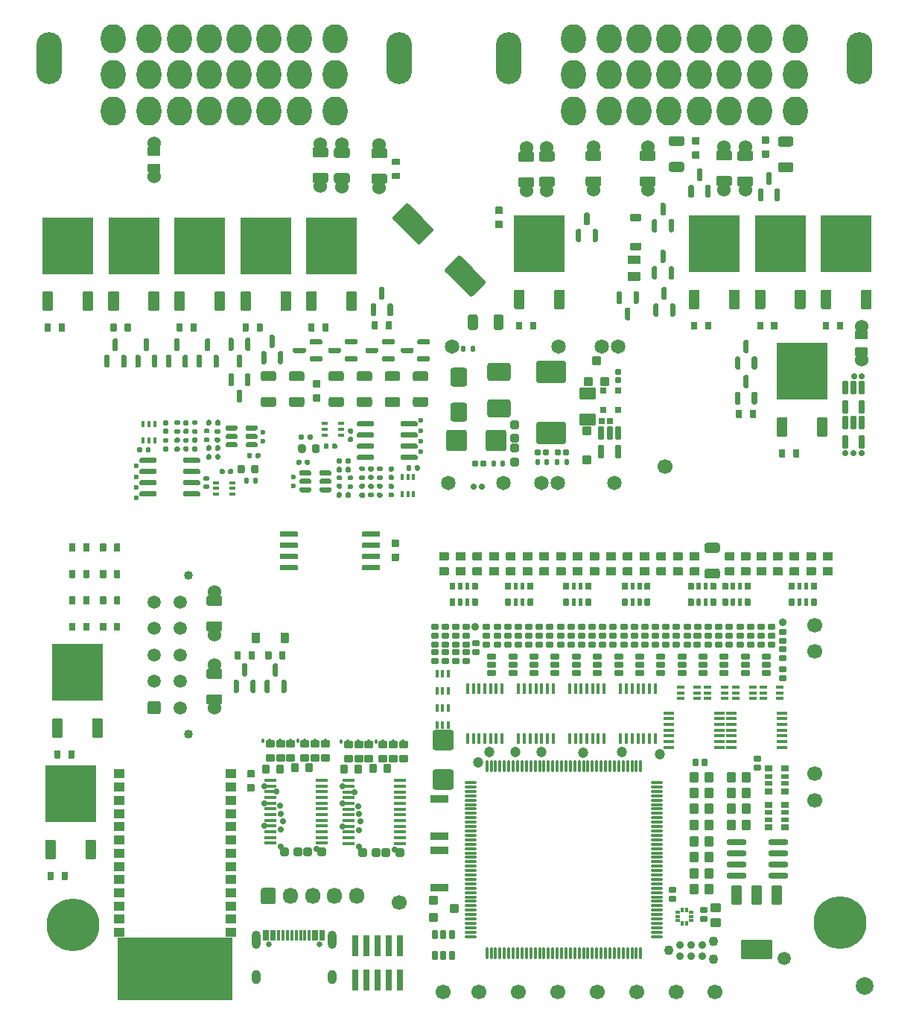
<source format=gts>
G75*
G70*
%OFA0B0*%
%FSLAX25Y25*%
%IPPOS*%
%LPD*%
%AMOC8*
5,1,8,0,0,1.08239X$1,22.5*
%
%AMM152*
21,1,0.038980,0.026770,-0.000000,-0.000000,180.000000*
21,1,0.026770,0.038980,-0.000000,-0.000000,180.000000*
1,1,0.012210,-0.013390,0.013390*
1,1,0.012210,0.013390,0.013390*
1,1,0.012210,0.013390,-0.013390*
1,1,0.012210,-0.013390,-0.013390*
%
%AMM180*
21,1,0.092130,0.073230,0.000000,-0.000000,180.000000*
21,1,0.069290,0.096060,0.000000,-0.000000,180.000000*
1,1,0.022840,-0.034650,0.036610*
1,1,0.022840,0.034650,0.036610*
1,1,0.022840,0.034650,-0.036610*
1,1,0.022840,-0.034650,-0.036610*
%
%AMM181*
21,1,0.100000,0.111020,0.000000,-0.000000,270.000000*
21,1,0.075590,0.135430,0.000000,-0.000000,270.000000*
1,1,0.024410,-0.055510,-0.037800*
1,1,0.024410,-0.055510,0.037800*
1,1,0.024410,0.055510,0.037800*
1,1,0.024410,0.055510,-0.037800*
%
%AMM182*
21,1,0.080320,0.083460,0.000000,-0.000000,270.000000*
21,1,0.059840,0.103940,0.000000,-0.000000,270.000000*
1,1,0.020470,-0.041730,-0.029920*
1,1,0.020470,-0.041730,0.029920*
1,1,0.020470,0.041730,0.029920*
1,1,0.020470,0.041730,-0.029920*
%
%AMM183*
21,1,0.084250,0.053540,0.000000,-0.000000,90.000000*
21,1,0.065350,0.072440,0.000000,-0.000000,90.000000*
1,1,0.018900,0.026770,0.032680*
1,1,0.018900,0.026770,-0.032680*
1,1,0.018900,-0.026770,-0.032680*
1,1,0.018900,-0.026770,0.032680*
%
%AMM184*
21,1,0.040950,0.030320,0.000000,-0.000000,0.000000*
21,1,0.028350,0.042910,0.000000,-0.000000,0.000000*
1,1,0.012600,0.014170,-0.015160*
1,1,0.012600,-0.014170,-0.015160*
1,1,0.012600,-0.014170,0.015160*
1,1,0.012600,0.014170,0.015160*
%
%AMM185*
21,1,0.027170,0.052760,0.000000,-0.000000,180.000000*
21,1,0.017320,0.062600,0.000000,-0.000000,180.000000*
1,1,0.009840,-0.008660,0.026380*
1,1,0.009840,0.008660,0.026380*
1,1,0.009840,0.008660,-0.026380*
1,1,0.009840,-0.008660,-0.026380*
%
%AMM186*
21,1,0.041340,0.026770,0.000000,-0.000000,270.000000*
21,1,0.029130,0.038980,0.000000,-0.000000,270.000000*
1,1,0.012210,-0.013390,-0.014570*
1,1,0.012210,-0.013390,0.014570*
1,1,0.012210,0.013390,0.014570*
1,1,0.012210,0.013390,-0.014570*
%
%AMM187*
21,1,0.076380,0.036220,0.000000,-0.000000,0.000000*
21,1,0.061810,0.050790,0.000000,-0.000000,0.000000*
1,1,0.014570,0.030910,-0.018110*
1,1,0.014570,-0.030910,-0.018110*
1,1,0.014570,-0.030910,0.018110*
1,1,0.014570,0.030910,0.018110*
%
%AMM188*
21,1,0.038980,0.026770,0.000000,-0.000000,270.000000*
21,1,0.026770,0.038980,0.000000,-0.000000,270.000000*
1,1,0.012210,-0.013390,-0.013390*
1,1,0.012210,-0.013390,0.013390*
1,1,0.012210,0.013390,0.013390*
1,1,0.012210,0.013390,-0.013390*
%
%AMM189*
21,1,0.021260,0.016540,0.000000,-0.000000,180.000000*
21,1,0.012600,0.025200,0.000000,-0.000000,180.000000*
1,1,0.008660,-0.006300,0.008270*
1,1,0.008660,0.006300,0.008270*
1,1,0.008660,0.006300,-0.008270*
1,1,0.008660,-0.006300,-0.008270*
%
%AMM190*
21,1,0.029130,0.018900,0.000000,-0.000000,0.000000*
21,1,0.018900,0.029130,0.000000,-0.000000,0.000000*
1,1,0.010240,0.009450,-0.009450*
1,1,0.010240,-0.009450,-0.009450*
1,1,0.010240,-0.009450,0.009450*
1,1,0.010240,0.009450,0.009450*
%
%AMM191*
21,1,0.025200,0.019680,0.000000,-0.000000,270.000000*
21,1,0.015750,0.029130,0.000000,-0.000000,270.000000*
1,1,0.009450,-0.009840,-0.007870*
1,1,0.009450,-0.009840,0.007870*
1,1,0.009450,0.009840,0.007870*
1,1,0.009450,0.009840,-0.007870*
%
%AMM192*
21,1,0.025200,0.019680,0.000000,-0.000000,180.000000*
21,1,0.015750,0.029130,0.000000,-0.000000,180.000000*
1,1,0.009450,-0.007870,0.009840*
1,1,0.009450,0.007870,0.009840*
1,1,0.009450,0.007870,-0.009840*
1,1,0.009450,-0.007870,-0.009840*
%
%AMM211*
21,1,0.033070,0.030710,-0.000000,-0.000000,180.000000*
21,1,0.022050,0.041730,-0.000000,-0.000000,180.000000*
1,1,0.011020,-0.011020,0.015350*
1,1,0.011020,0.011020,0.015350*
1,1,0.011020,0.011020,-0.015350*
1,1,0.011020,-0.011020,-0.015350*
%
%AMM212*
21,1,0.033070,0.030710,-0.000000,-0.000000,90.000000*
21,1,0.022050,0.041730,-0.000000,-0.000000,90.000000*
1,1,0.011020,0.015350,0.011020*
1,1,0.011020,0.015350,-0.011020*
1,1,0.011020,-0.015350,-0.011020*
1,1,0.011020,-0.015350,0.011020*
%
%AMM281*
21,1,0.039370,0.030320,-0.000000,-0.000000,270.000000*
21,1,0.028350,0.041340,-0.000000,-0.000000,270.000000*
1,1,0.011020,-0.015160,-0.014170*
1,1,0.011020,-0.015160,0.014170*
1,1,0.011020,0.015160,0.014170*
1,1,0.011020,0.015160,-0.014170*
%
%AMM282*
21,1,0.047240,0.075980,-0.000000,-0.000000,180.000000*
21,1,0.034650,0.088580,-0.000000,-0.000000,180.000000*
1,1,0.012600,-0.017320,0.037990*
1,1,0.012600,0.017320,0.037990*
1,1,0.012600,0.017320,-0.037990*
1,1,0.012600,-0.017320,-0.037990*
%
%AMM283*
21,1,0.047240,0.075990,-0.000000,-0.000000,180.000000*
21,1,0.034650,0.088580,-0.000000,-0.000000,180.000000*
1,1,0.012600,-0.017320,0.037990*
1,1,0.012600,0.017320,0.037990*
1,1,0.012600,0.017320,-0.037990*
1,1,0.012600,-0.017320,-0.037990*
%
%AMM284*
21,1,0.141730,0.067720,-0.000000,-0.000000,180.000000*
21,1,0.120870,0.088580,-0.000000,-0.000000,180.000000*
1,1,0.020870,-0.060430,0.033860*
1,1,0.020870,0.060430,0.033860*
1,1,0.020870,0.060430,-0.033860*
1,1,0.020870,-0.060430,-0.033860*
%
%AMM285*
21,1,0.043310,0.035430,-0.000000,-0.000000,180.000000*
21,1,0.031500,0.047240,-0.000000,-0.000000,180.000000*
1,1,0.011810,-0.015750,0.017720*
1,1,0.011810,0.015750,0.017720*
1,1,0.011810,0.015750,-0.017720*
1,1,0.011810,-0.015750,-0.017720*
%
%AMM286*
21,1,0.027560,0.030710,-0.000000,-0.000000,0.000000*
21,1,0.018900,0.039370,-0.000000,-0.000000,0.000000*
1,1,0.008660,0.009450,-0.015350*
1,1,0.008660,-0.009450,-0.015350*
1,1,0.008660,-0.009450,0.015350*
1,1,0.008660,0.009450,0.015350*
%
%AMM287*
21,1,0.031500,0.018900,-0.000000,-0.000000,0.000000*
21,1,0.022840,0.027560,-0.000000,-0.000000,0.000000*
1,1,0.008660,0.011420,-0.009450*
1,1,0.008660,-0.011420,-0.009450*
1,1,0.008660,-0.011420,0.009450*
1,1,0.008660,0.011420,0.009450*
%
%AMM288*
21,1,0.027560,0.030710,-0.000000,-0.000000,90.000000*
21,1,0.018900,0.039370,-0.000000,-0.000000,90.000000*
1,1,0.008660,0.015350,0.009450*
1,1,0.008660,0.015350,-0.009450*
1,1,0.008660,-0.015350,-0.009450*
1,1,0.008660,-0.015350,0.009450*
%
%AMM289*
21,1,0.090550,0.073230,-0.000000,-0.000000,270.000000*
21,1,0.069290,0.094490,-0.000000,-0.000000,270.000000*
1,1,0.021260,-0.036610,-0.034650*
1,1,0.021260,-0.036610,0.034650*
1,1,0.021260,0.036610,0.034650*
1,1,0.021260,0.036610,-0.034650*
%
%AMM290*
21,1,0.029530,0.026380,-0.000000,-0.000000,270.000000*
21,1,0.020470,0.035430,-0.000000,-0.000000,270.000000*
1,1,0.009060,-0.013190,-0.010240*
1,1,0.009060,-0.013190,0.010240*
1,1,0.009060,0.013190,0.010240*
1,1,0.009060,0.013190,-0.010240*
%
%AMM291*
21,1,0.021650,0.027950,-0.000000,-0.000000,270.000000*
21,1,0.014170,0.035430,-0.000000,-0.000000,270.000000*
1,1,0.007480,-0.013980,-0.007090*
1,1,0.007480,-0.013980,0.007090*
1,1,0.007480,0.013980,0.007090*
1,1,0.007480,0.013980,-0.007090*
%
%AMM292*
21,1,0.035430,0.072440,-0.000000,-0.000000,270.000000*
21,1,0.025200,0.082680,-0.000000,-0.000000,270.000000*
1,1,0.010240,-0.036220,-0.012600*
1,1,0.010240,-0.036220,0.012600*
1,1,0.010240,0.036220,0.012600*
1,1,0.010240,0.036220,-0.012600*
%
%AMM293*
21,1,0.016540,0.028980,-0.000000,-0.000000,270.000000*
21,1,0.010080,0.035430,-0.000000,-0.000000,270.000000*
1,1,0.006460,-0.014490,-0.005040*
1,1,0.006460,-0.014490,0.005040*
1,1,0.006460,0.014490,0.005040*
1,1,0.006460,0.014490,-0.005040*
%
%AMM294*
21,1,0.016540,0.028980,-0.000000,-0.000000,0.000000*
21,1,0.010080,0.035430,-0.000000,-0.000000,0.000000*
1,1,0.006460,0.005040,-0.014490*
1,1,0.006460,-0.005040,-0.014490*
1,1,0.006460,-0.005040,0.014490*
1,1,0.006460,0.005040,0.014490*
%
%AMM295*
21,1,0.043310,0.035430,-0.000000,-0.000000,90.000000*
21,1,0.031500,0.047240,-0.000000,-0.000000,90.000000*
1,1,0.011810,0.017720,0.015750*
1,1,0.011810,0.017720,-0.015750*
1,1,0.011810,-0.017720,-0.015750*
1,1,0.011810,-0.017720,0.015750*
%
%AMM296*
21,1,0.031500,0.018900,-0.000000,-0.000000,270.000000*
21,1,0.022840,0.027560,-0.000000,-0.000000,270.000000*
1,1,0.008660,-0.009450,-0.011420*
1,1,0.008660,-0.009450,0.011420*
1,1,0.008660,0.009450,0.011420*
1,1,0.008660,0.009450,-0.011420*
%
%ADD10C,0.06693*%
%ADD11C,0.06000*%
%ADD12C,0.23622*%
%ADD120C,0.02913*%
%ADD121C,0.06457*%
%ADD13R,0.22835X0.25197*%
%ADD14O,0.06693X0.07283*%
%ADD141O,0.01339X0.02126*%
%ADD142O,0.05512X0.01535*%
%ADD145R,0.02559X0.01575*%
%ADD146R,0.01575X0.02559*%
%ADD17R,0.01181X0.04528*%
%ADD175O,0.01260X0.05512*%
%ADD176O,0.05512X0.01260*%
%ADD18O,0.03937X0.08268*%
%ADD183C,0.03494*%
%ADD187C,0.03543*%
%ADD19O,0.03937X0.06299*%
%ADD191O,0.01575X0.04724*%
%ADD192O,0.04724X0.01575*%
%ADD194O,0.09055X0.02756*%
%ADD196R,0.01870X0.01772*%
%ADD197R,0.01772X0.01870*%
%ADD20C,0.05906*%
%ADD200C,0.04294*%
%ADD201C,0.04724*%
%ADD21C,0.02362*%
%ADD299M152*%
%ADD327M180*%
%ADD328M181*%
%ADD329M182*%
%ADD330M183*%
%ADD331M184*%
%ADD332M185*%
%ADD333M186*%
%ADD334M187*%
%ADD335M188*%
%ADD336M189*%
%ADD337M190*%
%ADD338M191*%
%ADD339M192*%
%ADD364M211*%
%ADD365M212*%
%ADD459M281*%
%ADD460M282*%
%ADD461M283*%
%ADD462M284*%
%ADD463M285*%
%ADD464M286*%
%ADD465M287*%
%ADD466M288*%
%ADD467M289*%
%ADD468M290*%
%ADD469M291*%
%ADD470M292*%
%ADD471M293*%
%ADD472M294*%
%ADD473M295*%
%ADD474M296*%
%ADD48R,0.05118X0.03937*%
%ADD49C,0.07874*%
%ADD54O,0.00787X0.01575*%
%ADD55R,0.02913X0.09449*%
%ADD65C,0.00472*%
%ADD66O,0.11417X0.23228*%
%ADD67O,0.11024X0.12992*%
%ADD68C,0.02559*%
%ADD69C,0.04016*%
X0000000Y0000000D02*
%LPD*%
G01*
D65*
X0089961Y0000787D02*
X0038780Y0000787D01*
X0038780Y0028346D01*
X0089961Y0028346D01*
X0089961Y0000787D01*
G36*
X0089961Y0000787D02*
G01*
X0038780Y0000787D01*
X0038780Y0028346D01*
X0089961Y0028346D01*
X0089961Y0000787D01*
G37*
D10*
X0350787Y0156299D03*
D11*
X0082047Y0130906D03*
G36*
G01*
X0085591Y0136201D02*
X0085591Y0133484D01*
G75*
G02*
X0084685Y0132579I-000906J0000000D01*
G01*
X0079409Y0132579D01*
G75*
G02*
X0078504Y0133484I0000000J0000906D01*
G01*
X0078504Y0136201D01*
G75*
G02*
X0079409Y0137106I0000906J0000000D01*
G01*
X0084685Y0137106D01*
G75*
G02*
X0085591Y0136201I0000000J-000906D01*
G01*
G37*
G36*
G01*
X0085591Y0147618D02*
X0085591Y0144902D01*
G75*
G02*
X0084685Y0143996I-000906J0000000D01*
G01*
X0079409Y0143996D01*
G75*
G02*
X0078504Y0144902I0000000J0000906D01*
G01*
X0078504Y0147618D01*
G75*
G02*
X0079409Y0148524I0000906J0000000D01*
G01*
X0084685Y0148524D01*
G75*
G02*
X0085591Y0147618I0000000J-000906D01*
G01*
G37*
X0082047Y0150197D03*
G36*
G01*
X0314567Y0190157D02*
X0311024Y0190157D01*
G75*
G02*
X0310630Y0190551I0000000J0000394D01*
G01*
X0310630Y0193701D01*
G75*
G02*
X0311024Y0194094I0000394J0000000D01*
G01*
X0314567Y0194094D01*
G75*
G02*
X0314961Y0193701I0000000J-000394D01*
G01*
X0314961Y0190551D01*
G75*
G02*
X0314567Y0190157I-000394J0000000D01*
G01*
G37*
G36*
G01*
X0314567Y0196850D02*
X0311024Y0196850D01*
G75*
G02*
X0310630Y0197244I0000000J0000394D01*
G01*
X0310630Y0200394D01*
G75*
G02*
X0311024Y0200787I0000394J0000000D01*
G01*
X0314567Y0200787D01*
G75*
G02*
X0314961Y0200394I0000000J-000394D01*
G01*
X0314961Y0197244D01*
G75*
G02*
X0314567Y0196850I-000394J0000000D01*
G01*
G37*
G36*
G01*
X0339173Y0177028D02*
X0339173Y0179665D01*
G75*
G02*
X0339429Y0179921I0000256J0000000D01*
G01*
X0341476Y0179921D01*
G75*
G02*
X0341732Y0179665I0000000J-000256D01*
G01*
X0341732Y0177028D01*
G75*
G02*
X0341476Y0176772I-000256J0000000D01*
G01*
X0339429Y0176772D01*
G75*
G02*
X0339173Y0177028I0000000J0000256D01*
G01*
G37*
G36*
G01*
X0343012Y0176949D02*
X0343012Y0179744D01*
G75*
G02*
X0343189Y0179921I0000177J0000000D01*
G01*
X0344606Y0179921D01*
G75*
G02*
X0344783Y0179744I0000000J-000177D01*
G01*
X0344783Y0176949D01*
G75*
G02*
X0344606Y0176772I-000177J0000000D01*
G01*
X0343189Y0176772D01*
G75*
G02*
X0343012Y0176949I0000000J0000177D01*
G01*
G37*
G36*
G01*
X0346161Y0176949D02*
X0346161Y0179744D01*
G75*
G02*
X0346339Y0179921I0000177J0000000D01*
G01*
X0347756Y0179921D01*
G75*
G02*
X0347933Y0179744I0000000J-000177D01*
G01*
X0347933Y0176949D01*
G75*
G02*
X0347756Y0176772I-000177J0000000D01*
G01*
X0346339Y0176772D01*
G75*
G02*
X0346161Y0176949I0000000J0000177D01*
G01*
G37*
G36*
G01*
X0349213Y0177028D02*
X0349213Y0179665D01*
G75*
G02*
X0349468Y0179921I0000256J0000000D01*
G01*
X0351516Y0179921D01*
G75*
G02*
X0351772Y0179665I0000000J-000256D01*
G01*
X0351772Y0177028D01*
G75*
G02*
X0351516Y0176772I-000256J0000000D01*
G01*
X0349468Y0176772D01*
G75*
G02*
X0349213Y0177028I0000000J0000256D01*
G01*
G37*
G36*
G01*
X0349213Y0184114D02*
X0349213Y0186752D01*
G75*
G02*
X0349468Y0187008I0000256J0000000D01*
G01*
X0351516Y0187008D01*
G75*
G02*
X0351772Y0186752I0000000J-000256D01*
G01*
X0351772Y0184114D01*
G75*
G02*
X0351516Y0183858I-000256J0000000D01*
G01*
X0349468Y0183858D01*
G75*
G02*
X0349213Y0184114I0000000J0000256D01*
G01*
G37*
G36*
G01*
X0346161Y0184035D02*
X0346161Y0186831D01*
G75*
G02*
X0346339Y0187008I0000177J0000000D01*
G01*
X0347756Y0187008D01*
G75*
G02*
X0347933Y0186831I0000000J-000177D01*
G01*
X0347933Y0184035D01*
G75*
G02*
X0347756Y0183858I-000177J0000000D01*
G01*
X0346339Y0183858D01*
G75*
G02*
X0346161Y0184035I0000000J0000177D01*
G01*
G37*
G36*
G01*
X0343012Y0184035D02*
X0343012Y0186831D01*
G75*
G02*
X0343189Y0187008I0000177J0000000D01*
G01*
X0344606Y0187008D01*
G75*
G02*
X0344783Y0186831I0000000J-000177D01*
G01*
X0344783Y0184035D01*
G75*
G02*
X0344606Y0183858I-000177J0000000D01*
G01*
X0343189Y0183858D01*
G75*
G02*
X0343012Y0184035I0000000J0000177D01*
G01*
G37*
G36*
G01*
X0339173Y0184114D02*
X0339173Y0186752D01*
G75*
G02*
X0339429Y0187008I0000256J0000000D01*
G01*
X0341476Y0187008D01*
G75*
G02*
X0341732Y0186752I0000000J-000256D01*
G01*
X0341732Y0184114D01*
G75*
G02*
X0341476Y0183858I-000256J0000000D01*
G01*
X0339429Y0183858D01*
G75*
G02*
X0339173Y0184114I0000000J0000256D01*
G01*
G37*
G36*
G01*
X0201575Y0190157D02*
X0198031Y0190157D01*
G75*
G02*
X0197638Y0190551I0000000J0000394D01*
G01*
X0197638Y0193701D01*
G75*
G02*
X0198031Y0194094I0000394J0000000D01*
G01*
X0201575Y0194094D01*
G75*
G02*
X0201968Y0193701I0000000J-000394D01*
G01*
X0201968Y0190551D01*
G75*
G02*
X0201575Y0190157I-000394J0000000D01*
G01*
G37*
G36*
G01*
X0201575Y0196850D02*
X0198031Y0196850D01*
G75*
G02*
X0197638Y0197244I0000000J0000394D01*
G01*
X0197638Y0200394D01*
G75*
G02*
X0198031Y0200787I0000394J0000000D01*
G01*
X0201575Y0200787D01*
G75*
G02*
X0201968Y0200394I0000000J-000394D01*
G01*
X0201968Y0197244D01*
G75*
G02*
X0201575Y0196850I-000394J0000000D01*
G01*
G37*
D10*
X0235827Y0003937D03*
G36*
G01*
X0203278Y0320794D02*
X0197710Y0315226D01*
G75*
G02*
X0196318Y0315226I-000696J0000696D01*
G01*
X0185461Y0326083D01*
G75*
G02*
X0185461Y0327475I0000696J0000696D01*
G01*
X0191029Y0333043D01*
G75*
G02*
X0192421Y0333043I0000696J-000696D01*
G01*
X0203278Y0322186D01*
G75*
G02*
X0203278Y0320794I-000696J-000696D01*
G01*
G37*
G36*
G01*
X0179893Y0344178D02*
X0174326Y0338611D01*
G75*
G02*
X0172934Y0338611I-000696J0000696D01*
G01*
X0162076Y0349468D01*
G75*
G02*
X0162076Y0350860I0000696J0000696D01*
G01*
X0167644Y0356428D01*
G75*
G02*
X0169036Y0356428I0000696J-000696D01*
G01*
X0179893Y0345570D01*
G75*
G02*
X0179893Y0344178I-000696J-000696D01*
G01*
G37*
G36*
G01*
X0171949Y0281594D02*
X0176870Y0281594D01*
G75*
G02*
X0177854Y0280610I0000000J-000984D01*
G01*
X0177854Y0278150D01*
G75*
G02*
X0176870Y0277165I-000984J0000000D01*
G01*
X0171949Y0277165D01*
G75*
G02*
X0170965Y0278150I0000000J0000984D01*
G01*
X0170965Y0280610D01*
G75*
G02*
X0171949Y0281594I0000984J0000000D01*
G01*
G37*
G36*
G01*
X0171949Y0270079D02*
X0176870Y0270079D01*
G75*
G02*
X0177854Y0269094I0000000J-000984D01*
G01*
X0177854Y0266634D01*
G75*
G02*
X0176870Y0265650I-000984J0000000D01*
G01*
X0171949Y0265650D01*
G75*
G02*
X0170965Y0266634I0000000J0000984D01*
G01*
X0170965Y0269094D01*
G75*
G02*
X0171949Y0270079I0000984J0000000D01*
G01*
G37*
G36*
G01*
X0124213Y0299646D02*
X0124213Y0302717D01*
G75*
G02*
X0124488Y0302992I0000276J0000000D01*
G01*
X0126693Y0302992D01*
G75*
G02*
X0126969Y0302717I0000000J-000276D01*
G01*
X0126969Y0299646D01*
G75*
G02*
X0126693Y0299370I-000276J0000000D01*
G01*
X0124488Y0299370D01*
G75*
G02*
X0124213Y0299646I0000000J0000276D01*
G01*
G37*
G36*
G01*
X0130512Y0299646D02*
X0130512Y0302717D01*
G75*
G02*
X0130787Y0302992I0000276J0000000D01*
G01*
X0132992Y0302992D01*
G75*
G02*
X0133268Y0302717I0000000J-000276D01*
G01*
X0133268Y0299646D01*
G75*
G02*
X0132992Y0299370I-000276J0000000D01*
G01*
X0130787Y0299370D01*
G75*
G02*
X0130512Y0299646I0000000J0000276D01*
G01*
G37*
G36*
G01*
X0291437Y0370768D02*
X0286516Y0370768D01*
G75*
G02*
X0285531Y0371752I0000000J0000984D01*
G01*
X0285531Y0374213D01*
G75*
G02*
X0286516Y0375197I0000984J0000000D01*
G01*
X0291437Y0375197D01*
G75*
G02*
X0292421Y0374213I0000000J-000984D01*
G01*
X0292421Y0371752D01*
G75*
G02*
X0291437Y0370768I-000984J0000000D01*
G01*
G37*
G36*
G01*
X0291437Y0382283D02*
X0286516Y0382283D01*
G75*
G02*
X0285531Y0383268I0000000J0000984D01*
G01*
X0285531Y0385728D01*
G75*
G02*
X0286516Y0386713I0000984J0000000D01*
G01*
X0291437Y0386713D01*
G75*
G02*
X0292421Y0385728I0000000J-000984D01*
G01*
X0292421Y0383268D01*
G75*
G02*
X0291437Y0382283I-000984J0000000D01*
G01*
G37*
G36*
G01*
X0017126Y0165787D02*
X0017126Y0168858D01*
G75*
G02*
X0017402Y0169134I0000276J0000000D01*
G01*
X0019606Y0169134D01*
G75*
G02*
X0019882Y0168858I0000000J-000276D01*
G01*
X0019882Y0165787D01*
G75*
G02*
X0019606Y0165512I-000276J0000000D01*
G01*
X0017402Y0165512D01*
G75*
G02*
X0017126Y0165787I0000000J0000276D01*
G01*
G37*
G36*
G01*
X0023425Y0165787D02*
X0023425Y0168858D01*
G75*
G02*
X0023701Y0169134I0000276J0000000D01*
G01*
X0025906Y0169134D01*
G75*
G02*
X0026181Y0168858I0000000J-000276D01*
G01*
X0026181Y0165787D01*
G75*
G02*
X0025906Y0165512I-000276J0000000D01*
G01*
X0023701Y0165512D01*
G75*
G02*
X0023425Y0165787I0000000J0000276D01*
G01*
G37*
D12*
X0018909Y0033933D03*
G36*
G01*
X0186614Y0190157D02*
X0183071Y0190157D01*
G75*
G02*
X0182677Y0190551I0000000J0000394D01*
G01*
X0182677Y0193701D01*
G75*
G02*
X0183071Y0194094I0000394J0000000D01*
G01*
X0186614Y0194094D01*
G75*
G02*
X0187008Y0193701I0000000J-000394D01*
G01*
X0187008Y0190551D01*
G75*
G02*
X0186614Y0190157I-000394J0000000D01*
G01*
G37*
G36*
G01*
X0186614Y0196850D02*
X0183071Y0196850D01*
G75*
G02*
X0182677Y0197244I0000000J0000394D01*
G01*
X0182677Y0200394D01*
G75*
G02*
X0183071Y0200787I0000394J0000000D01*
G01*
X0186614Y0200787D01*
G75*
G02*
X0187008Y0200394I0000000J-000394D01*
G01*
X0187008Y0197244D01*
G75*
G02*
X0186614Y0196850I-000394J0000000D01*
G01*
G37*
G36*
G01*
X0097953Y0308661D02*
X0094173Y0308661D01*
G75*
G02*
X0093701Y0309134I0000000J0000472D01*
G01*
X0093701Y0316850D01*
G75*
G02*
X0094173Y0317323I0000472J0000000D01*
G01*
X0097953Y0317323D01*
G75*
G02*
X0098425Y0316850I0000000J-000472D01*
G01*
X0098425Y0309134D01*
G75*
G02*
X0097953Y0308661I-000472J0000000D01*
G01*
G37*
D13*
X0105039Y0337795D03*
G36*
G01*
X0115906Y0308661D02*
X0112126Y0308661D01*
G75*
G02*
X0111654Y0309134I0000000J0000472D01*
G01*
X0111654Y0316850D01*
G75*
G02*
X0112126Y0317323I0000472J0000000D01*
G01*
X0115906Y0317323D01*
G75*
G02*
X0116378Y0316850I0000000J-000472D01*
G01*
X0116378Y0309134D01*
G75*
G02*
X0115906Y0308661I-000472J0000000D01*
G01*
G37*
G36*
G01*
X0102953Y0044193D02*
X0102953Y0049508D01*
G75*
G02*
X0103937Y0050492I0000984J0000000D01*
G01*
X0108661Y0050492D01*
G75*
G02*
X0109646Y0049508I0000000J-000984D01*
G01*
X0109646Y0044193D01*
G75*
G02*
X0108661Y0043209I-000984J0000000D01*
G01*
X0103937Y0043209D01*
G75*
G02*
X0102953Y0044193I0000000J0000984D01*
G01*
G37*
D14*
X0116142Y0046850D03*
X0125984Y0046850D03*
X0135827Y0046850D03*
X0145669Y0046850D03*
D11*
X0251772Y0381890D03*
G36*
G01*
X0248228Y0376595D02*
X0248228Y0379311D01*
G75*
G02*
X0249134Y0380217I0000906J0000000D01*
G01*
X0254409Y0380217D01*
G75*
G02*
X0255315Y0379311I0000000J-000906D01*
G01*
X0255315Y0376595D01*
G75*
G02*
X0254409Y0375689I-000906J0000000D01*
G01*
X0249134Y0375689D01*
G75*
G02*
X0248228Y0376595I0000000J0000906D01*
G01*
G37*
G36*
G01*
X0248228Y0365177D02*
X0248228Y0367894D01*
G75*
G02*
X0249134Y0368799I0000906J0000000D01*
G01*
X0254409Y0368799D01*
G75*
G02*
X0255315Y0367894I0000000J-000906D01*
G01*
X0255315Y0365177D01*
G75*
G02*
X0254409Y0364272I-000906J0000000D01*
G01*
X0249134Y0364272D01*
G75*
G02*
X0248228Y0365177I0000000J0000906D01*
G01*
G37*
X0251772Y0362598D03*
G36*
G01*
X0316929Y0266634D02*
X0315748Y0266634D01*
G75*
G02*
X0315157Y0267224I0000000J0000591D01*
G01*
X0315157Y0271850D01*
G75*
G02*
X0315748Y0272441I0000591J0000000D01*
G01*
X0316929Y0272441D01*
G75*
G02*
X0317520Y0271850I0000000J-000591D01*
G01*
X0317520Y0267224D01*
G75*
G02*
X0316929Y0266634I-000591J0000000D01*
G01*
G37*
G36*
G01*
X0320669Y0274016D02*
X0319488Y0274016D01*
G75*
G02*
X0318898Y0274606I0000000J0000591D01*
G01*
X0318898Y0279232D01*
G75*
G02*
X0319488Y0279823I0000591J0000000D01*
G01*
X0320669Y0279823D01*
G75*
G02*
X0321260Y0279232I0000000J-000591D01*
G01*
X0321260Y0274606D01*
G75*
G02*
X0320669Y0274016I-000591J0000000D01*
G01*
G37*
G36*
G01*
X0324409Y0266634D02*
X0323228Y0266634D01*
G75*
G02*
X0322638Y0267224I0000000J0000591D01*
G01*
X0322638Y0271850D01*
G75*
G02*
X0323228Y0272441I0000591J0000000D01*
G01*
X0324409Y0272441D01*
G75*
G02*
X0325000Y0271850I0000000J-000591D01*
G01*
X0325000Y0267224D01*
G75*
G02*
X0324409Y0266634I-000591J0000000D01*
G01*
G37*
X0371654Y0286594D03*
G36*
G01*
X0374114Y0288386D02*
X0369193Y0288386D01*
G75*
G02*
X0368799Y0288780I0000000J0000394D01*
G01*
X0368799Y0291929D01*
G75*
G02*
X0369193Y0292323I0000394J0000000D01*
G01*
X0374114Y0292323D01*
G75*
G02*
X0374508Y0291929I0000000J-000394D01*
G01*
X0374508Y0288780D01*
G75*
G02*
X0374114Y0288386I-000394J0000000D01*
G01*
G37*
G36*
G01*
X0374114Y0295866D02*
X0369193Y0295866D01*
G75*
G02*
X0368799Y0296260I0000000J0000394D01*
G01*
X0368799Y0299410D01*
G75*
G02*
X0369193Y0299803I0000394J0000000D01*
G01*
X0374114Y0299803D01*
G75*
G02*
X0374508Y0299410I0000000J-000394D01*
G01*
X0374508Y0296260D01*
G75*
G02*
X0374114Y0295866I-000394J0000000D01*
G01*
G37*
X0371654Y0301594D03*
G36*
G01*
X0295472Y0300433D02*
X0295472Y0303504D01*
G75*
G02*
X0295748Y0303780I0000276J0000000D01*
G01*
X0297953Y0303780D01*
G75*
G02*
X0298228Y0303504I0000000J-000276D01*
G01*
X0298228Y0300433D01*
G75*
G02*
X0297953Y0300157I-000276J0000000D01*
G01*
X0295748Y0300157D01*
G75*
G02*
X0295472Y0300433I0000000J0000276D01*
G01*
G37*
G36*
G01*
X0301772Y0300433D02*
X0301772Y0303504D01*
G75*
G02*
X0302047Y0303780I0000276J0000000D01*
G01*
X0304252Y0303780D01*
G75*
G02*
X0304528Y0303504I0000000J-000276D01*
G01*
X0304528Y0300433D01*
G75*
G02*
X0304252Y0300157I-000276J0000000D01*
G01*
X0302047Y0300157D01*
G75*
G02*
X0301772Y0300433I0000000J0000276D01*
G01*
G37*
G36*
G01*
X0178642Y0287795D02*
X0178642Y0286614D01*
G75*
G02*
X0178051Y0286024I-000591J0000000D01*
G01*
X0173425Y0286024D01*
G75*
G02*
X0172835Y0286614I0000000J0000591D01*
G01*
X0172835Y0287795D01*
G75*
G02*
X0173425Y0288386I0000591J0000000D01*
G01*
X0178051Y0288386D01*
G75*
G02*
X0178642Y0287795I0000000J-000591D01*
G01*
G37*
G36*
G01*
X0171260Y0291535D02*
X0171260Y0290354D01*
G75*
G02*
X0170669Y0289764I-000591J0000000D01*
G01*
X0166043Y0289764D01*
G75*
G02*
X0165453Y0290354I0000000J0000591D01*
G01*
X0165453Y0291535D01*
G75*
G02*
X0166043Y0292126I0000591J0000000D01*
G01*
X0170669Y0292126D01*
G75*
G02*
X0171260Y0291535I0000000J-000591D01*
G01*
G37*
G36*
G01*
X0178642Y0295276D02*
X0178642Y0294094D01*
G75*
G02*
X0178051Y0293504I-000591J0000000D01*
G01*
X0173425Y0293504D01*
G75*
G02*
X0172835Y0294094I0000000J0000591D01*
G01*
X0172835Y0295276D01*
G75*
G02*
X0173425Y0295866I0000591J0000000D01*
G01*
X0178051Y0295866D01*
G75*
G02*
X0178642Y0295276I0000000J-000591D01*
G01*
G37*
G36*
G01*
X0261417Y0190157D02*
X0257874Y0190157D01*
G75*
G02*
X0257480Y0190551I0000000J0000394D01*
G01*
X0257480Y0193701D01*
G75*
G02*
X0257874Y0194094I0000394J0000000D01*
G01*
X0261417Y0194094D01*
G75*
G02*
X0261811Y0193701I0000000J-000394D01*
G01*
X0261811Y0190551D01*
G75*
G02*
X0261417Y0190157I-000394J0000000D01*
G01*
G37*
G36*
G01*
X0261417Y0196850D02*
X0257874Y0196850D01*
G75*
G02*
X0257480Y0197244I0000000J0000394D01*
G01*
X0257480Y0200394D01*
G75*
G02*
X0257874Y0200787I0000394J0000000D01*
G01*
X0261417Y0200787D01*
G75*
G02*
X0261811Y0200394I0000000J-000394D01*
G01*
X0261811Y0197244D01*
G75*
G02*
X0261417Y0196850I-000394J0000000D01*
G01*
G37*
G36*
G01*
X0327165Y0357579D02*
X0325984Y0357579D01*
G75*
G02*
X0325394Y0358169I0000000J0000591D01*
G01*
X0325394Y0362795D01*
G75*
G02*
X0325984Y0363386I0000591J0000000D01*
G01*
X0327165Y0363386D01*
G75*
G02*
X0327756Y0362795I0000000J-000591D01*
G01*
X0327756Y0358169D01*
G75*
G02*
X0327165Y0357579I-000591J0000000D01*
G01*
G37*
G36*
G01*
X0334646Y0357579D02*
X0333465Y0357579D01*
G75*
G02*
X0332874Y0358169I0000000J0000591D01*
G01*
X0332874Y0362795D01*
G75*
G02*
X0333465Y0363386I0000591J0000000D01*
G01*
X0334646Y0363386D01*
G75*
G02*
X0335236Y0362795I0000000J-000591D01*
G01*
X0335236Y0358169D01*
G75*
G02*
X0334646Y0357579I-000591J0000000D01*
G01*
G37*
G36*
G01*
X0330906Y0364961D02*
X0329724Y0364961D01*
G75*
G02*
X0329134Y0365551I0000000J0000591D01*
G01*
X0329134Y0370177D01*
G75*
G02*
X0329724Y0370768I0000591J0000000D01*
G01*
X0330906Y0370768D01*
G75*
G02*
X0331496Y0370177I0000000J-000591D01*
G01*
X0331496Y0365551D01*
G75*
G02*
X0330906Y0364961I-000591J0000000D01*
G01*
G37*
G36*
G01*
X0354528Y0300433D02*
X0354528Y0303504D01*
G75*
G02*
X0354803Y0303780I0000276J0000000D01*
G01*
X0357008Y0303780D01*
G75*
G02*
X0357283Y0303504I0000000J-000276D01*
G01*
X0357283Y0300433D01*
G75*
G02*
X0357008Y0300157I-000276J0000000D01*
G01*
X0354803Y0300157D01*
G75*
G02*
X0354528Y0300433I0000000J0000276D01*
G01*
G37*
G36*
G01*
X0360827Y0300433D02*
X0360827Y0303504D01*
G75*
G02*
X0361102Y0303780I0000276J0000000D01*
G01*
X0363307Y0303780D01*
G75*
G02*
X0363583Y0303504I0000000J-000276D01*
G01*
X0363583Y0300433D01*
G75*
G02*
X0363307Y0300157I-000276J0000000D01*
G01*
X0361102Y0300157D01*
G75*
G02*
X0360827Y0300433I0000000J0000276D01*
G01*
G37*
G36*
G01*
X0220472Y0309449D02*
X0216693Y0309449D01*
G75*
G02*
X0216220Y0309921I0000000J0000472D01*
G01*
X0216220Y0317638D01*
G75*
G02*
X0216693Y0318110I0000472J0000000D01*
G01*
X0220472Y0318110D01*
G75*
G02*
X0220945Y0317638I0000000J-000472D01*
G01*
X0220945Y0309921D01*
G75*
G02*
X0220472Y0309449I-000472J0000000D01*
G01*
G37*
D13*
X0227559Y0338583D03*
G36*
G01*
X0238425Y0309449D02*
X0234646Y0309449D01*
G75*
G02*
X0234173Y0309921I0000000J0000472D01*
G01*
X0234173Y0317638D01*
G75*
G02*
X0234646Y0318110I0000472J0000000D01*
G01*
X0238425Y0318110D01*
G75*
G02*
X0238898Y0317638I0000000J-000472D01*
G01*
X0238898Y0309921D01*
G75*
G02*
X0238425Y0309449I-000472J0000000D01*
G01*
G37*
G36*
G01*
X0238189Y0177028D02*
X0238189Y0179665D01*
G75*
G02*
X0238445Y0179921I0000256J0000000D01*
G01*
X0240492Y0179921D01*
G75*
G02*
X0240748Y0179665I0000000J-000256D01*
G01*
X0240748Y0177028D01*
G75*
G02*
X0240492Y0176772I-000256J0000000D01*
G01*
X0238445Y0176772D01*
G75*
G02*
X0238189Y0177028I0000000J0000256D01*
G01*
G37*
G36*
G01*
X0242028Y0176949D02*
X0242028Y0179744D01*
G75*
G02*
X0242205Y0179921I0000177J0000000D01*
G01*
X0243622Y0179921D01*
G75*
G02*
X0243799Y0179744I0000000J-000177D01*
G01*
X0243799Y0176949D01*
G75*
G02*
X0243622Y0176772I-000177J0000000D01*
G01*
X0242205Y0176772D01*
G75*
G02*
X0242028Y0176949I0000000J0000177D01*
G01*
G37*
G36*
G01*
X0245177Y0176949D02*
X0245177Y0179744D01*
G75*
G02*
X0245354Y0179921I0000177J0000000D01*
G01*
X0246772Y0179921D01*
G75*
G02*
X0246949Y0179744I0000000J-000177D01*
G01*
X0246949Y0176949D01*
G75*
G02*
X0246772Y0176772I-000177J0000000D01*
G01*
X0245354Y0176772D01*
G75*
G02*
X0245177Y0176949I0000000J0000177D01*
G01*
G37*
G36*
G01*
X0248228Y0177028D02*
X0248228Y0179665D01*
G75*
G02*
X0248484Y0179921I0000256J0000000D01*
G01*
X0250531Y0179921D01*
G75*
G02*
X0250787Y0179665I0000000J-000256D01*
G01*
X0250787Y0177028D01*
G75*
G02*
X0250531Y0176772I-000256J0000000D01*
G01*
X0248484Y0176772D01*
G75*
G02*
X0248228Y0177028I0000000J0000256D01*
G01*
G37*
G36*
G01*
X0248228Y0184114D02*
X0248228Y0186752D01*
G75*
G02*
X0248484Y0187008I0000256J0000000D01*
G01*
X0250531Y0187008D01*
G75*
G02*
X0250787Y0186752I0000000J-000256D01*
G01*
X0250787Y0184114D01*
G75*
G02*
X0250531Y0183858I-000256J0000000D01*
G01*
X0248484Y0183858D01*
G75*
G02*
X0248228Y0184114I0000000J0000256D01*
G01*
G37*
G36*
G01*
X0245177Y0184035D02*
X0245177Y0186831D01*
G75*
G02*
X0245354Y0187008I0000177J0000000D01*
G01*
X0246772Y0187008D01*
G75*
G02*
X0246949Y0186831I0000000J-000177D01*
G01*
X0246949Y0184035D01*
G75*
G02*
X0246772Y0183858I-000177J0000000D01*
G01*
X0245354Y0183858D01*
G75*
G02*
X0245177Y0184035I0000000J0000177D01*
G01*
G37*
G36*
G01*
X0242028Y0184035D02*
X0242028Y0186831D01*
G75*
G02*
X0242205Y0187008I0000177J0000000D01*
G01*
X0243622Y0187008D01*
G75*
G02*
X0243799Y0186831I0000000J-000177D01*
G01*
X0243799Y0184035D01*
G75*
G02*
X0243622Y0183858I-000177J0000000D01*
G01*
X0242205Y0183858D01*
G75*
G02*
X0242028Y0184035I0000000J0000177D01*
G01*
G37*
G36*
G01*
X0238189Y0184114D02*
X0238189Y0186752D01*
G75*
G02*
X0238445Y0187008I0000256J0000000D01*
G01*
X0240492Y0187008D01*
G75*
G02*
X0240748Y0186752I0000000J-000256D01*
G01*
X0240748Y0184114D01*
G75*
G02*
X0240492Y0183858I-000256J0000000D01*
G01*
X0238445Y0183858D01*
G75*
G02*
X0238189Y0184114I0000000J0000256D01*
G01*
G37*
G36*
G01*
X0104764Y0284744D02*
X0103583Y0284744D01*
G75*
G02*
X0102992Y0285335I0000000J0000591D01*
G01*
X0102992Y0289961D01*
G75*
G02*
X0103583Y0290551I0000591J0000000D01*
G01*
X0104764Y0290551D01*
G75*
G02*
X0105354Y0289961I0000000J-000591D01*
G01*
X0105354Y0285335D01*
G75*
G02*
X0104764Y0284744I-000591J0000000D01*
G01*
G37*
G36*
G01*
X0108504Y0292126D02*
X0107323Y0292126D01*
G75*
G02*
X0106732Y0292717I0000000J0000591D01*
G01*
X0106732Y0297343D01*
G75*
G02*
X0107323Y0297933I0000591J0000000D01*
G01*
X0108504Y0297933D01*
G75*
G02*
X0109094Y0297343I0000000J-000591D01*
G01*
X0109094Y0292717D01*
G75*
G02*
X0108504Y0292126I-000591J0000000D01*
G01*
G37*
G36*
G01*
X0112244Y0284744D02*
X0111063Y0284744D01*
G75*
G02*
X0110472Y0285335I0000000J0000591D01*
G01*
X0110472Y0289961D01*
G75*
G02*
X0111063Y0290551I0000591J0000000D01*
G01*
X0112244Y0290551D01*
G75*
G02*
X0112835Y0289961I0000000J-000591D01*
G01*
X0112835Y0285335D01*
G75*
G02*
X0112244Y0284744I-000591J0000000D01*
G01*
G37*
D66*
X0008071Y0421654D03*
X0164764Y0421654D03*
D67*
X0036811Y0398031D03*
X0052953Y0398031D03*
X0066339Y0398031D03*
X0079724Y0398031D03*
X0093110Y0398031D03*
X0106496Y0398031D03*
X0120079Y0398031D03*
X0136220Y0398031D03*
X0036811Y0414370D03*
X0052953Y0414370D03*
X0066339Y0414370D03*
X0079724Y0414370D03*
X0093110Y0414370D03*
X0106496Y0414370D03*
X0120079Y0414370D03*
X0136220Y0414370D03*
X0036811Y0430315D03*
X0052953Y0430315D03*
X0066339Y0430315D03*
X0079724Y0430315D03*
X0093110Y0430315D03*
X0106496Y0430315D03*
X0120079Y0430315D03*
X0136220Y0430315D03*
D10*
X0164961Y0044094D03*
G36*
G01*
X0094685Y0299646D02*
X0094685Y0302717D01*
G75*
G02*
X0094961Y0302992I0000276J0000000D01*
G01*
X0097165Y0302992D01*
G75*
G02*
X0097441Y0302717I0000000J-000276D01*
G01*
X0097441Y0299646D01*
G75*
G02*
X0097165Y0299370I-000276J0000000D01*
G01*
X0094961Y0299370D01*
G75*
G02*
X0094685Y0299646I0000000J0000276D01*
G01*
G37*
G36*
G01*
X0100984Y0299646D02*
X0100984Y0302717D01*
G75*
G02*
X0101260Y0302992I0000276J0000000D01*
G01*
X0103465Y0302992D01*
G75*
G02*
X0103740Y0302717I0000000J-000276D01*
G01*
X0103740Y0299646D01*
G75*
G02*
X0103465Y0299370I-000276J0000000D01*
G01*
X0101260Y0299370D01*
G75*
G02*
X0100984Y0299646I0000000J0000276D01*
G01*
G37*
G36*
G01*
X0146211Y0287795D02*
X0146211Y0286614D01*
G75*
G02*
X0145620Y0286024I-000591J0000000D01*
G01*
X0140994Y0286024D01*
G75*
G02*
X0140404Y0286614I0000000J0000591D01*
G01*
X0140404Y0287795D01*
G75*
G02*
X0140994Y0288386I0000591J0000000D01*
G01*
X0145620Y0288386D01*
G75*
G02*
X0146211Y0287795I0000000J-000591D01*
G01*
G37*
G36*
G01*
X0138829Y0291535D02*
X0138829Y0290354D01*
G75*
G02*
X0138238Y0289764I-000591J0000000D01*
G01*
X0133612Y0289764D01*
G75*
G02*
X0133022Y0290354I0000000J0000591D01*
G01*
X0133022Y0291535D01*
G75*
G02*
X0133612Y0292126I0000591J0000000D01*
G01*
X0138238Y0292126D01*
G75*
G02*
X0138829Y0291535I0000000J-000591D01*
G01*
G37*
G36*
G01*
X0146211Y0295276D02*
X0146211Y0294094D01*
G75*
G02*
X0145620Y0293504I-000591J0000000D01*
G01*
X0140994Y0293504D01*
G75*
G02*
X0140404Y0294094I0000000J0000591D01*
G01*
X0140404Y0295276D01*
G75*
G02*
X0140994Y0295866I0000591J0000000D01*
G01*
X0145620Y0295866D01*
G75*
G02*
X0146211Y0295276I0000000J-000591D01*
G01*
G37*
X0253543Y0003937D03*
D68*
X0106339Y0025276D03*
X0129094Y0025276D03*
D17*
X0104528Y0029469D03*
X0107677Y0029469D03*
X0112795Y0029469D03*
X0116732Y0029469D03*
X0118701Y0029469D03*
X0122638Y0029469D03*
X0127756Y0029469D03*
X0130906Y0029469D03*
X0129724Y0029469D03*
X0126575Y0029469D03*
X0124606Y0029469D03*
X0120669Y0029469D03*
X0114764Y0029469D03*
X0110827Y0029469D03*
X0108858Y0029469D03*
X0105709Y0029469D03*
D18*
X0100709Y0027244D03*
D19*
X0100709Y0010787D03*
D18*
X0134724Y0027244D03*
D19*
X0134724Y0010787D03*
G36*
G01*
X0152559Y0300581D02*
X0152559Y0303652D01*
G75*
G02*
X0152835Y0303927I0000276J0000000D01*
G01*
X0155039Y0303927D01*
G75*
G02*
X0155315Y0303652I0000000J-000276D01*
G01*
X0155315Y0300581D01*
G75*
G02*
X0155039Y0300305I-000276J0000000D01*
G01*
X0152835Y0300305D01*
G75*
G02*
X0152559Y0300581I0000000J0000276D01*
G01*
G37*
G36*
G01*
X0158858Y0300581D02*
X0158858Y0303652D01*
G75*
G02*
X0159134Y0303927I0000276J0000000D01*
G01*
X0161339Y0303927D01*
G75*
G02*
X0161614Y0303652I0000000J-000276D01*
G01*
X0161614Y0300581D01*
G75*
G02*
X0161339Y0300305I-000276J0000000D01*
G01*
X0159134Y0300305D01*
G75*
G02*
X0158858Y0300581I0000000J0000276D01*
G01*
G37*
D10*
X0350787Y0089764D03*
G36*
G01*
X0296063Y0359154D02*
X0294882Y0359154D01*
G75*
G02*
X0294291Y0359744I0000000J0000591D01*
G01*
X0294291Y0364370D01*
G75*
G02*
X0294882Y0364961I0000591J0000000D01*
G01*
X0296063Y0364961D01*
G75*
G02*
X0296654Y0364370I0000000J-000591D01*
G01*
X0296654Y0359744D01*
G75*
G02*
X0296063Y0359154I-000591J0000000D01*
G01*
G37*
G36*
G01*
X0303543Y0359154D02*
X0302362Y0359154D01*
G75*
G02*
X0301772Y0359744I0000000J0000591D01*
G01*
X0301772Y0364370D01*
G75*
G02*
X0302362Y0364961I0000591J0000000D01*
G01*
X0303543Y0364961D01*
G75*
G02*
X0304134Y0364370I0000000J-000591D01*
G01*
X0304134Y0359744D01*
G75*
G02*
X0303543Y0359154I-000591J0000000D01*
G01*
G37*
G36*
G01*
X0299803Y0366535D02*
X0298622Y0366535D01*
G75*
G02*
X0298031Y0367126I0000000J0000591D01*
G01*
X0298031Y0371752D01*
G75*
G02*
X0298622Y0372343I0000591J0000000D01*
G01*
X0299803Y0372343D01*
G75*
G02*
X0300394Y0371752I0000000J-000591D01*
G01*
X0300394Y0367126D01*
G75*
G02*
X0299803Y0366535I-000591J0000000D01*
G01*
G37*
G36*
G01*
X0010630Y0063386D02*
X0006850Y0063386D01*
G75*
G02*
X0006378Y0063858I0000000J0000472D01*
G01*
X0006378Y0071575D01*
G75*
G02*
X0006850Y0072047I0000472J0000000D01*
G01*
X0010630Y0072047D01*
G75*
G02*
X0011102Y0071575I0000000J-000472D01*
G01*
X0011102Y0063858D01*
G75*
G02*
X0010630Y0063386I-000472J0000000D01*
G01*
G37*
D13*
X0017717Y0092520D03*
G36*
G01*
X0028583Y0063386D02*
X0024803Y0063386D01*
G75*
G02*
X0024331Y0063858I0000000J0000472D01*
G01*
X0024331Y0071575D01*
G75*
G02*
X0024803Y0072047I0000472J0000000D01*
G01*
X0028583Y0072047D01*
G75*
G02*
X0029055Y0071575I0000000J-000472D01*
G01*
X0029055Y0063858D01*
G75*
G02*
X0028583Y0063386I-000472J0000000D01*
G01*
G37*
D10*
X0200394Y0003937D03*
G36*
G01*
X0062205Y0283169D02*
X0061024Y0283169D01*
G75*
G02*
X0060433Y0283760I0000000J0000591D01*
G01*
X0060433Y0288386D01*
G75*
G02*
X0061024Y0288976I0000591J0000000D01*
G01*
X0062205Y0288976D01*
G75*
G02*
X0062795Y0288386I0000000J-000591D01*
G01*
X0062795Y0283760D01*
G75*
G02*
X0062205Y0283169I-000591J0000000D01*
G01*
G37*
G36*
G01*
X0065945Y0290551D02*
X0064764Y0290551D01*
G75*
G02*
X0064173Y0291142I0000000J0000591D01*
G01*
X0064173Y0295768D01*
G75*
G02*
X0064764Y0296358I0000591J0000000D01*
G01*
X0065945Y0296358D01*
G75*
G02*
X0066535Y0295768I0000000J-000591D01*
G01*
X0066535Y0291142D01*
G75*
G02*
X0065945Y0290551I-000591J0000000D01*
G01*
G37*
G36*
G01*
X0069685Y0283169D02*
X0068504Y0283169D01*
G75*
G02*
X0067913Y0283760I0000000J0000591D01*
G01*
X0067913Y0288386D01*
G75*
G02*
X0068504Y0288976I0000591J0000000D01*
G01*
X0069685Y0288976D01*
G75*
G02*
X0070276Y0288386I0000000J-000591D01*
G01*
X0070276Y0283760D01*
G75*
G02*
X0069685Y0283169I-000591J0000000D01*
G01*
G37*
G36*
G01*
X0106299Y0137727D02*
X0105118Y0137727D01*
G75*
G02*
X0104528Y0138317I0000000J0000591D01*
G01*
X0104528Y0142943D01*
G75*
G02*
X0105118Y0143534I0000591J0000000D01*
G01*
X0106299Y0143534D01*
G75*
G02*
X0106890Y0142943I0000000J-000591D01*
G01*
X0106890Y0138317D01*
G75*
G02*
X0106299Y0137727I-000591J0000000D01*
G01*
G37*
G36*
G01*
X0110039Y0145109D02*
X0108858Y0145109D01*
G75*
G02*
X0108268Y0145699I0000000J0000591D01*
G01*
X0108268Y0150325D01*
G75*
G02*
X0108858Y0150916I0000591J0000000D01*
G01*
X0110039Y0150916D01*
G75*
G02*
X0110630Y0150325I0000000J-000591D01*
G01*
X0110630Y0145699D01*
G75*
G02*
X0110039Y0145109I-000591J0000000D01*
G01*
G37*
G36*
G01*
X0113780Y0137727D02*
X0112598Y0137727D01*
G75*
G02*
X0112008Y0138317I0000000J0000591D01*
G01*
X0112008Y0142943D01*
G75*
G02*
X0112598Y0143534I0000591J0000000D01*
G01*
X0113780Y0143534D01*
G75*
G02*
X0114370Y0142943I0000000J-000591D01*
G01*
X0114370Y0138317D01*
G75*
G02*
X0113780Y0137727I-000591J0000000D01*
G01*
G37*
G36*
G01*
X0315551Y0261063D02*
X0315551Y0264134D01*
G75*
G02*
X0315827Y0264409I0000276J0000000D01*
G01*
X0318031Y0264409D01*
G75*
G02*
X0318307Y0264134I0000000J-000276D01*
G01*
X0318307Y0261063D01*
G75*
G02*
X0318031Y0260787I-000276J0000000D01*
G01*
X0315827Y0260787D01*
G75*
G02*
X0315551Y0261063I0000000J0000276D01*
G01*
G37*
G36*
G01*
X0321850Y0261063D02*
X0321850Y0264134D01*
G75*
G02*
X0322126Y0264409I0000276J0000000D01*
G01*
X0324331Y0264409D01*
G75*
G02*
X0324606Y0264134I0000000J-000276D01*
G01*
X0324606Y0261063D01*
G75*
G02*
X0324331Y0260787I-000276J0000000D01*
G01*
X0322126Y0260787D01*
G75*
G02*
X0321850Y0261063I0000000J0000276D01*
G01*
G37*
G36*
G01*
X0035630Y0299646D02*
X0035630Y0302717D01*
G75*
G02*
X0035906Y0302992I0000276J0000000D01*
G01*
X0038110Y0302992D01*
G75*
G02*
X0038386Y0302717I0000000J-000276D01*
G01*
X0038386Y0299646D01*
G75*
G02*
X0038110Y0299370I-000276J0000000D01*
G01*
X0035906Y0299370D01*
G75*
G02*
X0035630Y0299646I0000000J0000276D01*
G01*
G37*
G36*
G01*
X0041929Y0299646D02*
X0041929Y0302717D01*
G75*
G02*
X0042205Y0302992I0000276J0000000D01*
G01*
X0044409Y0302992D01*
G75*
G02*
X0044685Y0302717I0000000J-000276D01*
G01*
X0044685Y0299646D01*
G75*
G02*
X0044409Y0299370I-000276J0000000D01*
G01*
X0042205Y0299370D01*
G75*
G02*
X0041929Y0299646I0000000J0000276D01*
G01*
G37*
G36*
G01*
X0298976Y0376713D02*
X0296299Y0376713D01*
G75*
G02*
X0295965Y0377047I0000000J0000335D01*
G01*
X0295965Y0379724D01*
G75*
G02*
X0296299Y0380059I0000335J0000000D01*
G01*
X0298976Y0380059D01*
G75*
G02*
X0299311Y0379724I0000000J-000335D01*
G01*
X0299311Y0377047D01*
G75*
G02*
X0298976Y0376713I-000335J0000000D01*
G01*
G37*
G36*
G01*
X0298976Y0382933D02*
X0296299Y0382933D01*
G75*
G02*
X0295965Y0383268I0000000J0000335D01*
G01*
X0295965Y0385945D01*
G75*
G02*
X0296299Y0386280I0000335J0000000D01*
G01*
X0298976Y0386280D01*
G75*
G02*
X0299311Y0385945I0000000J-000335D01*
G01*
X0299311Y0383268D01*
G75*
G02*
X0298976Y0382933I-000335J0000000D01*
G01*
G37*
G36*
G01*
X0276378Y0190157D02*
X0272835Y0190157D01*
G75*
G02*
X0272441Y0190551I0000000J0000394D01*
G01*
X0272441Y0193701D01*
G75*
G02*
X0272835Y0194094I0000394J0000000D01*
G01*
X0276378Y0194094D01*
G75*
G02*
X0276772Y0193701I0000000J-000394D01*
G01*
X0276772Y0190551D01*
G75*
G02*
X0276378Y0190157I-000394J0000000D01*
G01*
G37*
G36*
G01*
X0276378Y0196850D02*
X0272835Y0196850D01*
G75*
G02*
X0272441Y0197244I0000000J0000394D01*
G01*
X0272441Y0200394D01*
G75*
G02*
X0272835Y0200787I0000394J0000000D01*
G01*
X0276378Y0200787D01*
G75*
G02*
X0276772Y0200394I0000000J-000394D01*
G01*
X0276772Y0197244D01*
G75*
G02*
X0276378Y0196850I-000394J0000000D01*
G01*
G37*
G36*
G01*
X0209055Y0190157D02*
X0205512Y0190157D01*
G75*
G02*
X0205118Y0190551I0000000J0000394D01*
G01*
X0205118Y0193701D01*
G75*
G02*
X0205512Y0194094I0000394J0000000D01*
G01*
X0209055Y0194094D01*
G75*
G02*
X0209449Y0193701I0000000J-000394D01*
G01*
X0209449Y0190551D01*
G75*
G02*
X0209055Y0190157I-000394J0000000D01*
G01*
G37*
G36*
G01*
X0209055Y0196850D02*
X0205512Y0196850D01*
G75*
G02*
X0205118Y0197244I0000000J0000394D01*
G01*
X0205118Y0200394D01*
G75*
G02*
X0205512Y0200787I0000394J0000000D01*
G01*
X0209055Y0200787D01*
G75*
G02*
X0209449Y0200394I0000000J-000394D01*
G01*
X0209449Y0197244D01*
G75*
G02*
X0209055Y0196850I-000394J0000000D01*
G01*
G37*
G36*
G01*
X0017126Y0189409D02*
X0017126Y0192480D01*
G75*
G02*
X0017402Y0192756I0000276J0000000D01*
G01*
X0019606Y0192756D01*
G75*
G02*
X0019882Y0192480I0000000J-000276D01*
G01*
X0019882Y0189409D01*
G75*
G02*
X0019606Y0189134I-000276J0000000D01*
G01*
X0017402Y0189134D01*
G75*
G02*
X0017126Y0189409I0000000J0000276D01*
G01*
G37*
G36*
G01*
X0023425Y0189409D02*
X0023425Y0192480D01*
G75*
G02*
X0023701Y0192756I0000276J0000000D01*
G01*
X0025906Y0192756D01*
G75*
G02*
X0026181Y0192480I0000000J-000276D01*
G01*
X0026181Y0189409D01*
G75*
G02*
X0025906Y0189134I-000276J0000000D01*
G01*
X0023701Y0189134D01*
G75*
G02*
X0023425Y0189409I0000000J0000276D01*
G01*
G37*
G36*
G01*
X0283858Y0190157D02*
X0280315Y0190157D01*
G75*
G02*
X0279921Y0190551I0000000J0000394D01*
G01*
X0279921Y0193701D01*
G75*
G02*
X0280315Y0194094I0000394J0000000D01*
G01*
X0283858Y0194094D01*
G75*
G02*
X0284252Y0193701I0000000J-000394D01*
G01*
X0284252Y0190551D01*
G75*
G02*
X0283858Y0190157I-000394J0000000D01*
G01*
G37*
G36*
G01*
X0283858Y0196850D02*
X0280315Y0196850D01*
G75*
G02*
X0279921Y0197244I0000000J0000394D01*
G01*
X0279921Y0200394D01*
G75*
G02*
X0280315Y0200787I0000394J0000000D01*
G01*
X0283858Y0200787D01*
G75*
G02*
X0284252Y0200394I0000000J-000394D01*
G01*
X0284252Y0197244D01*
G75*
G02*
X0283858Y0196850I-000394J0000000D01*
G01*
G37*
X0184646Y0003937D03*
X0306299Y0003937D03*
G36*
G01*
X0126614Y0277618D02*
X0129291Y0277618D01*
G75*
G02*
X0129626Y0277283I0000000J-000335D01*
G01*
X0129626Y0274606D01*
G75*
G02*
X0129291Y0274272I-000335J0000000D01*
G01*
X0126614Y0274272D01*
G75*
G02*
X0126280Y0274606I0000000J0000335D01*
G01*
X0126280Y0277283D01*
G75*
G02*
X0126614Y0277618I0000335J0000000D01*
G01*
G37*
G36*
G01*
X0126614Y0271398D02*
X0129291Y0271398D01*
G75*
G02*
X0129626Y0271063I0000000J-000335D01*
G01*
X0129626Y0268386D01*
G75*
G02*
X0129291Y0268051I-000335J0000000D01*
G01*
X0126614Y0268051D01*
G75*
G02*
X0126280Y0268386I0000000J0000335D01*
G01*
X0126280Y0271063D01*
G75*
G02*
X0126614Y0271398I0000335J0000000D01*
G01*
G37*
G36*
G01*
X0328740Y0190157D02*
X0325197Y0190157D01*
G75*
G02*
X0324803Y0190551I0000000J0000394D01*
G01*
X0324803Y0193701D01*
G75*
G02*
X0325197Y0194094I0000394J0000000D01*
G01*
X0328740Y0194094D01*
G75*
G02*
X0329134Y0193701I0000000J-000394D01*
G01*
X0329134Y0190551D01*
G75*
G02*
X0328740Y0190157I-000394J0000000D01*
G01*
G37*
G36*
G01*
X0328740Y0196850D02*
X0325197Y0196850D01*
G75*
G02*
X0324803Y0197244I0000000J0000394D01*
G01*
X0324803Y0200394D01*
G75*
G02*
X0325197Y0200787I0000394J0000000D01*
G01*
X0328740Y0200787D01*
G75*
G02*
X0329134Y0200394I0000000J-000394D01*
G01*
X0329134Y0197244D01*
G75*
G02*
X0328740Y0196850I-000394J0000000D01*
G01*
G37*
G36*
G01*
X0238976Y0190157D02*
X0235433Y0190157D01*
G75*
G02*
X0235039Y0190551I0000000J0000394D01*
G01*
X0235039Y0193701D01*
G75*
G02*
X0235433Y0194094I0000394J0000000D01*
G01*
X0238976Y0194094D01*
G75*
G02*
X0239370Y0193701I0000000J-000394D01*
G01*
X0239370Y0190551D01*
G75*
G02*
X0238976Y0190157I-000394J0000000D01*
G01*
G37*
G36*
G01*
X0238976Y0196850D02*
X0235433Y0196850D01*
G75*
G02*
X0235039Y0197244I0000000J0000394D01*
G01*
X0235039Y0200394D01*
G75*
G02*
X0235433Y0200787I0000394J0000000D01*
G01*
X0238976Y0200787D01*
G75*
G02*
X0239370Y0200394I0000000J-000394D01*
G01*
X0239370Y0197244D01*
G75*
G02*
X0238976Y0196850I-000394J0000000D01*
G01*
G37*
G36*
G01*
X0006102Y0299646D02*
X0006102Y0302717D01*
G75*
G02*
X0006378Y0302992I0000276J0000000D01*
G01*
X0008583Y0302992D01*
G75*
G02*
X0008858Y0302717I0000000J-000276D01*
G01*
X0008858Y0299646D01*
G75*
G02*
X0008583Y0299370I-000276J0000000D01*
G01*
X0006378Y0299370D01*
G75*
G02*
X0006102Y0299646I0000000J0000276D01*
G01*
G37*
G36*
G01*
X0012402Y0299646D02*
X0012402Y0302717D01*
G75*
G02*
X0012677Y0302992I0000276J0000000D01*
G01*
X0014882Y0302992D01*
G75*
G02*
X0015157Y0302717I0000000J-000276D01*
G01*
X0015157Y0299646D01*
G75*
G02*
X0014882Y0299370I-000276J0000000D01*
G01*
X0012677Y0299370D01*
G75*
G02*
X0012402Y0299646I0000000J0000276D01*
G01*
G37*
G36*
G01*
X0334843Y0243346D02*
X0334843Y0246417D01*
G75*
G02*
X0335118Y0246693I0000276J0000000D01*
G01*
X0337323Y0246693D01*
G75*
G02*
X0337598Y0246417I0000000J-000276D01*
G01*
X0337598Y0243346D01*
G75*
G02*
X0337323Y0243071I-000276J0000000D01*
G01*
X0335118Y0243071D01*
G75*
G02*
X0334843Y0243346I0000000J0000276D01*
G01*
G37*
G36*
G01*
X0341142Y0243346D02*
X0341142Y0246417D01*
G75*
G02*
X0341417Y0246693I0000276J0000000D01*
G01*
X0343622Y0246693D01*
G75*
G02*
X0343898Y0246417I0000000J-000276D01*
G01*
X0343898Y0243346D01*
G75*
G02*
X0343622Y0243071I-000276J0000000D01*
G01*
X0341417Y0243071D01*
G75*
G02*
X0341142Y0243346I0000000J0000276D01*
G01*
G37*
G36*
G01*
X0253937Y0190157D02*
X0250394Y0190157D01*
G75*
G02*
X0250000Y0190551I0000000J0000394D01*
G01*
X0250000Y0193701D01*
G75*
G02*
X0250394Y0194094I0000394J0000000D01*
G01*
X0253937Y0194094D01*
G75*
G02*
X0254331Y0193701I0000000J-000394D01*
G01*
X0254331Y0190551D01*
G75*
G02*
X0253937Y0190157I-000394J0000000D01*
G01*
G37*
G36*
G01*
X0253937Y0196850D02*
X0250394Y0196850D01*
G75*
G02*
X0250000Y0197244I0000000J0000394D01*
G01*
X0250000Y0200394D01*
G75*
G02*
X0250394Y0200787I0000394J0000000D01*
G01*
X0253937Y0200787D01*
G75*
G02*
X0254331Y0200394I0000000J-000394D01*
G01*
X0254331Y0197244D01*
G75*
G02*
X0253937Y0196850I-000394J0000000D01*
G01*
G37*
G36*
G01*
X0038898Y0308661D02*
X0035118Y0308661D01*
G75*
G02*
X0034646Y0309134I0000000J0000472D01*
G01*
X0034646Y0316850D01*
G75*
G02*
X0035118Y0317323I0000472J0000000D01*
G01*
X0038898Y0317323D01*
G75*
G02*
X0039370Y0316850I0000000J-000472D01*
G01*
X0039370Y0309134D01*
G75*
G02*
X0038898Y0308661I-000472J0000000D01*
G01*
G37*
D13*
X0045984Y0337795D03*
G36*
G01*
X0056850Y0308661D02*
X0053071Y0308661D01*
G75*
G02*
X0052598Y0309134I0000000J0000472D01*
G01*
X0052598Y0316850D01*
G75*
G02*
X0053071Y0317323I0000472J0000000D01*
G01*
X0056850Y0317323D01*
G75*
G02*
X0057323Y0316850I0000000J-000472D01*
G01*
X0057323Y0309134D01*
G75*
G02*
X0056850Y0308661I-000472J0000000D01*
G01*
G37*
D69*
X0070630Y0119291D03*
X0070630Y0190157D03*
G36*
G01*
X0057087Y0128150D02*
X0053150Y0128150D01*
G75*
G02*
X0052165Y0129134I0000000J0000984D01*
G01*
X0052165Y0133071D01*
G75*
G02*
X0053150Y0134055I0000984J0000000D01*
G01*
X0057087Y0134055D01*
G75*
G02*
X0058071Y0133071I0000000J-000984D01*
G01*
X0058071Y0129134D01*
G75*
G02*
X0057087Y0128150I-000984J0000000D01*
G01*
G37*
D20*
X0055118Y0142913D03*
X0055118Y0154724D03*
X0055118Y0166535D03*
X0055118Y0178346D03*
X0066929Y0131102D03*
X0066929Y0142913D03*
X0066929Y0154724D03*
X0066929Y0166535D03*
X0066929Y0178346D03*
G36*
G01*
X0187402Y0177028D02*
X0187402Y0179665D01*
G75*
G02*
X0187657Y0179921I0000256J0000000D01*
G01*
X0189705Y0179921D01*
G75*
G02*
X0189961Y0179665I0000000J-000256D01*
G01*
X0189961Y0177028D01*
G75*
G02*
X0189705Y0176772I-000256J0000000D01*
G01*
X0187657Y0176772D01*
G75*
G02*
X0187402Y0177028I0000000J0000256D01*
G01*
G37*
G36*
G01*
X0191240Y0176949D02*
X0191240Y0179744D01*
G75*
G02*
X0191417Y0179921I0000177J0000000D01*
G01*
X0192835Y0179921D01*
G75*
G02*
X0193012Y0179744I0000000J-000177D01*
G01*
X0193012Y0176949D01*
G75*
G02*
X0192835Y0176772I-000177J0000000D01*
G01*
X0191417Y0176772D01*
G75*
G02*
X0191240Y0176949I0000000J0000177D01*
G01*
G37*
G36*
G01*
X0194390Y0176949D02*
X0194390Y0179744D01*
G75*
G02*
X0194567Y0179921I0000177J0000000D01*
G01*
X0195984Y0179921D01*
G75*
G02*
X0196161Y0179744I0000000J-000177D01*
G01*
X0196161Y0176949D01*
G75*
G02*
X0195984Y0176772I-000177J0000000D01*
G01*
X0194567Y0176772D01*
G75*
G02*
X0194390Y0176949I0000000J0000177D01*
G01*
G37*
G36*
G01*
X0197441Y0177028D02*
X0197441Y0179665D01*
G75*
G02*
X0197697Y0179921I0000256J0000000D01*
G01*
X0199744Y0179921D01*
G75*
G02*
X0200000Y0179665I0000000J-000256D01*
G01*
X0200000Y0177028D01*
G75*
G02*
X0199744Y0176772I-000256J0000000D01*
G01*
X0197697Y0176772D01*
G75*
G02*
X0197441Y0177028I0000000J0000256D01*
G01*
G37*
G36*
G01*
X0197441Y0184114D02*
X0197441Y0186752D01*
G75*
G02*
X0197697Y0187008I0000256J0000000D01*
G01*
X0199744Y0187008D01*
G75*
G02*
X0200000Y0186752I0000000J-000256D01*
G01*
X0200000Y0184114D01*
G75*
G02*
X0199744Y0183858I-000256J0000000D01*
G01*
X0197697Y0183858D01*
G75*
G02*
X0197441Y0184114I0000000J0000256D01*
G01*
G37*
G36*
G01*
X0194390Y0184035D02*
X0194390Y0186831D01*
G75*
G02*
X0194567Y0187008I0000177J0000000D01*
G01*
X0195984Y0187008D01*
G75*
G02*
X0196161Y0186831I0000000J-000177D01*
G01*
X0196161Y0184035D01*
G75*
G02*
X0195984Y0183858I-000177J0000000D01*
G01*
X0194567Y0183858D01*
G75*
G02*
X0194390Y0184035I0000000J0000177D01*
G01*
G37*
G36*
G01*
X0191240Y0184035D02*
X0191240Y0186831D01*
G75*
G02*
X0191417Y0187008I0000177J0000000D01*
G01*
X0192835Y0187008D01*
G75*
G02*
X0193012Y0186831I0000000J-000177D01*
G01*
X0193012Y0184035D01*
G75*
G02*
X0192835Y0183858I-000177J0000000D01*
G01*
X0191417Y0183858D01*
G75*
G02*
X0191240Y0184035I0000000J0000177D01*
G01*
G37*
G36*
G01*
X0187402Y0184114D02*
X0187402Y0186752D01*
G75*
G02*
X0187657Y0187008I0000256J0000000D01*
G01*
X0189705Y0187008D01*
G75*
G02*
X0189961Y0186752I0000000J-000256D01*
G01*
X0189961Y0184114D01*
G75*
G02*
X0189705Y0183858I-000256J0000000D01*
G01*
X0187657Y0183858D01*
G75*
G02*
X0187402Y0184114I0000000J0000256D01*
G01*
G37*
D10*
X0288976Y0003937D03*
G36*
G01*
X0343504Y0190157D02*
X0339961Y0190157D01*
G75*
G02*
X0339567Y0190551I0000000J0000394D01*
G01*
X0339567Y0193701D01*
G75*
G02*
X0339961Y0194094I0000394J0000000D01*
G01*
X0343504Y0194094D01*
G75*
G02*
X0343898Y0193701I0000000J-000394D01*
G01*
X0343898Y0190551D01*
G75*
G02*
X0343504Y0190157I-000394J0000000D01*
G01*
G37*
G36*
G01*
X0343504Y0196850D02*
X0339961Y0196850D01*
G75*
G02*
X0339567Y0197244I0000000J0000394D01*
G01*
X0339567Y0200394D01*
G75*
G02*
X0339961Y0200787I0000394J0000000D01*
G01*
X0343504Y0200787D01*
G75*
G02*
X0343898Y0200394I0000000J-000394D01*
G01*
X0343898Y0197244D01*
G75*
G02*
X0343504Y0196850I-000394J0000000D01*
G01*
G37*
D20*
X0261024Y0231595D03*
X0235827Y0231595D03*
X0228346Y0231595D03*
X0211417Y0231595D03*
D21*
X0201969Y0229823D03*
X0198032Y0229823D03*
D20*
X0186811Y0231595D03*
X0262795Y0292618D03*
X0255512Y0292618D03*
X0236024Y0292618D03*
X0188583Y0292618D03*
G36*
G01*
X0159350Y0281594D02*
X0164272Y0281594D01*
G75*
G02*
X0165256Y0280610I0000000J-000984D01*
G01*
X0165256Y0278150D01*
G75*
G02*
X0164272Y0277165I-000984J0000000D01*
G01*
X0159350Y0277165D01*
G75*
G02*
X0158366Y0278150I0000000J0000984D01*
G01*
X0158366Y0280610D01*
G75*
G02*
X0159350Y0281594I0000984J0000000D01*
G01*
G37*
G36*
G01*
X0159350Y0270079D02*
X0164272Y0270079D01*
G75*
G02*
X0165256Y0269094I0000000J-000984D01*
G01*
X0165256Y0266634D01*
G75*
G02*
X0164272Y0265650I-000984J0000000D01*
G01*
X0159350Y0265650D01*
G75*
G02*
X0158366Y0266634I0000000J0000984D01*
G01*
X0158366Y0269094D01*
G75*
G02*
X0159350Y0270079I0000984J0000000D01*
G01*
G37*
G36*
G01*
X0316929Y0282382D02*
X0315748Y0282382D01*
G75*
G02*
X0315157Y0282972I0000000J0000591D01*
G01*
X0315157Y0287598D01*
G75*
G02*
X0315748Y0288189I0000591J0000000D01*
G01*
X0316929Y0288189D01*
G75*
G02*
X0317520Y0287598I0000000J-000591D01*
G01*
X0317520Y0282972D01*
G75*
G02*
X0316929Y0282382I-000591J0000000D01*
G01*
G37*
G36*
G01*
X0320669Y0289764D02*
X0319488Y0289764D01*
G75*
G02*
X0318898Y0290354I0000000J0000591D01*
G01*
X0318898Y0294980D01*
G75*
G02*
X0319488Y0295571I0000591J0000000D01*
G01*
X0320669Y0295571D01*
G75*
G02*
X0321260Y0294980I0000000J-000591D01*
G01*
X0321260Y0290354D01*
G75*
G02*
X0320669Y0289764I-000591J0000000D01*
G01*
G37*
G36*
G01*
X0324409Y0282382D02*
X0323228Y0282382D01*
G75*
G02*
X0322638Y0282972I0000000J0000591D01*
G01*
X0322638Y0287598D01*
G75*
G02*
X0323228Y0288189I0000591J0000000D01*
G01*
X0324409Y0288189D01*
G75*
G02*
X0325000Y0287598I0000000J-000591D01*
G01*
X0325000Y0282972D01*
G75*
G02*
X0324409Y0282382I-000591J0000000D01*
G01*
G37*
G36*
G01*
X0245669Y0339469D02*
X0244488Y0339469D01*
G75*
G02*
X0243898Y0340059I0000000J0000591D01*
G01*
X0243898Y0344685D01*
G75*
G02*
X0244488Y0345276I0000591J0000000D01*
G01*
X0245669Y0345276D01*
G75*
G02*
X0246260Y0344685I0000000J-000591D01*
G01*
X0246260Y0340059D01*
G75*
G02*
X0245669Y0339469I-000591J0000000D01*
G01*
G37*
G36*
G01*
X0249409Y0346850D02*
X0248228Y0346850D01*
G75*
G02*
X0247638Y0347441I0000000J0000591D01*
G01*
X0247638Y0352067D01*
G75*
G02*
X0248228Y0352657I0000591J0000000D01*
G01*
X0249409Y0352657D01*
G75*
G02*
X0250000Y0352067I0000000J-000591D01*
G01*
X0250000Y0347441D01*
G75*
G02*
X0249409Y0346850I-000591J0000000D01*
G01*
G37*
G36*
G01*
X0253150Y0339469D02*
X0251969Y0339469D01*
G75*
G02*
X0251378Y0340059I0000000J0000591D01*
G01*
X0251378Y0344685D01*
G75*
G02*
X0251969Y0345276I0000591J0000000D01*
G01*
X0253150Y0345276D01*
G75*
G02*
X0253740Y0344685I0000000J-000591D01*
G01*
X0253740Y0340059D01*
G75*
G02*
X0253150Y0339469I-000591J0000000D01*
G01*
G37*
G36*
G01*
X0358465Y0190157D02*
X0354921Y0190157D01*
G75*
G02*
X0354528Y0190551I0000000J0000394D01*
G01*
X0354528Y0193701D01*
G75*
G02*
X0354921Y0194094I0000394J0000000D01*
G01*
X0358465Y0194094D01*
G75*
G02*
X0358858Y0193701I0000000J-000394D01*
G01*
X0358858Y0190551D01*
G75*
G02*
X0358465Y0190157I-000394J0000000D01*
G01*
G37*
G36*
G01*
X0358465Y0196850D02*
X0354921Y0196850D01*
G75*
G02*
X0354528Y0197244I0000000J0000394D01*
G01*
X0354528Y0200394D01*
G75*
G02*
X0354921Y0200787I0000394J0000000D01*
G01*
X0358465Y0200787D01*
G75*
G02*
X0358858Y0200394I0000000J-000394D01*
G01*
X0358858Y0197244D01*
G75*
G02*
X0358465Y0196850I-000394J0000000D01*
G01*
G37*
G36*
G01*
X0103839Y0281594D02*
X0108760Y0281594D01*
G75*
G02*
X0109744Y0280610I0000000J-000984D01*
G01*
X0109744Y0278150D01*
G75*
G02*
X0108760Y0277165I-000984J0000000D01*
G01*
X0103839Y0277165D01*
G75*
G02*
X0102854Y0278150I0000000J0000984D01*
G01*
X0102854Y0280610D01*
G75*
G02*
X0103839Y0281594I0000984J0000000D01*
G01*
G37*
G36*
G01*
X0103839Y0270079D02*
X0108760Y0270079D01*
G75*
G02*
X0109744Y0269094I0000000J-000984D01*
G01*
X0109744Y0266634D01*
G75*
G02*
X0108760Y0265650I-000984J0000000D01*
G01*
X0103839Y0265650D01*
G75*
G02*
X0102854Y0266634I0000000J0000984D01*
G01*
X0102854Y0269094D01*
G75*
G02*
X0103839Y0270079I0000984J0000000D01*
G01*
G37*
G36*
G01*
X0268898Y0190157D02*
X0265354Y0190157D01*
G75*
G02*
X0264961Y0190551I0000000J0000394D01*
G01*
X0264961Y0193701D01*
G75*
G02*
X0265354Y0194094I0000394J0000000D01*
G01*
X0268898Y0194094D01*
G75*
G02*
X0269291Y0193701I0000000J-000394D01*
G01*
X0269291Y0190551D01*
G75*
G02*
X0268898Y0190157I-000394J0000000D01*
G01*
G37*
G36*
G01*
X0268898Y0196850D02*
X0265354Y0196850D01*
G75*
G02*
X0264961Y0197244I0000000J0000394D01*
G01*
X0264961Y0200394D01*
G75*
G02*
X0265354Y0200787I0000394J0000000D01*
G01*
X0268898Y0200787D01*
G75*
G02*
X0269291Y0200394I0000000J-000394D01*
G01*
X0269291Y0197244D01*
G75*
G02*
X0268898Y0196850I-000394J0000000D01*
G01*
G37*
D21*
X0047146Y0234449D03*
X0047146Y0239173D03*
X0047146Y0229724D03*
X0047146Y0225000D03*
X0103937Y0250433D03*
X0103937Y0254370D03*
G36*
G01*
X0115354Y0164439D02*
X0115354Y0160424D01*
G75*
G02*
X0115000Y0160069I-000354J0000000D01*
G01*
X0112165Y0160069D01*
G75*
G02*
X0111811Y0160424I0000000J0000354D01*
G01*
X0111811Y0164439D01*
G75*
G02*
X0112165Y0164794I0000354J0000000D01*
G01*
X0115000Y0164794D01*
G75*
G02*
X0115354Y0164439I0000000J-000354D01*
G01*
G37*
G36*
G01*
X0102362Y0164439D02*
X0102362Y0160424D01*
G75*
G02*
X0102008Y0160069I-000354J0000000D01*
G01*
X0099173Y0160069D01*
G75*
G02*
X0098819Y0160424I0000000J0000354D01*
G01*
X0098819Y0164439D01*
G75*
G02*
X0099173Y0164794I0000354J0000000D01*
G01*
X0102008Y0164794D01*
G75*
G02*
X0102362Y0164439I0000000J-000354D01*
G01*
G37*
G36*
G01*
X0307382Y0188878D02*
X0302461Y0188878D01*
G75*
G02*
X0301476Y0189862I0000000J0000984D01*
G01*
X0301476Y0192323D01*
G75*
G02*
X0302461Y0193307I0000984J0000000D01*
G01*
X0307382Y0193307D01*
G75*
G02*
X0308366Y0192323I0000000J-000984D01*
G01*
X0308366Y0189862D01*
G75*
G02*
X0307382Y0188878I-000984J0000000D01*
G01*
G37*
G36*
G01*
X0307382Y0200394D02*
X0302461Y0200394D01*
G75*
G02*
X0301476Y0201378I0000000J0000984D01*
G01*
X0301476Y0203839D01*
G75*
G02*
X0302461Y0204823I0000984J0000000D01*
G01*
X0307382Y0204823D01*
G75*
G02*
X0308366Y0203839I0000000J-000984D01*
G01*
X0308366Y0201378D01*
G75*
G02*
X0307382Y0200394I-000984J0000000D01*
G01*
G37*
G36*
G01*
X0017126Y0177598D02*
X0017126Y0180669D01*
G75*
G02*
X0017402Y0180945I0000276J0000000D01*
G01*
X0019606Y0180945D01*
G75*
G02*
X0019882Y0180669I0000000J-000276D01*
G01*
X0019882Y0177598D01*
G75*
G02*
X0019606Y0177323I-000276J0000000D01*
G01*
X0017402Y0177323D01*
G75*
G02*
X0017126Y0177598I0000000J0000276D01*
G01*
G37*
G36*
G01*
X0023425Y0177598D02*
X0023425Y0180669D01*
G75*
G02*
X0023701Y0180945I0000276J0000000D01*
G01*
X0025906Y0180945D01*
G75*
G02*
X0026181Y0180669I0000000J-000276D01*
G01*
X0026181Y0177598D01*
G75*
G02*
X0025906Y0177323I-000276J0000000D01*
G01*
X0023701Y0177323D01*
G75*
G02*
X0023425Y0177598I0000000J0000276D01*
G01*
G37*
G36*
G01*
X0338110Y0252362D02*
X0334331Y0252362D01*
G75*
G02*
X0333858Y0252835I0000000J0000472D01*
G01*
X0333858Y0260551D01*
G75*
G02*
X0334331Y0261024I0000472J0000000D01*
G01*
X0338110Y0261024D01*
G75*
G02*
X0338583Y0260551I0000000J-000472D01*
G01*
X0338583Y0252835D01*
G75*
G02*
X0338110Y0252362I-000472J0000000D01*
G01*
G37*
D13*
X0345197Y0281496D03*
G36*
G01*
X0356063Y0252362D02*
X0352283Y0252362D01*
G75*
G02*
X0351811Y0252835I0000000J0000472D01*
G01*
X0351811Y0260551D01*
G75*
G02*
X0352283Y0261024I0000472J0000000D01*
G01*
X0356063Y0261024D01*
G75*
G02*
X0356535Y0260551I0000000J-000472D01*
G01*
X0356535Y0252835D01*
G75*
G02*
X0356063Y0252362I-000472J0000000D01*
G01*
G37*
D11*
X0129528Y0383464D03*
G36*
G01*
X0125984Y0378169D02*
X0125984Y0380886D01*
G75*
G02*
X0126890Y0381791I0000906J0000000D01*
G01*
X0132165Y0381791D01*
G75*
G02*
X0133071Y0380886I0000000J-000906D01*
G01*
X0133071Y0378169D01*
G75*
G02*
X0132165Y0377264I-000906J0000000D01*
G01*
X0126890Y0377264D01*
G75*
G02*
X0125984Y0378169I0000000J0000906D01*
G01*
G37*
G36*
G01*
X0125984Y0366752D02*
X0125984Y0369468D01*
G75*
G02*
X0126890Y0370374I0000906J0000000D01*
G01*
X0132165Y0370374D01*
G75*
G02*
X0133071Y0369468I0000000J-000906D01*
G01*
X0133071Y0366752D01*
G75*
G02*
X0132165Y0365846I-000906J0000000D01*
G01*
X0126890Y0365846D01*
G75*
G02*
X0125984Y0366752I0000000J0000906D01*
G01*
G37*
X0129528Y0364173D03*
G36*
G01*
X0340256Y0370620D02*
X0335335Y0370620D01*
G75*
G02*
X0334350Y0371604I0000000J0000984D01*
G01*
X0334350Y0374065D01*
G75*
G02*
X0335335Y0375049I0000984J0000000D01*
G01*
X0340256Y0375049D01*
G75*
G02*
X0341240Y0374065I0000000J-000984D01*
G01*
X0341240Y0371604D01*
G75*
G02*
X0340256Y0370620I-000984J0000000D01*
G01*
G37*
G36*
G01*
X0340256Y0382136D02*
X0335335Y0382136D01*
G75*
G02*
X0334350Y0383120I0000000J0000984D01*
G01*
X0334350Y0385581D01*
G75*
G02*
X0335335Y0386565I0000984J0000000D01*
G01*
X0340256Y0386565D01*
G75*
G02*
X0341240Y0385581I0000000J-000984D01*
G01*
X0341240Y0383120D01*
G75*
G02*
X0340256Y0382136I-000984J0000000D01*
G01*
G37*
G36*
G01*
X0092520Y0137727D02*
X0091339Y0137727D01*
G75*
G02*
X0090748Y0138317I0000000J0000591D01*
G01*
X0090748Y0142943D01*
G75*
G02*
X0091339Y0143534I0000591J0000000D01*
G01*
X0092520Y0143534D01*
G75*
G02*
X0093110Y0142943I0000000J-000591D01*
G01*
X0093110Y0138317D01*
G75*
G02*
X0092520Y0137727I-000591J0000000D01*
G01*
G37*
G36*
G01*
X0096260Y0145109D02*
X0095079Y0145109D01*
G75*
G02*
X0094488Y0145699I0000000J0000591D01*
G01*
X0094488Y0150325D01*
G75*
G02*
X0095079Y0150916I0000591J0000000D01*
G01*
X0096260Y0150916D01*
G75*
G02*
X0096850Y0150325I0000000J-000591D01*
G01*
X0096850Y0145699D01*
G75*
G02*
X0096260Y0145109I-000591J0000000D01*
G01*
G37*
G36*
G01*
X0100000Y0137727D02*
X0098819Y0137727D01*
G75*
G02*
X0098228Y0138317I0000000J0000591D01*
G01*
X0098228Y0142943D01*
G75*
G02*
X0098819Y0143534I0000591J0000000D01*
G01*
X0100000Y0143534D01*
G75*
G02*
X0100591Y0142943I0000000J-000591D01*
G01*
X0100591Y0138317D01*
G75*
G02*
X0100000Y0137727I-000591J0000000D01*
G01*
G37*
G36*
G01*
X0212205Y0177028D02*
X0212205Y0179665D01*
G75*
G02*
X0212461Y0179921I0000256J0000000D01*
G01*
X0214508Y0179921D01*
G75*
G02*
X0214764Y0179665I0000000J-000256D01*
G01*
X0214764Y0177028D01*
G75*
G02*
X0214508Y0176772I-000256J0000000D01*
G01*
X0212461Y0176772D01*
G75*
G02*
X0212205Y0177028I0000000J0000256D01*
G01*
G37*
G36*
G01*
X0216043Y0176949D02*
X0216043Y0179744D01*
G75*
G02*
X0216220Y0179921I0000177J0000000D01*
G01*
X0217638Y0179921D01*
G75*
G02*
X0217815Y0179744I0000000J-000177D01*
G01*
X0217815Y0176949D01*
G75*
G02*
X0217638Y0176772I-000177J0000000D01*
G01*
X0216220Y0176772D01*
G75*
G02*
X0216043Y0176949I0000000J0000177D01*
G01*
G37*
G36*
G01*
X0219193Y0176949D02*
X0219193Y0179744D01*
G75*
G02*
X0219370Y0179921I0000177J0000000D01*
G01*
X0220787Y0179921D01*
G75*
G02*
X0220965Y0179744I0000000J-000177D01*
G01*
X0220965Y0176949D01*
G75*
G02*
X0220787Y0176772I-000177J0000000D01*
G01*
X0219370Y0176772D01*
G75*
G02*
X0219193Y0176949I0000000J0000177D01*
G01*
G37*
G36*
G01*
X0222244Y0177028D02*
X0222244Y0179665D01*
G75*
G02*
X0222500Y0179921I0000256J0000000D01*
G01*
X0224547Y0179921D01*
G75*
G02*
X0224803Y0179665I0000000J-000256D01*
G01*
X0224803Y0177028D01*
G75*
G02*
X0224547Y0176772I-000256J0000000D01*
G01*
X0222500Y0176772D01*
G75*
G02*
X0222244Y0177028I0000000J0000256D01*
G01*
G37*
G36*
G01*
X0222244Y0184114D02*
X0222244Y0186752D01*
G75*
G02*
X0222500Y0187008I0000256J0000000D01*
G01*
X0224547Y0187008D01*
G75*
G02*
X0224803Y0186752I0000000J-000256D01*
G01*
X0224803Y0184114D01*
G75*
G02*
X0224547Y0183858I-000256J0000000D01*
G01*
X0222500Y0183858D01*
G75*
G02*
X0222244Y0184114I0000000J0000256D01*
G01*
G37*
G36*
G01*
X0219193Y0184035D02*
X0219193Y0186831D01*
G75*
G02*
X0219370Y0187008I0000177J0000000D01*
G01*
X0220787Y0187008D01*
G75*
G02*
X0220965Y0186831I0000000J-000177D01*
G01*
X0220965Y0184035D01*
G75*
G02*
X0220787Y0183858I-000177J0000000D01*
G01*
X0219370Y0183858D01*
G75*
G02*
X0219193Y0184035I0000000J0000177D01*
G01*
G37*
G36*
G01*
X0216043Y0184035D02*
X0216043Y0186831D01*
G75*
G02*
X0216220Y0187008I0000177J0000000D01*
G01*
X0217638Y0187008D01*
G75*
G02*
X0217815Y0186831I0000000J-000177D01*
G01*
X0217815Y0184035D01*
G75*
G02*
X0217638Y0183858I-000177J0000000D01*
G01*
X0216220Y0183858D01*
G75*
G02*
X0216043Y0184035I0000000J0000177D01*
G01*
G37*
G36*
G01*
X0212205Y0184114D02*
X0212205Y0186752D01*
G75*
G02*
X0212461Y0187008I0000256J0000000D01*
G01*
X0214508Y0187008D01*
G75*
G02*
X0214764Y0186752I0000000J-000256D01*
G01*
X0214764Y0184114D01*
G75*
G02*
X0214508Y0183858I-000256J0000000D01*
G01*
X0212461Y0183858D01*
G75*
G02*
X0212205Y0184114I0000000J0000256D01*
G01*
G37*
G36*
G01*
X0246457Y0190157D02*
X0242913Y0190157D01*
G75*
G02*
X0242520Y0190551I0000000J0000394D01*
G01*
X0242520Y0193701D01*
G75*
G02*
X0242913Y0194094I0000394J0000000D01*
G01*
X0246457Y0194094D01*
G75*
G02*
X0246850Y0193701I0000000J-000394D01*
G01*
X0246850Y0190551D01*
G75*
G02*
X0246457Y0190157I-000394J0000000D01*
G01*
G37*
G36*
G01*
X0246457Y0196850D02*
X0242913Y0196850D01*
G75*
G02*
X0242520Y0197244I0000000J0000394D01*
G01*
X0242520Y0200394D01*
G75*
G02*
X0242913Y0200787I0000394J0000000D01*
G01*
X0246457Y0200787D01*
G75*
G02*
X0246850Y0200394I0000000J-000394D01*
G01*
X0246850Y0197244D01*
G75*
G02*
X0246457Y0196850I-000394J0000000D01*
G01*
G37*
G36*
G01*
X0321654Y0190157D02*
X0318110Y0190157D01*
G75*
G02*
X0317717Y0190551I0000000J0000394D01*
G01*
X0317717Y0193701D01*
G75*
G02*
X0318110Y0194094I0000394J0000000D01*
G01*
X0321654Y0194094D01*
G75*
G02*
X0322047Y0193701I0000000J-000394D01*
G01*
X0322047Y0190551D01*
G75*
G02*
X0321654Y0190157I-000394J0000000D01*
G01*
G37*
G36*
G01*
X0321654Y0196850D02*
X0318110Y0196850D01*
G75*
G02*
X0317717Y0197244I0000000J0000394D01*
G01*
X0317717Y0200394D01*
G75*
G02*
X0318110Y0200787I0000394J0000000D01*
G01*
X0321654Y0200787D01*
G75*
G02*
X0322047Y0200394I0000000J-000394D01*
G01*
X0322047Y0197244D01*
G75*
G02*
X0321654Y0196850I-000394J0000000D01*
G01*
G37*
G36*
G01*
X0116437Y0281594D02*
X0121358Y0281594D01*
G75*
G02*
X0122343Y0280610I0000000J-000984D01*
G01*
X0122343Y0278150D01*
G75*
G02*
X0121358Y0277165I-000984J0000000D01*
G01*
X0116437Y0277165D01*
G75*
G02*
X0115453Y0278150I0000000J0000984D01*
G01*
X0115453Y0280610D01*
G75*
G02*
X0116437Y0281594I0000984J0000000D01*
G01*
G37*
G36*
G01*
X0116437Y0270079D02*
X0121358Y0270079D01*
G75*
G02*
X0122343Y0269094I0000000J-000984D01*
G01*
X0122343Y0266634D01*
G75*
G02*
X0121358Y0265650I-000984J0000000D01*
G01*
X0116437Y0265650D01*
G75*
G02*
X0115453Y0266634I0000000J0000984D01*
G01*
X0115453Y0269094D01*
G75*
G02*
X0116437Y0270079I0000984J0000000D01*
G01*
G37*
X0055118Y0368681D03*
G36*
G01*
X0057579Y0370472D02*
X0052657Y0370472D01*
G75*
G02*
X0052264Y0370866I0000000J0000394D01*
G01*
X0052264Y0374016D01*
G75*
G02*
X0052657Y0374409I0000394J0000000D01*
G01*
X0057579Y0374409D01*
G75*
G02*
X0057972Y0374016I0000000J-000394D01*
G01*
X0057972Y0370866D01*
G75*
G02*
X0057579Y0370472I-000394J0000000D01*
G01*
G37*
G36*
G01*
X0057579Y0377953D02*
X0052657Y0377953D01*
G75*
G02*
X0052264Y0378347I0000000J0000394D01*
G01*
X0052264Y0381496D01*
G75*
G02*
X0052657Y0381890I0000394J0000000D01*
G01*
X0057579Y0381890D01*
G75*
G02*
X0057972Y0381496I0000000J-000394D01*
G01*
X0057972Y0378347D01*
G75*
G02*
X0057579Y0377953I-000394J0000000D01*
G01*
G37*
X0055118Y0383681D03*
G36*
G01*
X0279724Y0322687D02*
X0278543Y0322687D01*
G75*
G02*
X0277953Y0323278I0000000J0000591D01*
G01*
X0277953Y0327904D01*
G75*
G02*
X0278543Y0328494I0000591J0000000D01*
G01*
X0279724Y0328494D01*
G75*
G02*
X0280315Y0327904I0000000J-000591D01*
G01*
X0280315Y0323278D01*
G75*
G02*
X0279724Y0322687I-000591J0000000D01*
G01*
G37*
G36*
G01*
X0283465Y0330069D02*
X0282283Y0330069D01*
G75*
G02*
X0281693Y0330659I0000000J0000591D01*
G01*
X0281693Y0335285D01*
G75*
G02*
X0282283Y0335876I0000591J0000000D01*
G01*
X0283465Y0335876D01*
G75*
G02*
X0284055Y0335285I0000000J-000591D01*
G01*
X0284055Y0330659D01*
G75*
G02*
X0283465Y0330069I-000591J0000000D01*
G01*
G37*
G36*
G01*
X0287205Y0322687D02*
X0286024Y0322687D01*
G75*
G02*
X0285433Y0323278I0000000J0000591D01*
G01*
X0285433Y0327904D01*
G75*
G02*
X0286024Y0328494I0000591J0000000D01*
G01*
X0287205Y0328494D01*
G75*
G02*
X0287795Y0327904I0000000J-000591D01*
G01*
X0287795Y0323278D01*
G75*
G02*
X0287205Y0322687I-000591J0000000D01*
G01*
G37*
G36*
G01*
X0068425Y0308661D02*
X0064646Y0308661D01*
G75*
G02*
X0064173Y0309134I0000000J0000472D01*
G01*
X0064173Y0316850D01*
G75*
G02*
X0064646Y0317323I0000472J0000000D01*
G01*
X0068425Y0317323D01*
G75*
G02*
X0068898Y0316850I0000000J-000472D01*
G01*
X0068898Y0309134D01*
G75*
G02*
X0068425Y0308661I-000472J0000000D01*
G01*
G37*
D13*
X0075512Y0337795D03*
G36*
G01*
X0086378Y0308661D02*
X0082598Y0308661D01*
G75*
G02*
X0082126Y0309134I0000000J0000472D01*
G01*
X0082126Y0316850D01*
G75*
G02*
X0082598Y0317323I0000472J0000000D01*
G01*
X0086378Y0317323D01*
G75*
G02*
X0086850Y0316850I0000000J-000472D01*
G01*
X0086850Y0309134D01*
G75*
G02*
X0086378Y0308661I-000472J0000000D01*
G01*
G37*
G36*
G01*
X0216535Y0190157D02*
X0212992Y0190157D01*
G75*
G02*
X0212598Y0190551I0000000J0000394D01*
G01*
X0212598Y0193701D01*
G75*
G02*
X0212992Y0194094I0000394J0000000D01*
G01*
X0216535Y0194094D01*
G75*
G02*
X0216929Y0193701I0000000J-000394D01*
G01*
X0216929Y0190551D01*
G75*
G02*
X0216535Y0190157I-000394J0000000D01*
G01*
G37*
G36*
G01*
X0216535Y0196850D02*
X0212992Y0196850D01*
G75*
G02*
X0212598Y0197244I0000000J0000394D01*
G01*
X0212598Y0200394D01*
G75*
G02*
X0212992Y0200787I0000394J0000000D01*
G01*
X0216535Y0200787D01*
G75*
G02*
X0216929Y0200394I0000000J-000394D01*
G01*
X0216929Y0197244D01*
G75*
G02*
X0216535Y0196850I-000394J0000000D01*
G01*
G37*
G36*
G01*
X0030906Y0165787D02*
X0030906Y0168858D01*
G75*
G02*
X0031181Y0169134I0000276J0000000D01*
G01*
X0033386Y0169134D01*
G75*
G02*
X0033661Y0168858I0000000J-000276D01*
G01*
X0033661Y0165787D01*
G75*
G02*
X0033386Y0165512I-000276J0000000D01*
G01*
X0031181Y0165512D01*
G75*
G02*
X0030906Y0165787I0000000J0000276D01*
G01*
G37*
G36*
G01*
X0037205Y0165787D02*
X0037205Y0168858D01*
G75*
G02*
X0037480Y0169134I0000276J0000000D01*
G01*
X0039685Y0169134D01*
G75*
G02*
X0039961Y0168858I0000000J-000276D01*
G01*
X0039961Y0165787D01*
G75*
G02*
X0039685Y0165512I-000276J0000000D01*
G01*
X0037480Y0165512D01*
G75*
G02*
X0037205Y0165787I0000000J0000276D01*
G01*
G37*
G36*
G01*
X0100197Y0156093D02*
X0100197Y0153022D01*
G75*
G02*
X0099921Y0152746I-000276J0000000D01*
G01*
X0097717Y0152746D01*
G75*
G02*
X0097441Y0153022I0000000J0000276D01*
G01*
X0097441Y0156093D01*
G75*
G02*
X0097717Y0156368I0000276J0000000D01*
G01*
X0099921Y0156368D01*
G75*
G02*
X0100197Y0156093I0000000J-000276D01*
G01*
G37*
G36*
G01*
X0093898Y0156093D02*
X0093898Y0153022D01*
G75*
G02*
X0093622Y0152746I-000276J0000000D01*
G01*
X0091417Y0152746D01*
G75*
G02*
X0091142Y0153022I0000000J0000276D01*
G01*
X0091142Y0156093D01*
G75*
G02*
X0091417Y0156368I0000276J0000000D01*
G01*
X0093622Y0156368D01*
G75*
G02*
X0093898Y0156093I0000000J-000276D01*
G01*
G37*
G36*
G01*
X0156260Y0194680D02*
X0156260Y0192682D01*
G75*
G02*
X0156097Y0192520I-000163J0000000D01*
G01*
X0148470Y0192520D01*
G75*
G02*
X0148307Y0192682I0000000J0000163D01*
G01*
X0148307Y0194680D01*
G75*
G02*
X0148470Y0194843I0000163J0000000D01*
G01*
X0156097Y0194843D01*
G75*
G02*
X0156260Y0194680I0000000J-000163D01*
G01*
G37*
G36*
G01*
X0156260Y0199680D02*
X0156260Y0197682D01*
G75*
G02*
X0156097Y0197520I-000163J0000000D01*
G01*
X0148470Y0197520D01*
G75*
G02*
X0148307Y0197682I0000000J0000163D01*
G01*
X0148307Y0199680D01*
G75*
G02*
X0148470Y0199843I0000163J0000000D01*
G01*
X0156097Y0199843D01*
G75*
G02*
X0156260Y0199680I0000000J-000163D01*
G01*
G37*
G36*
G01*
X0156260Y0204680D02*
X0156260Y0202682D01*
G75*
G02*
X0156097Y0202520I-000163J0000000D01*
G01*
X0148470Y0202520D01*
G75*
G02*
X0148307Y0202682I0000000J0000163D01*
G01*
X0148307Y0204680D01*
G75*
G02*
X0148470Y0204843I0000163J0000000D01*
G01*
X0156097Y0204843D01*
G75*
G02*
X0156260Y0204680I0000000J-000163D01*
G01*
G37*
G36*
G01*
X0156260Y0209680D02*
X0156260Y0207682D01*
G75*
G02*
X0156097Y0207520I-000163J0000000D01*
G01*
X0148470Y0207520D01*
G75*
G02*
X0148307Y0207682I0000000J0000163D01*
G01*
X0148307Y0209680D01*
G75*
G02*
X0148470Y0209843I0000163J0000000D01*
G01*
X0156097Y0209843D01*
G75*
G02*
X0156260Y0209680I0000000J-000163D01*
G01*
G37*
G36*
G01*
X0119409Y0209680D02*
X0119409Y0207682D01*
G75*
G02*
X0119247Y0207520I-000163J0000000D01*
G01*
X0111619Y0207520D01*
G75*
G02*
X0111457Y0207682I0000000J0000163D01*
G01*
X0111457Y0209680D01*
G75*
G02*
X0111619Y0209843I0000163J0000000D01*
G01*
X0119247Y0209843D01*
G75*
G02*
X0119409Y0209680I0000000J-000163D01*
G01*
G37*
G36*
G01*
X0119409Y0204680D02*
X0119409Y0202682D01*
G75*
G02*
X0119247Y0202520I-000163J0000000D01*
G01*
X0111619Y0202520D01*
G75*
G02*
X0111457Y0202682I0000000J0000163D01*
G01*
X0111457Y0204680D01*
G75*
G02*
X0111619Y0204843I0000163J0000000D01*
G01*
X0119247Y0204843D01*
G75*
G02*
X0119409Y0204680I0000000J-000163D01*
G01*
G37*
G36*
G01*
X0119409Y0199680D02*
X0119409Y0197682D01*
G75*
G02*
X0119247Y0197520I-000163J0000000D01*
G01*
X0111619Y0197520D01*
G75*
G02*
X0111457Y0197682I0000000J0000163D01*
G01*
X0111457Y0199680D01*
G75*
G02*
X0111619Y0199843I0000163J0000000D01*
G01*
X0119247Y0199843D01*
G75*
G02*
X0119409Y0199680I0000000J-000163D01*
G01*
G37*
G36*
G01*
X0119409Y0194680D02*
X0119409Y0192682D01*
G75*
G02*
X0119247Y0192520I-000163J0000000D01*
G01*
X0111619Y0192520D01*
G75*
G02*
X0111457Y0192682I0000000J0000163D01*
G01*
X0111457Y0194680D01*
G75*
G02*
X0111619Y0194843I0000163J0000000D01*
G01*
X0119247Y0194843D01*
G75*
G02*
X0119409Y0194680I0000000J-000163D01*
G01*
G37*
G36*
G01*
X0030906Y0189409D02*
X0030906Y0192480D01*
G75*
G02*
X0031181Y0192756I0000276J0000000D01*
G01*
X0033386Y0192756D01*
G75*
G02*
X0033661Y0192480I0000000J-000276D01*
G01*
X0033661Y0189409D01*
G75*
G02*
X0033386Y0189134I-000276J0000000D01*
G01*
X0031181Y0189134D01*
G75*
G02*
X0030906Y0189409I0000000J0000276D01*
G01*
G37*
G36*
G01*
X0037205Y0189409D02*
X0037205Y0192480D01*
G75*
G02*
X0037480Y0192756I0000276J0000000D01*
G01*
X0039685Y0192756D01*
G75*
G02*
X0039961Y0192480I0000000J-000276D01*
G01*
X0039961Y0189409D01*
G75*
G02*
X0039685Y0189134I-000276J0000000D01*
G01*
X0037480Y0189134D01*
G75*
G02*
X0037205Y0189409I0000000J0000276D01*
G01*
G37*
G36*
G01*
X0013701Y0117717D02*
X0009921Y0117717D01*
G75*
G02*
X0009449Y0118189I0000000J0000472D01*
G01*
X0009449Y0125906D01*
G75*
G02*
X0009921Y0126378I0000472J0000000D01*
G01*
X0013701Y0126378D01*
G75*
G02*
X0014173Y0125906I0000000J-000472D01*
G01*
X0014173Y0118189D01*
G75*
G02*
X0013701Y0117717I-000472J0000000D01*
G01*
G37*
X0020787Y0146850D03*
G36*
G01*
X0031654Y0117717D02*
X0027874Y0117717D01*
G75*
G02*
X0027402Y0118189I0000000J0000472D01*
G01*
X0027402Y0125906D01*
G75*
G02*
X0027874Y0126378I0000472J0000000D01*
G01*
X0031654Y0126378D01*
G75*
G02*
X0032126Y0125906I0000000J-000472D01*
G01*
X0032126Y0118189D01*
G75*
G02*
X0031654Y0117717I-000472J0000000D01*
G01*
G37*
G36*
G01*
X0113976Y0156093D02*
X0113976Y0153022D01*
G75*
G02*
X0113701Y0152746I-000276J0000000D01*
G01*
X0111496Y0152746D01*
G75*
G02*
X0111220Y0153022I0000000J0000276D01*
G01*
X0111220Y0156093D01*
G75*
G02*
X0111496Y0156368I0000276J0000000D01*
G01*
X0113701Y0156368D01*
G75*
G02*
X0113976Y0156093I0000000J-000276D01*
G01*
G37*
G36*
G01*
X0107677Y0156093D02*
X0107677Y0153022D01*
G75*
G02*
X0107402Y0152746I-000276J0000000D01*
G01*
X0105197Y0152746D01*
G75*
G02*
X0104921Y0153022I0000000J0000276D01*
G01*
X0104921Y0156093D01*
G75*
G02*
X0105197Y0156368I0000276J0000000D01*
G01*
X0107402Y0156368D01*
G75*
G02*
X0107677Y0156093I0000000J-000276D01*
G01*
G37*
D48*
X0089370Y0030610D03*
X0089370Y0036516D03*
X0089370Y0042421D03*
X0089370Y0048327D03*
X0089370Y0054232D03*
X0089370Y0060138D03*
X0089370Y0066043D03*
X0089370Y0071949D03*
X0089370Y0077854D03*
X0089370Y0083760D03*
X0089370Y0089665D03*
X0089370Y0095571D03*
X0089370Y0101476D03*
X0039370Y0101476D03*
X0039370Y0095571D03*
X0039370Y0089665D03*
X0039370Y0083760D03*
X0039370Y0077854D03*
X0039370Y0071949D03*
X0039370Y0066043D03*
X0039370Y0060138D03*
X0039370Y0054232D03*
X0039370Y0048327D03*
X0039370Y0042421D03*
X0039370Y0036516D03*
X0039370Y0030610D03*
G36*
G01*
X0325000Y0300433D02*
X0325000Y0303504D01*
G75*
G02*
X0325276Y0303780I0000276J0000000D01*
G01*
X0327480Y0303780D01*
G75*
G02*
X0327756Y0303504I0000000J-000276D01*
G01*
X0327756Y0300433D01*
G75*
G02*
X0327480Y0300157I-000276J0000000D01*
G01*
X0325276Y0300157D01*
G75*
G02*
X0325000Y0300433I0000000J0000276D01*
G01*
G37*
G36*
G01*
X0331299Y0300433D02*
X0331299Y0303504D01*
G75*
G02*
X0331575Y0303780I0000276J0000000D01*
G01*
X0333780Y0303780D01*
G75*
G02*
X0334055Y0303504I0000000J-000276D01*
G01*
X0334055Y0300433D01*
G75*
G02*
X0333780Y0300157I-000276J0000000D01*
G01*
X0331575Y0300157D01*
G75*
G02*
X0331299Y0300433I0000000J0000276D01*
G01*
G37*
G36*
G01*
X0162894Y0287795D02*
X0162894Y0286614D01*
G75*
G02*
X0162303Y0286024I-000591J0000000D01*
G01*
X0157677Y0286024D01*
G75*
G02*
X0157087Y0286614I0000000J0000591D01*
G01*
X0157087Y0287795D01*
G75*
G02*
X0157677Y0288386I0000591J0000000D01*
G01*
X0162303Y0288386D01*
G75*
G02*
X0162894Y0287795I0000000J-000591D01*
G01*
G37*
G36*
G01*
X0155512Y0291535D02*
X0155512Y0290354D01*
G75*
G02*
X0154921Y0289764I-000591J0000000D01*
G01*
X0150295Y0289764D01*
G75*
G02*
X0149705Y0290354I0000000J0000591D01*
G01*
X0149705Y0291535D01*
G75*
G02*
X0150295Y0292126I0000591J0000000D01*
G01*
X0154921Y0292126D01*
G75*
G02*
X0155512Y0291535I0000000J-000591D01*
G01*
G37*
G36*
G01*
X0162894Y0295276D02*
X0162894Y0294094D01*
G75*
G02*
X0162303Y0293504I-000591J0000000D01*
G01*
X0157677Y0293504D01*
G75*
G02*
X0157087Y0294094I0000000J0000591D01*
G01*
X0157087Y0295276D01*
G75*
G02*
X0157677Y0295866I0000591J0000000D01*
G01*
X0162303Y0295866D01*
G75*
G02*
X0162894Y0295276I0000000J-000591D01*
G01*
G37*
D11*
X0319669Y0381870D03*
G36*
G01*
X0316126Y0376575D02*
X0316126Y0379291D01*
G75*
G02*
X0317031Y0380197I0000906J0000000D01*
G01*
X0322307Y0380197D01*
G75*
G02*
X0323213Y0379291I0000000J-000906D01*
G01*
X0323213Y0376575D01*
G75*
G02*
X0322307Y0375669I-000906J0000000D01*
G01*
X0317031Y0375669D01*
G75*
G02*
X0316126Y0376575I0000000J0000906D01*
G01*
G37*
G36*
G01*
X0316126Y0365157D02*
X0316126Y0367874D01*
G75*
G02*
X0317031Y0368779I0000906J0000000D01*
G01*
X0322307Y0368779D01*
G75*
G02*
X0323213Y0367874I0000000J-000906D01*
G01*
X0323213Y0365157D01*
G75*
G02*
X0322307Y0364252I-000906J0000000D01*
G01*
X0317031Y0364252D01*
G75*
G02*
X0316126Y0365157I0000000J0000906D01*
G01*
G37*
X0319669Y0362579D03*
G36*
G01*
X0164921Y0367520D02*
X0161850Y0367520D01*
G75*
G02*
X0161575Y0367795I0000000J0000276D01*
G01*
X0161575Y0370000D01*
G75*
G02*
X0161850Y0370276I0000276J0000000D01*
G01*
X0164921Y0370276D01*
G75*
G02*
X0165197Y0370000I0000000J-000276D01*
G01*
X0165197Y0367795D01*
G75*
G02*
X0164921Y0367520I-000276J0000000D01*
G01*
G37*
G36*
G01*
X0164921Y0373819D02*
X0161850Y0373819D01*
G75*
G02*
X0161575Y0374094I0000000J0000276D01*
G01*
X0161575Y0376299D01*
G75*
G02*
X0161850Y0376575I0000276J0000000D01*
G01*
X0164921Y0376575D01*
G75*
G02*
X0165197Y0376299I0000000J-000276D01*
G01*
X0165197Y0374094D01*
G75*
G02*
X0164921Y0373819I-000276J0000000D01*
G01*
G37*
G36*
G01*
X0350984Y0190157D02*
X0347441Y0190157D01*
G75*
G02*
X0347047Y0190551I0000000J0000394D01*
G01*
X0347047Y0193701D01*
G75*
G02*
X0347441Y0194094I0000394J0000000D01*
G01*
X0350984Y0194094D01*
G75*
G02*
X0351378Y0193701I0000000J-000394D01*
G01*
X0351378Y0190551D01*
G75*
G02*
X0350984Y0190157I-000394J0000000D01*
G01*
G37*
G36*
G01*
X0350984Y0196850D02*
X0347441Y0196850D01*
G75*
G02*
X0347047Y0197244I0000000J0000394D01*
G01*
X0347047Y0200394D01*
G75*
G02*
X0347441Y0200787I0000394J0000000D01*
G01*
X0350984Y0200787D01*
G75*
G02*
X0351378Y0200394I0000000J-000394D01*
G01*
X0351378Y0197244D01*
G75*
G02*
X0350984Y0196850I-000394J0000000D01*
G01*
G37*
G36*
G01*
X0030906Y0201220D02*
X0030906Y0204291D01*
G75*
G02*
X0031181Y0204567I0000276J0000000D01*
G01*
X0033386Y0204567D01*
G75*
G02*
X0033661Y0204291I0000000J-000276D01*
G01*
X0033661Y0201220D01*
G75*
G02*
X0033386Y0200945I-000276J0000000D01*
G01*
X0031181Y0200945D01*
G75*
G02*
X0030906Y0201220I0000000J0000276D01*
G01*
G37*
G36*
G01*
X0037205Y0201220D02*
X0037205Y0204291D01*
G75*
G02*
X0037480Y0204567I0000276J0000000D01*
G01*
X0039685Y0204567D01*
G75*
G02*
X0039961Y0204291I0000000J-000276D01*
G01*
X0039961Y0201220D01*
G75*
G02*
X0039685Y0200945I-000276J0000000D01*
G01*
X0037480Y0200945D01*
G75*
G02*
X0037205Y0201220I0000000J0000276D01*
G01*
G37*
X0275984Y0381890D03*
G36*
G01*
X0272441Y0376595D02*
X0272441Y0379311D01*
G75*
G02*
X0273346Y0380217I0000906J0000000D01*
G01*
X0278622Y0380217D01*
G75*
G02*
X0279528Y0379311I0000000J-000906D01*
G01*
X0279528Y0376595D01*
G75*
G02*
X0278622Y0375689I-000906J0000000D01*
G01*
X0273346Y0375689D01*
G75*
G02*
X0272441Y0376595I0000000J0000906D01*
G01*
G37*
G36*
G01*
X0272441Y0365177D02*
X0272441Y0367894D01*
G75*
G02*
X0273346Y0368799I0000906J0000000D01*
G01*
X0278622Y0368799D01*
G75*
G02*
X0279528Y0367894I0000000J-000906D01*
G01*
X0279528Y0365177D01*
G75*
G02*
X0278622Y0364272I-000906J0000000D01*
G01*
X0273346Y0364272D01*
G75*
G02*
X0272441Y0365177I0000000J0000906D01*
G01*
G37*
X0275984Y0362598D03*
G36*
G01*
X0211516Y0306004D02*
X0211516Y0301083D01*
G75*
G02*
X0210531Y0300098I-000984J0000000D01*
G01*
X0208071Y0300098D01*
G75*
G02*
X0207087Y0301083I0000000J0000984D01*
G01*
X0207087Y0306004D01*
G75*
G02*
X0208071Y0306988I0000984J0000000D01*
G01*
X0210531Y0306988D01*
G75*
G02*
X0211516Y0306004I0000000J-000984D01*
G01*
G37*
G36*
G01*
X0200000Y0306004D02*
X0200000Y0301083D01*
G75*
G02*
X0199016Y0300098I-000984J0000000D01*
G01*
X0196555Y0300098D01*
G75*
G02*
X0195571Y0301083I0000000J0000984D01*
G01*
X0195571Y0306004D01*
G75*
G02*
X0196555Y0306988I0000984J0000000D01*
G01*
X0199016Y0306988D01*
G75*
G02*
X0200000Y0306004I0000000J-000984D01*
G01*
G37*
G36*
G01*
X0328268Y0309449D02*
X0324488Y0309449D01*
G75*
G02*
X0324016Y0309921I0000000J0000472D01*
G01*
X0324016Y0317638D01*
G75*
G02*
X0324488Y0318110I0000472J0000000D01*
G01*
X0328268Y0318110D01*
G75*
G02*
X0328740Y0317638I0000000J-000472D01*
G01*
X0328740Y0309921D01*
G75*
G02*
X0328268Y0309449I-000472J0000000D01*
G01*
G37*
D13*
X0335354Y0338583D03*
G36*
G01*
X0346220Y0309449D02*
X0342441Y0309449D01*
G75*
G02*
X0341969Y0309921I0000000J0000472D01*
G01*
X0341969Y0317638D01*
G75*
G02*
X0342441Y0318110I0000472J0000000D01*
G01*
X0346220Y0318110D01*
G75*
G02*
X0346693Y0317638I0000000J-000472D01*
G01*
X0346693Y0309921D01*
G75*
G02*
X0346220Y0309449I-000472J0000000D01*
G01*
G37*
G36*
G01*
X0298740Y0309449D02*
X0294961Y0309449D01*
G75*
G02*
X0294488Y0309921I0000000J0000472D01*
G01*
X0294488Y0317638D01*
G75*
G02*
X0294961Y0318110I0000472J0000000D01*
G01*
X0298740Y0318110D01*
G75*
G02*
X0299213Y0317638I0000000J-000472D01*
G01*
X0299213Y0309921D01*
G75*
G02*
X0298740Y0309449I-000472J0000000D01*
G01*
G37*
X0305827Y0338583D03*
G36*
G01*
X0316693Y0309449D02*
X0312913Y0309449D01*
G75*
G02*
X0312441Y0309921I0000000J0000472D01*
G01*
X0312441Y0317638D01*
G75*
G02*
X0312913Y0318110I0000472J0000000D01*
G01*
X0316693Y0318110D01*
G75*
G02*
X0317165Y0317638I0000000J-000472D01*
G01*
X0317165Y0309921D01*
G75*
G02*
X0316693Y0309449I-000472J0000000D01*
G01*
G37*
D49*
X0373228Y0006693D03*
D10*
X0218110Y0003937D03*
G36*
G01*
X0231496Y0190157D02*
X0227953Y0190157D01*
G75*
G02*
X0227559Y0190551I0000000J0000394D01*
G01*
X0227559Y0193701D01*
G75*
G02*
X0227953Y0194094I0000394J0000000D01*
G01*
X0231496Y0194094D01*
G75*
G02*
X0231890Y0193701I0000000J-000394D01*
G01*
X0231890Y0190551D01*
G75*
G02*
X0231496Y0190157I-000394J0000000D01*
G01*
G37*
G36*
G01*
X0231496Y0196850D02*
X0227953Y0196850D01*
G75*
G02*
X0227559Y0197244I0000000J0000394D01*
G01*
X0227559Y0200394D01*
G75*
G02*
X0227953Y0200787I0000394J0000000D01*
G01*
X0231496Y0200787D01*
G75*
G02*
X0231890Y0200394I0000000J-000394D01*
G01*
X0231890Y0197244D01*
G75*
G02*
X0231496Y0196850I-000394J0000000D01*
G01*
G37*
G36*
G01*
X0272677Y0335581D02*
X0268661Y0335581D01*
G75*
G02*
X0268307Y0335935I0000000J0000354D01*
G01*
X0268307Y0338770D01*
G75*
G02*
X0268661Y0339124I0000354J0000000D01*
G01*
X0272677Y0339124D01*
G75*
G02*
X0273031Y0338770I0000000J-000354D01*
G01*
X0273031Y0335935D01*
G75*
G02*
X0272677Y0335581I-000354J0000000D01*
G01*
G37*
G36*
G01*
X0272677Y0348573D02*
X0268661Y0348573D01*
G75*
G02*
X0268307Y0348927I0000000J0000354D01*
G01*
X0268307Y0351762D01*
G75*
G02*
X0268661Y0352116I0000354J0000000D01*
G01*
X0272677Y0352116D01*
G75*
G02*
X0273031Y0351762I0000000J-000354D01*
G01*
X0273031Y0348927D01*
G75*
G02*
X0272677Y0348573I-000354J0000000D01*
G01*
G37*
G36*
G01*
X0127480Y0308661D02*
X0123701Y0308661D01*
G75*
G02*
X0123228Y0309134I0000000J0000472D01*
G01*
X0123228Y0316850D01*
G75*
G02*
X0123701Y0317323I0000472J0000000D01*
G01*
X0127480Y0317323D01*
G75*
G02*
X0127953Y0316850I0000000J-000472D01*
G01*
X0127953Y0309134D01*
G75*
G02*
X0127480Y0308661I-000472J0000000D01*
G01*
G37*
D13*
X0134567Y0337795D03*
G36*
G01*
X0145433Y0308661D02*
X0141654Y0308661D01*
G75*
G02*
X0141181Y0309134I0000000J0000472D01*
G01*
X0141181Y0316850D01*
G75*
G02*
X0141654Y0317323I0000472J0000000D01*
G01*
X0145433Y0317323D01*
G75*
G02*
X0145906Y0316850I0000000J-000472D01*
G01*
X0145906Y0309134D01*
G75*
G02*
X0145433Y0308661I-000472J0000000D01*
G01*
G37*
G36*
G01*
X0007362Y0054370D02*
X0007362Y0057441D01*
G75*
G02*
X0007638Y0057717I0000276J0000000D01*
G01*
X0009843Y0057717D01*
G75*
G02*
X0010118Y0057441I0000000J-000276D01*
G01*
X0010118Y0054370D01*
G75*
G02*
X0009843Y0054094I-000276J0000000D01*
G01*
X0007638Y0054094D01*
G75*
G02*
X0007362Y0054370I0000000J0000276D01*
G01*
G37*
G36*
G01*
X0013661Y0054370D02*
X0013661Y0057441D01*
G75*
G02*
X0013937Y0057717I0000276J0000000D01*
G01*
X0016142Y0057717D01*
G75*
G02*
X0016417Y0057441I0000000J-000276D01*
G01*
X0016417Y0054370D01*
G75*
G02*
X0016142Y0054094I-000276J0000000D01*
G01*
X0013937Y0054094D01*
G75*
G02*
X0013661Y0054370I0000000J0000276D01*
G01*
G37*
D12*
X0362000Y0034933D03*
G36*
G01*
X0294094Y0177028D02*
X0294094Y0179665D01*
G75*
G02*
X0294350Y0179921I0000256J0000000D01*
G01*
X0296398Y0179921D01*
G75*
G02*
X0296654Y0179665I0000000J-000256D01*
G01*
X0296654Y0177028D01*
G75*
G02*
X0296398Y0176772I-000256J0000000D01*
G01*
X0294350Y0176772D01*
G75*
G02*
X0294094Y0177028I0000000J0000256D01*
G01*
G37*
G36*
G01*
X0297933Y0176949D02*
X0297933Y0179744D01*
G75*
G02*
X0298110Y0179921I0000177J0000000D01*
G01*
X0299528Y0179921D01*
G75*
G02*
X0299705Y0179744I0000000J-000177D01*
G01*
X0299705Y0176949D01*
G75*
G02*
X0299528Y0176772I-000177J0000000D01*
G01*
X0298110Y0176772D01*
G75*
G02*
X0297933Y0176949I0000000J0000177D01*
G01*
G37*
G36*
G01*
X0301083Y0176949D02*
X0301083Y0179744D01*
G75*
G02*
X0301260Y0179921I0000177J0000000D01*
G01*
X0302677Y0179921D01*
G75*
G02*
X0302854Y0179744I0000000J-000177D01*
G01*
X0302854Y0176949D01*
G75*
G02*
X0302677Y0176772I-000177J0000000D01*
G01*
X0301260Y0176772D01*
G75*
G02*
X0301083Y0176949I0000000J0000177D01*
G01*
G37*
G36*
G01*
X0304134Y0177028D02*
X0304134Y0179665D01*
G75*
G02*
X0304390Y0179921I0000256J0000000D01*
G01*
X0306437Y0179921D01*
G75*
G02*
X0306693Y0179665I0000000J-000256D01*
G01*
X0306693Y0177028D01*
G75*
G02*
X0306437Y0176772I-000256J0000000D01*
G01*
X0304390Y0176772D01*
G75*
G02*
X0304134Y0177028I0000000J0000256D01*
G01*
G37*
G36*
G01*
X0304134Y0184114D02*
X0304134Y0186752D01*
G75*
G02*
X0304390Y0187008I0000256J0000000D01*
G01*
X0306437Y0187008D01*
G75*
G02*
X0306693Y0186752I0000000J-000256D01*
G01*
X0306693Y0184114D01*
G75*
G02*
X0306437Y0183858I-000256J0000000D01*
G01*
X0304390Y0183858D01*
G75*
G02*
X0304134Y0184114I0000000J0000256D01*
G01*
G37*
G36*
G01*
X0301083Y0184035D02*
X0301083Y0186831D01*
G75*
G02*
X0301260Y0187008I0000177J0000000D01*
G01*
X0302677Y0187008D01*
G75*
G02*
X0302854Y0186831I0000000J-000177D01*
G01*
X0302854Y0184035D01*
G75*
G02*
X0302677Y0183858I-000177J0000000D01*
G01*
X0301260Y0183858D01*
G75*
G02*
X0301083Y0184035I0000000J0000177D01*
G01*
G37*
G36*
G01*
X0297933Y0184035D02*
X0297933Y0186831D01*
G75*
G02*
X0298110Y0187008I0000177J0000000D01*
G01*
X0299528Y0187008D01*
G75*
G02*
X0299705Y0186831I0000000J-000177D01*
G01*
X0299705Y0184035D01*
G75*
G02*
X0299528Y0183858I-000177J0000000D01*
G01*
X0298110Y0183858D01*
G75*
G02*
X0297933Y0184035I0000000J0000177D01*
G01*
G37*
G36*
G01*
X0294094Y0184114D02*
X0294094Y0186752D01*
G75*
G02*
X0294350Y0187008I0000256J0000000D01*
G01*
X0296398Y0187008D01*
G75*
G02*
X0296654Y0186752I0000000J-000256D01*
G01*
X0296654Y0184114D01*
G75*
G02*
X0296398Y0183858I-000256J0000000D01*
G01*
X0294350Y0183858D01*
G75*
G02*
X0294094Y0184114I0000000J0000256D01*
G01*
G37*
G36*
G01*
X0146752Y0281594D02*
X0151673Y0281594D01*
G75*
G02*
X0152657Y0280610I0000000J-000984D01*
G01*
X0152657Y0278150D01*
G75*
G02*
X0151673Y0277165I-000984J0000000D01*
G01*
X0146752Y0277165D01*
G75*
G02*
X0145768Y0278150I0000000J0000984D01*
G01*
X0145768Y0280610D01*
G75*
G02*
X0146752Y0281594I0000984J0000000D01*
G01*
G37*
G36*
G01*
X0146752Y0270079D02*
X0151673Y0270079D01*
G75*
G02*
X0152657Y0269094I0000000J-000984D01*
G01*
X0152657Y0266634D01*
G75*
G02*
X0151673Y0265650I-000984J0000000D01*
G01*
X0146752Y0265650D01*
G75*
G02*
X0145768Y0266634I0000000J0000984D01*
G01*
X0145768Y0269094D01*
G75*
G02*
X0146752Y0270079I0000984J0000000D01*
G01*
G37*
G36*
G01*
X0194094Y0190157D02*
X0190551Y0190157D01*
G75*
G02*
X0190157Y0190551I0000000J0000394D01*
G01*
X0190157Y0193701D01*
G75*
G02*
X0190551Y0194094I0000394J0000000D01*
G01*
X0194094Y0194094D01*
G75*
G02*
X0194488Y0193701I0000000J-000394D01*
G01*
X0194488Y0190551D01*
G75*
G02*
X0194094Y0190157I-000394J0000000D01*
G01*
G37*
G36*
G01*
X0194094Y0196850D02*
X0190551Y0196850D01*
G75*
G02*
X0190157Y0197244I0000000J0000394D01*
G01*
X0190157Y0200394D01*
G75*
G02*
X0190551Y0200787I0000394J0000000D01*
G01*
X0194094Y0200787D01*
G75*
G02*
X0194488Y0200394I0000000J-000394D01*
G01*
X0194488Y0197244D01*
G75*
G02*
X0194094Y0196850I-000394J0000000D01*
G01*
G37*
G36*
G01*
X0270276Y0317470D02*
X0271457Y0317470D01*
G75*
G02*
X0272047Y0316880I0000000J-000591D01*
G01*
X0272047Y0312254D01*
G75*
G02*
X0271457Y0311663I-000591J0000000D01*
G01*
X0270276Y0311663D01*
G75*
G02*
X0269685Y0312254I0000000J0000591D01*
G01*
X0269685Y0316880D01*
G75*
G02*
X0270276Y0317470I0000591J0000000D01*
G01*
G37*
G36*
G01*
X0266535Y0310089D02*
X0267717Y0310089D01*
G75*
G02*
X0268307Y0309498I0000000J-000591D01*
G01*
X0268307Y0304872D01*
G75*
G02*
X0267717Y0304281I-000591J0000000D01*
G01*
X0266535Y0304281D01*
G75*
G02*
X0265945Y0304872I0000000J0000591D01*
G01*
X0265945Y0309498D01*
G75*
G02*
X0266535Y0310089I0000591J0000000D01*
G01*
G37*
G36*
G01*
X0262795Y0317470D02*
X0263976Y0317470D01*
G75*
G02*
X0264567Y0316880I0000000J-000591D01*
G01*
X0264567Y0312254D01*
G75*
G02*
X0263976Y0311663I-000591J0000000D01*
G01*
X0262795Y0311663D01*
G75*
G02*
X0262205Y0312254I0000000J0000591D01*
G01*
X0262205Y0316880D01*
G75*
G02*
X0262795Y0317470I0000591J0000000D01*
G01*
G37*
G36*
G01*
X0267421Y0333415D02*
X0272343Y0333415D01*
G75*
G02*
X0272736Y0333022I0000000J-000394D01*
G01*
X0272736Y0329872D01*
G75*
G02*
X0272343Y0329478I-000394J0000000D01*
G01*
X0267421Y0329478D01*
G75*
G02*
X0267028Y0329872I0000000J0000394D01*
G01*
X0267028Y0333022D01*
G75*
G02*
X0267421Y0333415I0000394J0000000D01*
G01*
G37*
G36*
G01*
X0267421Y0325935D02*
X0272343Y0325935D01*
G75*
G02*
X0272736Y0325541I0000000J-000394D01*
G01*
X0272736Y0322392D01*
G75*
G02*
X0272343Y0321998I-000394J0000000D01*
G01*
X0267421Y0321998D01*
G75*
G02*
X0267028Y0322392I0000000J0000394D01*
G01*
X0267028Y0325541D01*
G75*
G02*
X0267421Y0325935I0000394J0000000D01*
G01*
G37*
G36*
G01*
X0096457Y0296506D02*
X0097638Y0296506D01*
G75*
G02*
X0098228Y0295915I0000000J-000591D01*
G01*
X0098228Y0291289D01*
G75*
G02*
X0097638Y0290699I-000591J0000000D01*
G01*
X0096457Y0290699D01*
G75*
G02*
X0095866Y0291289I0000000J0000591D01*
G01*
X0095866Y0295915D01*
G75*
G02*
X0096457Y0296506I0000591J0000000D01*
G01*
G37*
G36*
G01*
X0092717Y0289124D02*
X0093898Y0289124D01*
G75*
G02*
X0094488Y0288533I0000000J-000591D01*
G01*
X0094488Y0283907D01*
G75*
G02*
X0093898Y0283317I-000591J0000000D01*
G01*
X0092717Y0283317D01*
G75*
G02*
X0092126Y0283907I0000000J0000591D01*
G01*
X0092126Y0288533D01*
G75*
G02*
X0092717Y0289124I0000591J0000000D01*
G01*
G37*
G36*
G01*
X0088976Y0296506D02*
X0090157Y0296506D01*
G75*
G02*
X0090748Y0295915I0000000J-000591D01*
G01*
X0090748Y0291289D01*
G75*
G02*
X0090157Y0290699I-000591J0000000D01*
G01*
X0088976Y0290699D01*
G75*
G02*
X0088386Y0291289I0000000J0000591D01*
G01*
X0088386Y0295915D01*
G75*
G02*
X0088976Y0296506I0000591J0000000D01*
G01*
G37*
D10*
X0350787Y0168110D03*
G36*
G01*
X0030906Y0177598D02*
X0030906Y0180669D01*
G75*
G02*
X0031181Y0180945I0000276J0000000D01*
G01*
X0033386Y0180945D01*
G75*
G02*
X0033661Y0180669I0000000J-000276D01*
G01*
X0033661Y0177598D01*
G75*
G02*
X0033386Y0177323I-000276J0000000D01*
G01*
X0031181Y0177323D01*
G75*
G02*
X0030906Y0177598I0000000J0000276D01*
G01*
G37*
G36*
G01*
X0037205Y0177598D02*
X0037205Y0180669D01*
G75*
G02*
X0037480Y0180945I0000276J0000000D01*
G01*
X0039685Y0180945D01*
G75*
G02*
X0039961Y0180669I0000000J-000276D01*
G01*
X0039961Y0177598D01*
G75*
G02*
X0039685Y0177323I-000276J0000000D01*
G01*
X0037480Y0177323D01*
G75*
G02*
X0037205Y0177598I0000000J0000276D01*
G01*
G37*
G36*
G01*
X0010433Y0108701D02*
X0010433Y0111772D01*
G75*
G02*
X0010709Y0112047I0000276J0000000D01*
G01*
X0012913Y0112047D01*
G75*
G02*
X0013189Y0111772I0000000J-000276D01*
G01*
X0013189Y0108701D01*
G75*
G02*
X0012913Y0108425I-000276J0000000D01*
G01*
X0010709Y0108425D01*
G75*
G02*
X0010433Y0108701I0000000J0000276D01*
G01*
G37*
G36*
G01*
X0016732Y0108701D02*
X0016732Y0111772D01*
G75*
G02*
X0017008Y0112047I0000276J0000000D01*
G01*
X0019213Y0112047D01*
G75*
G02*
X0019488Y0111772I0000000J-000276D01*
G01*
X0019488Y0108701D01*
G75*
G02*
X0019213Y0108425I-000276J0000000D01*
G01*
X0017008Y0108425D01*
G75*
G02*
X0016732Y0108701I0000000J0000276D01*
G01*
G37*
D11*
X0155906Y0383071D03*
G36*
G01*
X0152362Y0377776D02*
X0152362Y0380492D01*
G75*
G02*
X0153268Y0381398I0000906J0000000D01*
G01*
X0158543Y0381398D01*
G75*
G02*
X0159449Y0380492I0000000J-000906D01*
G01*
X0159449Y0377776D01*
G75*
G02*
X0158543Y0376870I-000906J0000000D01*
G01*
X0153268Y0376870D01*
G75*
G02*
X0152362Y0377776I0000000J0000906D01*
G01*
G37*
G36*
G01*
X0152362Y0366358D02*
X0152362Y0369075D01*
G75*
G02*
X0153268Y0369980I0000906J0000000D01*
G01*
X0158543Y0369980D01*
G75*
G02*
X0159449Y0369075I0000000J-000906D01*
G01*
X0159449Y0366358D01*
G75*
G02*
X0158543Y0365453I-000906J0000000D01*
G01*
X0153268Y0365453D01*
G75*
G02*
X0152362Y0366358I0000000J0000906D01*
G01*
G37*
X0155906Y0363779D03*
D10*
X0271260Y0003937D03*
D21*
X0371949Y0244980D03*
X0368209Y0244980D03*
X0364469Y0244980D03*
X0368406Y0279232D03*
X0371949Y0279232D03*
D54*
X0138878Y0116140D03*
X0141870Y0116140D03*
X0146496Y0116140D03*
X0151122Y0116140D03*
X0154429Y0116140D03*
X0157382Y0116140D03*
X0162008Y0116140D03*
X0166634Y0116140D03*
D21*
X0146791Y0076378D03*
X0139567Y0078051D03*
X0147638Y0080217D03*
X0146791Y0083661D03*
X0146496Y0087008D03*
X0139567Y0088287D03*
X0144724Y0093405D03*
X0139567Y0095965D03*
X0162894Y0067717D03*
X0146850Y0068898D03*
G36*
G01*
X0017126Y0201220D02*
X0017126Y0204291D01*
G75*
G02*
X0017402Y0204567I0000276J0000000D01*
G01*
X0019606Y0204567D01*
G75*
G02*
X0019882Y0204291I0000000J-000276D01*
G01*
X0019882Y0201220D01*
G75*
G02*
X0019606Y0200945I-000276J0000000D01*
G01*
X0017402Y0200945D01*
G75*
G02*
X0017126Y0201220I0000000J0000276D01*
G01*
G37*
G36*
G01*
X0023425Y0201220D02*
X0023425Y0204291D01*
G75*
G02*
X0023701Y0204567I0000276J0000000D01*
G01*
X0025906Y0204567D01*
G75*
G02*
X0026181Y0204291I0000000J-000276D01*
G01*
X0026181Y0201220D01*
G75*
G02*
X0025906Y0200945I-000276J0000000D01*
G01*
X0023701Y0200945D01*
G75*
G02*
X0023425Y0201220I0000000J0000276D01*
G01*
G37*
G36*
G01*
X0153937Y0306152D02*
X0152756Y0306152D01*
G75*
G02*
X0152165Y0306742I0000000J0000591D01*
G01*
X0152165Y0311368D01*
G75*
G02*
X0152756Y0311959I0000591J0000000D01*
G01*
X0153937Y0311959D01*
G75*
G02*
X0154528Y0311368I0000000J-000591D01*
G01*
X0154528Y0306742D01*
G75*
G02*
X0153937Y0306152I-000591J0000000D01*
G01*
G37*
G36*
G01*
X0157677Y0313533D02*
X0156496Y0313533D01*
G75*
G02*
X0155906Y0314124I0000000J0000591D01*
G01*
X0155906Y0318750D01*
G75*
G02*
X0156496Y0319341I0000591J0000000D01*
G01*
X0157677Y0319341D01*
G75*
G02*
X0158268Y0318750I0000000J-000591D01*
G01*
X0158268Y0314124D01*
G75*
G02*
X0157677Y0313533I-000591J0000000D01*
G01*
G37*
G36*
G01*
X0161417Y0306152D02*
X0160236Y0306152D01*
G75*
G02*
X0159646Y0306742I0000000J0000591D01*
G01*
X0159646Y0311368D01*
G75*
G02*
X0160236Y0311959I0000591J0000000D01*
G01*
X0161417Y0311959D01*
G75*
G02*
X0162008Y0311368I0000000J-000591D01*
G01*
X0162008Y0306742D01*
G75*
G02*
X0161417Y0306152I-000591J0000000D01*
G01*
G37*
G36*
G01*
X0208110Y0355177D02*
X0210787Y0355177D01*
G75*
G02*
X0211122Y0354843I0000000J-000335D01*
G01*
X0211122Y0352165D01*
G75*
G02*
X0210787Y0351831I-000335J0000000D01*
G01*
X0208110Y0351831D01*
G75*
G02*
X0207776Y0352165I0000000J0000335D01*
G01*
X0207776Y0354843D01*
G75*
G02*
X0208110Y0355177I0000335J0000000D01*
G01*
G37*
G36*
G01*
X0208110Y0348957D02*
X0210787Y0348957D01*
G75*
G02*
X0211122Y0348622I0000000J-000335D01*
G01*
X0211122Y0345945D01*
G75*
G02*
X0210787Y0345610I-000335J0000000D01*
G01*
X0208110Y0345610D01*
G75*
G02*
X0207776Y0345945I0000000J0000335D01*
G01*
X0207776Y0348622D01*
G75*
G02*
X0208110Y0348957I0000335J0000000D01*
G01*
G37*
G36*
G01*
X0097087Y0103209D02*
X0099764Y0103209D01*
G75*
G02*
X0100098Y0102874I0000000J-000335D01*
G01*
X0100098Y0100197D01*
G75*
G02*
X0099764Y0099862I-000335J0000000D01*
G01*
X0097087Y0099862D01*
G75*
G02*
X0096752Y0100197I0000000J0000335D01*
G01*
X0096752Y0102874D01*
G75*
G02*
X0097087Y0103209I0000335J0000000D01*
G01*
G37*
G36*
G01*
X0097087Y0096988D02*
X0099764Y0096988D01*
G75*
G02*
X0100098Y0096654I0000000J-000335D01*
G01*
X0100098Y0093976D01*
G75*
G02*
X0099764Y0093642I-000335J0000000D01*
G01*
X0097087Y0093642D01*
G75*
G02*
X0096752Y0093976I0000000J0000335D01*
G01*
X0096752Y0096654D01*
G75*
G02*
X0097087Y0096988I0000335J0000000D01*
G01*
G37*
G36*
G01*
X0298819Y0190157D02*
X0295276Y0190157D01*
G75*
G02*
X0294882Y0190551I0000000J0000394D01*
G01*
X0294882Y0193701D01*
G75*
G02*
X0295276Y0194094I0000394J0000000D01*
G01*
X0298819Y0194094D01*
G75*
G02*
X0299213Y0193701I0000000J-000394D01*
G01*
X0299213Y0190551D01*
G75*
G02*
X0298819Y0190157I-000394J0000000D01*
G01*
G37*
G36*
G01*
X0298819Y0196850D02*
X0295276Y0196850D01*
G75*
G02*
X0294882Y0197244I0000000J0000394D01*
G01*
X0294882Y0200394D01*
G75*
G02*
X0295276Y0200787I0000394J0000000D01*
G01*
X0298819Y0200787D01*
G75*
G02*
X0299213Y0200394I0000000J-000394D01*
G01*
X0299213Y0197244D01*
G75*
G02*
X0298819Y0196850I-000394J0000000D01*
G01*
G37*
G36*
G01*
X0330079Y0377106D02*
X0327402Y0377106D01*
G75*
G02*
X0327067Y0377441I0000000J0000335D01*
G01*
X0327067Y0380118D01*
G75*
G02*
X0327402Y0380453I0000335J0000000D01*
G01*
X0330079Y0380453D01*
G75*
G02*
X0330413Y0380118I0000000J-000335D01*
G01*
X0330413Y0377441D01*
G75*
G02*
X0330079Y0377106I-000335J0000000D01*
G01*
G37*
G36*
G01*
X0330079Y0383327D02*
X0327402Y0383327D01*
G75*
G02*
X0327067Y0383661I0000000J0000335D01*
G01*
X0327067Y0386339D01*
G75*
G02*
X0327402Y0386673I0000335J0000000D01*
G01*
X0330079Y0386673D01*
G75*
G02*
X0330413Y0386339I0000000J-000335D01*
G01*
X0330413Y0383661D01*
G75*
G02*
X0330079Y0383327I-000335J0000000D01*
G01*
G37*
G36*
G01*
X0130463Y0287795D02*
X0130463Y0286614D01*
G75*
G02*
X0129872Y0286024I-000591J0000000D01*
G01*
X0125246Y0286024D01*
G75*
G02*
X0124656Y0286614I0000000J0000591D01*
G01*
X0124656Y0287795D01*
G75*
G02*
X0125246Y0288386I0000591J0000000D01*
G01*
X0129872Y0288386D01*
G75*
G02*
X0130463Y0287795I0000000J-000591D01*
G01*
G37*
G36*
G01*
X0123081Y0291535D02*
X0123081Y0290354D01*
G75*
G02*
X0122490Y0289764I-000591J0000000D01*
G01*
X0117864Y0289764D01*
G75*
G02*
X0117274Y0290354I0000000J0000591D01*
G01*
X0117274Y0291535D01*
G75*
G02*
X0117864Y0292126I0000591J0000000D01*
G01*
X0122490Y0292126D01*
G75*
G02*
X0123081Y0291535I0000000J-000591D01*
G01*
G37*
G36*
G01*
X0130463Y0295276D02*
X0130463Y0294094D01*
G75*
G02*
X0129872Y0293504I-000591J0000000D01*
G01*
X0125246Y0293504D01*
G75*
G02*
X0124656Y0294094I0000000J0000591D01*
G01*
X0124656Y0295276D01*
G75*
G02*
X0125246Y0295866I0000591J0000000D01*
G01*
X0129872Y0295866D01*
G75*
G02*
X0130463Y0295276I0000000J-000591D01*
G01*
G37*
G36*
G01*
X0096457Y0280758D02*
X0097638Y0280758D01*
G75*
G02*
X0098228Y0280167I0000000J-000591D01*
G01*
X0098228Y0275541D01*
G75*
G02*
X0097638Y0274951I-000591J0000000D01*
G01*
X0096457Y0274951D01*
G75*
G02*
X0095866Y0275541I0000000J0000591D01*
G01*
X0095866Y0280167D01*
G75*
G02*
X0096457Y0280758I0000591J0000000D01*
G01*
G37*
G36*
G01*
X0092717Y0273376D02*
X0093898Y0273376D01*
G75*
G02*
X0094488Y0272785I0000000J-000591D01*
G01*
X0094488Y0268159D01*
G75*
G02*
X0093898Y0267569I-000591J0000000D01*
G01*
X0092717Y0267569D01*
G75*
G02*
X0092126Y0268159I0000000J0000591D01*
G01*
X0092126Y0272785D01*
G75*
G02*
X0092717Y0273376I0000591J0000000D01*
G01*
G37*
G36*
G01*
X0088976Y0280758D02*
X0090157Y0280758D01*
G75*
G02*
X0090748Y0280167I0000000J-000591D01*
G01*
X0090748Y0275541D01*
G75*
G02*
X0090157Y0274951I-000591J0000000D01*
G01*
X0088976Y0274951D01*
G75*
G02*
X0088386Y0275541I0000000J0000591D01*
G01*
X0088386Y0280167D01*
G75*
G02*
X0088976Y0280758I0000591J0000000D01*
G01*
G37*
G36*
G01*
X0291339Y0190157D02*
X0287795Y0190157D01*
G75*
G02*
X0287402Y0190551I0000000J0000394D01*
G01*
X0287402Y0193701D01*
G75*
G02*
X0287795Y0194094I0000394J0000000D01*
G01*
X0291339Y0194094D01*
G75*
G02*
X0291732Y0193701I0000000J-000394D01*
G01*
X0291732Y0190551D01*
G75*
G02*
X0291339Y0190157I-000394J0000000D01*
G01*
G37*
G36*
G01*
X0291339Y0196850D02*
X0287795Y0196850D01*
G75*
G02*
X0287402Y0197244I0000000J0000394D01*
G01*
X0287402Y0200394D01*
G75*
G02*
X0287795Y0200787I0000394J0000000D01*
G01*
X0291339Y0200787D01*
G75*
G02*
X0291732Y0200394I0000000J-000394D01*
G01*
X0291732Y0197244D01*
G75*
G02*
X0291339Y0196850I-000394J0000000D01*
G01*
G37*
G36*
G01*
X0357795Y0309449D02*
X0354016Y0309449D01*
G75*
G02*
X0353543Y0309921I0000000J0000472D01*
G01*
X0353543Y0317638D01*
G75*
G02*
X0354016Y0318110I0000472J0000000D01*
G01*
X0357795Y0318110D01*
G75*
G02*
X0358268Y0317638I0000000J-000472D01*
G01*
X0358268Y0309921D01*
G75*
G02*
X0357795Y0309449I-000472J0000000D01*
G01*
G37*
D13*
X0364882Y0338583D03*
G36*
G01*
X0375748Y0309449D02*
X0371969Y0309449D01*
G75*
G02*
X0371496Y0309921I0000000J0000472D01*
G01*
X0371496Y0317638D01*
G75*
G02*
X0371969Y0318110I0000472J0000000D01*
G01*
X0375748Y0318110D01*
G75*
G02*
X0376220Y0317638I0000000J-000472D01*
G01*
X0376220Y0309921D01*
G75*
G02*
X0375748Y0309449I-000472J0000000D01*
G01*
G37*
D21*
X0174409Y0250344D03*
X0174409Y0245620D03*
X0174409Y0255069D03*
X0174409Y0259793D03*
X0117618Y0234360D03*
X0117618Y0230423D03*
G36*
G01*
X0217205Y0300433D02*
X0217205Y0303504D01*
G75*
G02*
X0217480Y0303780I0000276J0000000D01*
G01*
X0219685Y0303780D01*
G75*
G02*
X0219961Y0303504I0000000J-000276D01*
G01*
X0219961Y0300433D01*
G75*
G02*
X0219685Y0300157I-000276J0000000D01*
G01*
X0217480Y0300157D01*
G75*
G02*
X0217205Y0300433I0000000J0000276D01*
G01*
G37*
G36*
G01*
X0223504Y0300433D02*
X0223504Y0303504D01*
G75*
G02*
X0223780Y0303780I0000276J0000000D01*
G01*
X0225984Y0303780D01*
G75*
G02*
X0226260Y0303504I0000000J-000276D01*
G01*
X0226260Y0300433D01*
G75*
G02*
X0225984Y0300157I-000276J0000000D01*
G01*
X0223780Y0300157D01*
G75*
G02*
X0223504Y0300433I0000000J0000276D01*
G01*
G37*
G36*
G01*
X0065157Y0299646D02*
X0065157Y0302717D01*
G75*
G02*
X0065433Y0302992I0000276J0000000D01*
G01*
X0067638Y0302992D01*
G75*
G02*
X0067913Y0302717I0000000J-000276D01*
G01*
X0067913Y0299646D01*
G75*
G02*
X0067638Y0299370I-000276J0000000D01*
G01*
X0065433Y0299370D01*
G75*
G02*
X0065157Y0299646I0000000J0000276D01*
G01*
G37*
G36*
G01*
X0071457Y0299646D02*
X0071457Y0302717D01*
G75*
G02*
X0071732Y0302992I0000276J0000000D01*
G01*
X0073937Y0302992D01*
G75*
G02*
X0074213Y0302717I0000000J-000276D01*
G01*
X0074213Y0299646D01*
G75*
G02*
X0073937Y0299370I-000276J0000000D01*
G01*
X0071732Y0299370D01*
G75*
G02*
X0071457Y0299646I0000000J0000276D01*
G01*
G37*
G36*
G01*
X0280315Y0306102D02*
X0279134Y0306102D01*
G75*
G02*
X0278543Y0306693I0000000J0000591D01*
G01*
X0278543Y0311319D01*
G75*
G02*
X0279134Y0311909I0000591J0000000D01*
G01*
X0280315Y0311909D01*
G75*
G02*
X0280906Y0311319I0000000J-000591D01*
G01*
X0280906Y0306693D01*
G75*
G02*
X0280315Y0306102I-000591J0000000D01*
G01*
G37*
G36*
G01*
X0284055Y0313484D02*
X0282874Y0313484D01*
G75*
G02*
X0282283Y0314075I0000000J0000591D01*
G01*
X0282283Y0318701D01*
G75*
G02*
X0282874Y0319291I0000591J0000000D01*
G01*
X0284055Y0319291D01*
G75*
G02*
X0284646Y0318701I0000000J-000591D01*
G01*
X0284646Y0314075D01*
G75*
G02*
X0284055Y0313484I-000591J0000000D01*
G01*
G37*
G36*
G01*
X0287795Y0306102D02*
X0286614Y0306102D01*
G75*
G02*
X0286024Y0306693I0000000J0000591D01*
G01*
X0286024Y0311319D01*
G75*
G02*
X0286614Y0311909I0000591J0000000D01*
G01*
X0287795Y0311909D01*
G75*
G02*
X0288386Y0311319I0000000J-000591D01*
G01*
X0288386Y0306693D01*
G75*
G02*
X0287795Y0306102I-000591J0000000D01*
G01*
G37*
D11*
X0139173Y0383268D03*
G36*
G01*
X0135630Y0377972D02*
X0135630Y0380689D01*
G75*
G02*
X0136535Y0381594I0000906J0000000D01*
G01*
X0141811Y0381594D01*
G75*
G02*
X0142717Y0380689I0000000J-000906D01*
G01*
X0142717Y0377972D01*
G75*
G02*
X0141811Y0377067I-000906J0000000D01*
G01*
X0136535Y0377067D01*
G75*
G02*
X0135630Y0377972I0000000J0000906D01*
G01*
G37*
G36*
G01*
X0135630Y0366555D02*
X0135630Y0369272D01*
G75*
G02*
X0136535Y0370177I0000906J0000000D01*
G01*
X0141811Y0370177D01*
G75*
G02*
X0142717Y0369272I0000000J-000906D01*
G01*
X0142717Y0366555D01*
G75*
G02*
X0141811Y0365649I-000906J0000000D01*
G01*
X0136535Y0365649D01*
G75*
G02*
X0135630Y0366555I0000000J0000906D01*
G01*
G37*
X0139173Y0363976D03*
G36*
G01*
X0224016Y0190157D02*
X0220472Y0190157D01*
G75*
G02*
X0220079Y0190551I0000000J0000394D01*
G01*
X0220079Y0193701D01*
G75*
G02*
X0220472Y0194094I0000394J0000000D01*
G01*
X0224016Y0194094D01*
G75*
G02*
X0224409Y0193701I0000000J-000394D01*
G01*
X0224409Y0190551D01*
G75*
G02*
X0224016Y0190157I-000394J0000000D01*
G01*
G37*
G36*
G01*
X0224016Y0196850D02*
X0220472Y0196850D01*
G75*
G02*
X0220079Y0197244I0000000J0000394D01*
G01*
X0220079Y0200394D01*
G75*
G02*
X0220472Y0200787I0000394J0000000D01*
G01*
X0224016Y0200787D01*
G75*
G02*
X0224409Y0200394I0000000J-000394D01*
G01*
X0224409Y0197244D01*
G75*
G02*
X0224016Y0196850I-000394J0000000D01*
G01*
G37*
G36*
G01*
X0309449Y0177028D02*
X0309449Y0179665D01*
G75*
G02*
X0309705Y0179921I0000256J0000000D01*
G01*
X0311752Y0179921D01*
G75*
G02*
X0312008Y0179665I0000000J-000256D01*
G01*
X0312008Y0177028D01*
G75*
G02*
X0311752Y0176772I-000256J0000000D01*
G01*
X0309705Y0176772D01*
G75*
G02*
X0309449Y0177028I0000000J0000256D01*
G01*
G37*
G36*
G01*
X0313287Y0176949D02*
X0313287Y0179744D01*
G75*
G02*
X0313465Y0179921I0000177J0000000D01*
G01*
X0314882Y0179921D01*
G75*
G02*
X0315059Y0179744I0000000J-000177D01*
G01*
X0315059Y0176949D01*
G75*
G02*
X0314882Y0176772I-000177J0000000D01*
G01*
X0313465Y0176772D01*
G75*
G02*
X0313287Y0176949I0000000J0000177D01*
G01*
G37*
G36*
G01*
X0316437Y0176949D02*
X0316437Y0179744D01*
G75*
G02*
X0316614Y0179921I0000177J0000000D01*
G01*
X0318031Y0179921D01*
G75*
G02*
X0318209Y0179744I0000000J-000177D01*
G01*
X0318209Y0176949D01*
G75*
G02*
X0318031Y0176772I-000177J0000000D01*
G01*
X0316614Y0176772D01*
G75*
G02*
X0316437Y0176949I0000000J0000177D01*
G01*
G37*
G36*
G01*
X0319488Y0177028D02*
X0319488Y0179665D01*
G75*
G02*
X0319744Y0179921I0000256J0000000D01*
G01*
X0321791Y0179921D01*
G75*
G02*
X0322047Y0179665I0000000J-000256D01*
G01*
X0322047Y0177028D01*
G75*
G02*
X0321791Y0176772I-000256J0000000D01*
G01*
X0319744Y0176772D01*
G75*
G02*
X0319488Y0177028I0000000J0000256D01*
G01*
G37*
G36*
G01*
X0319488Y0184114D02*
X0319488Y0186752D01*
G75*
G02*
X0319744Y0187008I0000256J0000000D01*
G01*
X0321791Y0187008D01*
G75*
G02*
X0322047Y0186752I0000000J-000256D01*
G01*
X0322047Y0184114D01*
G75*
G02*
X0321791Y0183858I-000256J0000000D01*
G01*
X0319744Y0183858D01*
G75*
G02*
X0319488Y0184114I0000000J0000256D01*
G01*
G37*
G36*
G01*
X0316437Y0184035D02*
X0316437Y0186831D01*
G75*
G02*
X0316614Y0187008I0000177J0000000D01*
G01*
X0318031Y0187008D01*
G75*
G02*
X0318209Y0186831I0000000J-000177D01*
G01*
X0318209Y0184035D01*
G75*
G02*
X0318031Y0183858I-000177J0000000D01*
G01*
X0316614Y0183858D01*
G75*
G02*
X0316437Y0184035I0000000J0000177D01*
G01*
G37*
G36*
G01*
X0313287Y0184035D02*
X0313287Y0186831D01*
G75*
G02*
X0313465Y0187008I0000177J0000000D01*
G01*
X0314882Y0187008D01*
G75*
G02*
X0315059Y0186831I0000000J-000177D01*
G01*
X0315059Y0184035D01*
G75*
G02*
X0314882Y0183858I-000177J0000000D01*
G01*
X0313465Y0183858D01*
G75*
G02*
X0313287Y0184035I0000000J0000177D01*
G01*
G37*
G36*
G01*
X0309449Y0184114D02*
X0309449Y0186752D01*
G75*
G02*
X0309705Y0187008I0000256J0000000D01*
G01*
X0311752Y0187008D01*
G75*
G02*
X0312008Y0186752I0000000J-000256D01*
G01*
X0312008Y0184114D01*
G75*
G02*
X0311752Y0183858I-000256J0000000D01*
G01*
X0309705Y0183858D01*
G75*
G02*
X0309449Y0184114I0000000J0000256D01*
G01*
G37*
G36*
G01*
X0279724Y0343799D02*
X0278543Y0343799D01*
G75*
G02*
X0277953Y0344390I0000000J0000591D01*
G01*
X0277953Y0349016D01*
G75*
G02*
X0278543Y0349606I0000591J0000000D01*
G01*
X0279724Y0349606D01*
G75*
G02*
X0280315Y0349016I0000000J-000591D01*
G01*
X0280315Y0344390D01*
G75*
G02*
X0279724Y0343799I-000591J0000000D01*
G01*
G37*
G36*
G01*
X0283465Y0351181D02*
X0282283Y0351181D01*
G75*
G02*
X0281693Y0351772I0000000J0000591D01*
G01*
X0281693Y0356398D01*
G75*
G02*
X0282283Y0356988I0000591J0000000D01*
G01*
X0283465Y0356988D01*
G75*
G02*
X0284055Y0356398I0000000J-000591D01*
G01*
X0284055Y0351772D01*
G75*
G02*
X0283465Y0351181I-000591J0000000D01*
G01*
G37*
G36*
G01*
X0287205Y0343799D02*
X0286024Y0343799D01*
G75*
G02*
X0285433Y0344390I0000000J0000591D01*
G01*
X0285433Y0349016D01*
G75*
G02*
X0286024Y0349606I0000591J0000000D01*
G01*
X0287205Y0349606D01*
G75*
G02*
X0287795Y0349016I0000000J-000591D01*
G01*
X0287795Y0344390D01*
G75*
G02*
X0287205Y0343799I-000591J0000000D01*
G01*
G37*
D10*
X0350787Y0101575D03*
G36*
G01*
X0009370Y0308661D02*
X0005591Y0308661D01*
G75*
G02*
X0005118Y0309134I0000000J0000472D01*
G01*
X0005118Y0316850D01*
G75*
G02*
X0005591Y0317323I0000472J0000000D01*
G01*
X0009370Y0317323D01*
G75*
G02*
X0009843Y0316850I0000000J-000472D01*
G01*
X0009843Y0309134D01*
G75*
G02*
X0009370Y0308661I-000472J0000000D01*
G01*
G37*
D13*
X0016457Y0337795D03*
G36*
G01*
X0027323Y0308661D02*
X0023543Y0308661D01*
G75*
G02*
X0023071Y0309134I0000000J0000472D01*
G01*
X0023071Y0316850D01*
G75*
G02*
X0023543Y0317323I0000472J0000000D01*
G01*
X0027323Y0317323D01*
G75*
G02*
X0027795Y0316850I0000000J-000472D01*
G01*
X0027795Y0309134D01*
G75*
G02*
X0027323Y0308661I-000472J0000000D01*
G01*
G37*
G36*
G01*
X0034646Y0283169D02*
X0033465Y0283169D01*
G75*
G02*
X0032874Y0283760I0000000J0000591D01*
G01*
X0032874Y0288386D01*
G75*
G02*
X0033465Y0288976I0000591J0000000D01*
G01*
X0034646Y0288976D01*
G75*
G02*
X0035236Y0288386I0000000J-000591D01*
G01*
X0035236Y0283760D01*
G75*
G02*
X0034646Y0283169I-000591J0000000D01*
G01*
G37*
G36*
G01*
X0038386Y0290551D02*
X0037205Y0290551D01*
G75*
G02*
X0036614Y0291142I0000000J0000591D01*
G01*
X0036614Y0295768D01*
G75*
G02*
X0037205Y0296358I0000591J0000000D01*
G01*
X0038386Y0296358D01*
G75*
G02*
X0038976Y0295768I0000000J-000591D01*
G01*
X0038976Y0291142D01*
G75*
G02*
X0038386Y0290551I-000591J0000000D01*
G01*
G37*
G36*
G01*
X0042126Y0283169D02*
X0040945Y0283169D01*
G75*
G02*
X0040354Y0283760I0000000J0000591D01*
G01*
X0040354Y0288386D01*
G75*
G02*
X0040945Y0288976I0000591J0000000D01*
G01*
X0042126Y0288976D01*
G75*
G02*
X0042717Y0288386I0000000J-000591D01*
G01*
X0042717Y0283760D01*
G75*
G02*
X0042126Y0283169I-000591J0000000D01*
G01*
G37*
G36*
G01*
X0075984Y0283169D02*
X0074803Y0283169D01*
G75*
G02*
X0074213Y0283760I0000000J0000591D01*
G01*
X0074213Y0288386D01*
G75*
G02*
X0074803Y0288976I0000591J0000000D01*
G01*
X0075984Y0288976D01*
G75*
G02*
X0076575Y0288386I0000000J-000591D01*
G01*
X0076575Y0283760D01*
G75*
G02*
X0075984Y0283169I-000591J0000000D01*
G01*
G37*
G36*
G01*
X0079724Y0290551D02*
X0078543Y0290551D01*
G75*
G02*
X0077953Y0291142I0000000J0000591D01*
G01*
X0077953Y0295768D01*
G75*
G02*
X0078543Y0296358I0000591J0000000D01*
G01*
X0079724Y0296358D01*
G75*
G02*
X0080315Y0295768I0000000J-000591D01*
G01*
X0080315Y0291142D01*
G75*
G02*
X0079724Y0290551I-000591J0000000D01*
G01*
G37*
G36*
G01*
X0083465Y0283169D02*
X0082283Y0283169D01*
G75*
G02*
X0081693Y0283760I0000000J0000591D01*
G01*
X0081693Y0288386D01*
G75*
G02*
X0082283Y0288976I0000591J0000000D01*
G01*
X0083465Y0288976D01*
G75*
G02*
X0084055Y0288386I0000000J-000591D01*
G01*
X0084055Y0283760D01*
G75*
G02*
X0083465Y0283169I-000591J0000000D01*
G01*
G37*
D66*
X0213976Y0421654D03*
X0370669Y0421654D03*
D67*
X0242717Y0398031D03*
X0258858Y0398031D03*
X0272244Y0398031D03*
X0285630Y0398031D03*
X0299016Y0398031D03*
X0312402Y0398031D03*
X0325984Y0398031D03*
X0342126Y0398031D03*
X0242717Y0414370D03*
X0258858Y0414370D03*
X0272244Y0414370D03*
X0285630Y0414370D03*
X0299016Y0414370D03*
X0312402Y0414370D03*
X0325984Y0414370D03*
X0342126Y0414370D03*
X0242717Y0430315D03*
X0258858Y0430315D03*
X0272244Y0430315D03*
X0285630Y0430315D03*
X0299016Y0430315D03*
X0312402Y0430315D03*
X0325984Y0430315D03*
X0342126Y0430315D03*
D11*
X0221654Y0381496D03*
G36*
G01*
X0218110Y0376201D02*
X0218110Y0378917D01*
G75*
G02*
X0219016Y0379823I0000906J0000000D01*
G01*
X0224291Y0379823D01*
G75*
G02*
X0225197Y0378917I0000000J-000906D01*
G01*
X0225197Y0376201D01*
G75*
G02*
X0224291Y0375295I-000906J0000000D01*
G01*
X0219016Y0375295D01*
G75*
G02*
X0218110Y0376201I0000000J0000906D01*
G01*
G37*
G36*
G01*
X0218110Y0364783D02*
X0218110Y0367500D01*
G75*
G02*
X0219016Y0368405I0000906J0000000D01*
G01*
X0224291Y0368405D01*
G75*
G02*
X0225197Y0367500I0000000J-000906D01*
G01*
X0225197Y0364783D01*
G75*
G02*
X0224291Y0363878I-000906J0000000D01*
G01*
X0219016Y0363878D01*
G75*
G02*
X0218110Y0364783I0000000J0000906D01*
G01*
G37*
X0221654Y0362205D03*
G36*
G01*
X0161654Y0206358D02*
X0164331Y0206358D01*
G75*
G02*
X0164665Y0206024I0000000J-000335D01*
G01*
X0164665Y0203346D01*
G75*
G02*
X0164331Y0203012I-000335J0000000D01*
G01*
X0161654Y0203012D01*
G75*
G02*
X0161319Y0203346I0000000J0000335D01*
G01*
X0161319Y0206024D01*
G75*
G02*
X0161654Y0206358I0000335J0000000D01*
G01*
G37*
G36*
G01*
X0161654Y0200138D02*
X0164331Y0200138D01*
G75*
G02*
X0164665Y0199803I0000000J-000335D01*
G01*
X0164665Y0197126D01*
G75*
G02*
X0164331Y0196791I-000335J0000000D01*
G01*
X0161654Y0196791D01*
G75*
G02*
X0161319Y0197126I0000000J0000335D01*
G01*
X0161319Y0199803D01*
G75*
G02*
X0161654Y0200138I0000335J0000000D01*
G01*
G37*
D54*
X0103918Y0116285D03*
X0106910Y0116285D03*
X0111536Y0116285D03*
X0116162Y0116285D03*
X0119469Y0116285D03*
X0122422Y0116285D03*
X0127048Y0116285D03*
X0131674Y0116285D03*
D21*
X0111831Y0076523D03*
X0104607Y0078196D03*
X0112678Y0080362D03*
X0111831Y0083806D03*
X0111536Y0087153D03*
X0104607Y0088433D03*
X0109764Y0093551D03*
X0104607Y0096110D03*
X0127934Y0067862D03*
X0111890Y0069043D03*
D10*
X0283858Y0238976D03*
G36*
G01*
X0336024Y0190157D02*
X0332480Y0190157D01*
G75*
G02*
X0332087Y0190551I0000000J0000394D01*
G01*
X0332087Y0193701D01*
G75*
G02*
X0332480Y0194094I0000394J0000000D01*
G01*
X0336024Y0194094D01*
G75*
G02*
X0336417Y0193701I0000000J-000394D01*
G01*
X0336417Y0190551D01*
G75*
G02*
X0336024Y0190157I-000394J0000000D01*
G01*
G37*
G36*
G01*
X0336024Y0196850D02*
X0332480Y0196850D01*
G75*
G02*
X0332087Y0197244I0000000J0000394D01*
G01*
X0332087Y0200394D01*
G75*
G02*
X0332480Y0200787I0000394J0000000D01*
G01*
X0336024Y0200787D01*
G75*
G02*
X0336417Y0200394I0000000J-000394D01*
G01*
X0336417Y0197244D01*
G75*
G02*
X0336024Y0196850I-000394J0000000D01*
G01*
G37*
G36*
G01*
X0048425Y0283169D02*
X0047244Y0283169D01*
G75*
G02*
X0046654Y0283760I0000000J0000591D01*
G01*
X0046654Y0288386D01*
G75*
G02*
X0047244Y0288976I0000591J0000000D01*
G01*
X0048425Y0288976D01*
G75*
G02*
X0049016Y0288386I0000000J-000591D01*
G01*
X0049016Y0283760D01*
G75*
G02*
X0048425Y0283169I-000591J0000000D01*
G01*
G37*
G36*
G01*
X0052165Y0290551D02*
X0050984Y0290551D01*
G75*
G02*
X0050394Y0291142I0000000J0000591D01*
G01*
X0050394Y0295768D01*
G75*
G02*
X0050984Y0296358I0000591J0000000D01*
G01*
X0052165Y0296358D01*
G75*
G02*
X0052756Y0295768I0000000J-000591D01*
G01*
X0052756Y0291142D01*
G75*
G02*
X0052165Y0290551I-000591J0000000D01*
G01*
G37*
G36*
G01*
X0055906Y0283169D02*
X0054724Y0283169D01*
G75*
G02*
X0054134Y0283760I0000000J0000591D01*
G01*
X0054134Y0288386D01*
G75*
G02*
X0054724Y0288976I0000591J0000000D01*
G01*
X0055906Y0288976D01*
G75*
G02*
X0056496Y0288386I0000000J-000591D01*
G01*
X0056496Y0283760D01*
G75*
G02*
X0055906Y0283169I-000591J0000000D01*
G01*
G37*
D55*
X0165118Y0024606D03*
X0165118Y0009252D03*
X0160118Y0024606D03*
X0160118Y0009252D03*
X0155118Y0024606D03*
X0155118Y0009252D03*
X0150118Y0024606D03*
X0150118Y0009252D03*
X0145118Y0024606D03*
X0145118Y0009252D03*
D11*
X0230906Y0381673D03*
G36*
G01*
X0227362Y0376378D02*
X0227362Y0379095D01*
G75*
G02*
X0228268Y0380000I0000906J0000000D01*
G01*
X0233543Y0380000D01*
G75*
G02*
X0234449Y0379095I0000000J-000906D01*
G01*
X0234449Y0376378D01*
G75*
G02*
X0233543Y0375472I-000906J0000000D01*
G01*
X0228268Y0375472D01*
G75*
G02*
X0227362Y0376378I0000000J0000906D01*
G01*
G37*
G36*
G01*
X0227362Y0364961D02*
X0227362Y0367677D01*
G75*
G02*
X0228268Y0368583I0000906J0000000D01*
G01*
X0233543Y0368583D01*
G75*
G02*
X0234449Y0367677I0000000J-000906D01*
G01*
X0234449Y0364961D01*
G75*
G02*
X0233543Y0364055I-000906J0000000D01*
G01*
X0228268Y0364055D01*
G75*
G02*
X0227362Y0364961I0000000J0000906D01*
G01*
G37*
X0230906Y0362382D03*
G36*
G01*
X0134154Y0281594D02*
X0139075Y0281594D01*
G75*
G02*
X0140059Y0280610I0000000J-000984D01*
G01*
X0140059Y0278150D01*
G75*
G02*
X0139075Y0277165I-000984J0000000D01*
G01*
X0134154Y0277165D01*
G75*
G02*
X0133169Y0278150I0000000J0000984D01*
G01*
X0133169Y0280610D01*
G75*
G02*
X0134154Y0281594I0000984J0000000D01*
G01*
G37*
G36*
G01*
X0134154Y0270079D02*
X0139075Y0270079D01*
G75*
G02*
X0140059Y0269094I0000000J-000984D01*
G01*
X0140059Y0266634D01*
G75*
G02*
X0139075Y0265650I-000984J0000000D01*
G01*
X0134154Y0265650D01*
G75*
G02*
X0133169Y0266634I0000000J0000984D01*
G01*
X0133169Y0269094D01*
G75*
G02*
X0134154Y0270079I0000984J0000000D01*
G01*
G37*
G36*
G01*
X0264567Y0177028D02*
X0264567Y0179665D01*
G75*
G02*
X0264823Y0179921I0000256J0000000D01*
G01*
X0266870Y0179921D01*
G75*
G02*
X0267126Y0179665I0000000J-000256D01*
G01*
X0267126Y0177028D01*
G75*
G02*
X0266870Y0176772I-000256J0000000D01*
G01*
X0264823Y0176772D01*
G75*
G02*
X0264567Y0177028I0000000J0000256D01*
G01*
G37*
G36*
G01*
X0268406Y0176949D02*
X0268406Y0179744D01*
G75*
G02*
X0268583Y0179921I0000177J0000000D01*
G01*
X0270000Y0179921D01*
G75*
G02*
X0270177Y0179744I0000000J-000177D01*
G01*
X0270177Y0176949D01*
G75*
G02*
X0270000Y0176772I-000177J0000000D01*
G01*
X0268583Y0176772D01*
G75*
G02*
X0268406Y0176949I0000000J0000177D01*
G01*
G37*
G36*
G01*
X0271555Y0176949D02*
X0271555Y0179744D01*
G75*
G02*
X0271732Y0179921I0000177J0000000D01*
G01*
X0273150Y0179921D01*
G75*
G02*
X0273327Y0179744I0000000J-000177D01*
G01*
X0273327Y0176949D01*
G75*
G02*
X0273150Y0176772I-000177J0000000D01*
G01*
X0271732Y0176772D01*
G75*
G02*
X0271555Y0176949I0000000J0000177D01*
G01*
G37*
G36*
G01*
X0274606Y0177028D02*
X0274606Y0179665D01*
G75*
G02*
X0274862Y0179921I0000256J0000000D01*
G01*
X0276909Y0179921D01*
G75*
G02*
X0277165Y0179665I0000000J-000256D01*
G01*
X0277165Y0177028D01*
G75*
G02*
X0276909Y0176772I-000256J0000000D01*
G01*
X0274862Y0176772D01*
G75*
G02*
X0274606Y0177028I0000000J0000256D01*
G01*
G37*
G36*
G01*
X0274606Y0184114D02*
X0274606Y0186752D01*
G75*
G02*
X0274862Y0187008I0000256J0000000D01*
G01*
X0276909Y0187008D01*
G75*
G02*
X0277165Y0186752I0000000J-000256D01*
G01*
X0277165Y0184114D01*
G75*
G02*
X0276909Y0183858I-000256J0000000D01*
G01*
X0274862Y0183858D01*
G75*
G02*
X0274606Y0184114I0000000J0000256D01*
G01*
G37*
G36*
G01*
X0271555Y0184035D02*
X0271555Y0186831D01*
G75*
G02*
X0271732Y0187008I0000177J0000000D01*
G01*
X0273150Y0187008D01*
G75*
G02*
X0273327Y0186831I0000000J-000177D01*
G01*
X0273327Y0184035D01*
G75*
G02*
X0273150Y0183858I-000177J0000000D01*
G01*
X0271732Y0183858D01*
G75*
G02*
X0271555Y0184035I0000000J0000177D01*
G01*
G37*
G36*
G01*
X0268406Y0184035D02*
X0268406Y0186831D01*
G75*
G02*
X0268583Y0187008I0000177J0000000D01*
G01*
X0270000Y0187008D01*
G75*
G02*
X0270177Y0186831I0000000J-000177D01*
G01*
X0270177Y0184035D01*
G75*
G02*
X0270000Y0183858I-000177J0000000D01*
G01*
X0268583Y0183858D01*
G75*
G02*
X0268406Y0184035I0000000J0000177D01*
G01*
G37*
G36*
G01*
X0264567Y0184114D02*
X0264567Y0186752D01*
G75*
G02*
X0264823Y0187008I0000256J0000000D01*
G01*
X0266870Y0187008D01*
G75*
G02*
X0267126Y0186752I0000000J-000256D01*
G01*
X0267126Y0184114D01*
G75*
G02*
X0266870Y0183858I-000256J0000000D01*
G01*
X0264823Y0183858D01*
G75*
G02*
X0264567Y0184114I0000000J0000256D01*
G01*
G37*
X0082047Y0163583D03*
G36*
G01*
X0085591Y0168878D02*
X0085591Y0166161D01*
G75*
G02*
X0084685Y0165256I-000906J0000000D01*
G01*
X0079409Y0165256D01*
G75*
G02*
X0078504Y0166161I0000000J0000906D01*
G01*
X0078504Y0168878D01*
G75*
G02*
X0079409Y0169783I0000906J0000000D01*
G01*
X0084685Y0169783D01*
G75*
G02*
X0085591Y0168878I0000000J-000906D01*
G01*
G37*
G36*
G01*
X0085591Y0180295D02*
X0085591Y0177579D01*
G75*
G02*
X0084685Y0176673I-000906J0000000D01*
G01*
X0079409Y0176673D01*
G75*
G02*
X0078504Y0177579I0000000J0000906D01*
G01*
X0078504Y0180295D01*
G75*
G02*
X0079409Y0181201I0000906J0000000D01*
G01*
X0084685Y0181201D01*
G75*
G02*
X0085591Y0180295I0000000J-000906D01*
G01*
G37*
X0082047Y0182874D03*
X0310236Y0382067D03*
G36*
G01*
X0306693Y0376772D02*
X0306693Y0379488D01*
G75*
G02*
X0307598Y0380394I0000906J0000000D01*
G01*
X0312874Y0380394D01*
G75*
G02*
X0313780Y0379488I0000000J-000906D01*
G01*
X0313780Y0376772D01*
G75*
G02*
X0312874Y0375866I-000906J0000000D01*
G01*
X0307598Y0375866D01*
G75*
G02*
X0306693Y0376772I0000000J0000906D01*
G01*
G37*
G36*
G01*
X0306693Y0365354D02*
X0306693Y0368071D01*
G75*
G02*
X0307598Y0368976I0000906J0000000D01*
G01*
X0312874Y0368976D01*
G75*
G02*
X0313780Y0368071I0000000J-000906D01*
G01*
X0313780Y0365354D01*
G75*
G02*
X0312874Y0364449I-000906J0000000D01*
G01*
X0307598Y0364449D01*
G75*
G02*
X0306693Y0365354I0000000J0000906D01*
G01*
G37*
X0310236Y0362776D03*
X0183858Y0295571D02*
G01*
G75*
D327*
X0208225Y0250492D02*
D03*
X0190508Y0250492D02*
D03*
D328*
X0232677Y0253819D02*
D03*
X0232677Y0281181D02*
D03*
D329*
X0209449Y0265059D02*
D03*
X0209449Y0281201D02*
D03*
D330*
X0191338Y0263288D02*
D03*
X0191338Y0279036D02*
D03*
D331*
X0253116Y0286227D02*
D03*
X0249376Y0276975D02*
D03*
D331*
X0256856Y0276975D02*
D03*
D332*
X0262795Y0254140D02*
D03*
D332*
X0259055Y0254140D02*
D03*
X0255315Y0254140D02*
D03*
X0255315Y0245676D02*
D03*
X0262795Y0245676D02*
D03*
D333*
X0248794Y0241824D02*
D03*
X0248794Y0254816D02*
D03*
D334*
X0249082Y0260110D02*
D03*
X0249082Y0271528D02*
D03*
D335*
X0216535Y0240925D02*
D03*
X0216535Y0247146D02*
D03*
X0216535Y0251516D02*
D03*
X0216535Y0257736D02*
D03*
D336*
X0193646Y0291602D02*
D03*
X0197780Y0291602D02*
D03*
X0235520Y0241047D02*
D03*
X0239654Y0241047D02*
D03*
X0230807Y0241047D02*
D03*
X0226673Y0241047D02*
D03*
X0211158Y0240155D02*
D03*
X0207024Y0240155D02*
D03*
D337*
X0255365Y0259258D02*
D03*
X0259302Y0259258D02*
D03*
X0256267Y0272933D02*
D03*
X0256267Y0264272D02*
D03*
X0262664Y0272933D02*
D03*
X0262664Y0264272D02*
D03*
D338*
X0262795Y0281306D02*
D03*
X0262795Y0277762D02*
D03*
D339*
X0239457Y0245305D02*
D03*
X0235913Y0245305D02*
D03*
X0230413Y0245305D02*
D03*
X0226870Y0245305D02*
D03*
X0198857Y0240155D02*
D03*
X0202401Y0240155D02*
D03*
D120*
X0201968Y0229823D02*
D03*
X0198031Y0229823D02*
D03*
D121*
X0255511Y0292618D02*
D03*
X0188582Y0292618D02*
D03*
X0236023Y0292618D02*
D03*
X0235826Y0231595D02*
D03*
X0261023Y0231595D02*
D03*
X0211417Y0231595D02*
D03*
X0228346Y0231595D02*
D03*
X0186811Y0231595D02*
D03*
X0262795Y0292618D02*
D03*
X0134528Y0117370D02*
G01*
G75*
D141*
X0131674Y0116286D02*
D03*
X0127048Y0116286D02*
D03*
X0103918Y0116286D02*
D03*
X0106910Y0116286D02*
D03*
X0111536Y0116286D02*
D03*
X0122422Y0116286D02*
D03*
X0116162Y0116286D02*
D03*
X0119469Y0116286D02*
D03*
D142*
X0107185Y0098669D02*
D03*
X0107185Y0096110D02*
D03*
X0107185Y0093551D02*
D03*
X0107185Y0090992D02*
D03*
X0107185Y0088433D02*
D03*
X0107185Y0085874D02*
D03*
X0107185Y0083315D02*
D03*
X0107185Y0080756D02*
D03*
X0107185Y0078197D02*
D03*
X0107185Y0075638D02*
D03*
X0107185Y0073079D02*
D03*
X0107185Y0070520D02*
D03*
X0130178Y0098669D02*
D03*
X0130178Y0096110D02*
D03*
X0130178Y0093551D02*
D03*
X0130178Y0090992D02*
D03*
X0130178Y0088433D02*
D03*
X0130178Y0085874D02*
D03*
X0130178Y0083315D02*
D03*
X0130178Y0080756D02*
D03*
X0130178Y0078197D02*
D03*
X0130178Y0075638D02*
D03*
X0130178Y0073079D02*
D03*
X0130178Y0070520D02*
D03*
D299*
X0130158Y0066583D02*
D03*
X0123937Y0066583D02*
D03*
X0113406Y0066583D02*
D03*
X0119627Y0066583D02*
D03*
D364*
X0111398Y0103787D02*
D03*
X0105099Y0103787D02*
D03*
X0124390Y0104181D02*
D03*
X0118091Y0104181D02*
D03*
D365*
X0116315Y0114811D02*
D03*
X0116315Y0108512D02*
D03*
X0122638Y0108512D02*
D03*
X0122638Y0114811D02*
D03*
X0127264Y0114811D02*
D03*
X0127264Y0108512D02*
D03*
X0107087Y0108610D02*
D03*
X0107087Y0114909D02*
D03*
X0131890Y0108512D02*
D03*
X0131890Y0114811D02*
D03*
X0111693Y0108512D02*
D03*
X0111693Y0114811D02*
D03*
D120*
X0127934Y0067862D02*
D03*
X0111890Y0069043D02*
D03*
X0104607Y0096110D02*
D03*
X0109764Y0093551D02*
D03*
X0111536Y0087153D02*
D03*
X0104607Y0088433D02*
D03*
X0111831Y0083807D02*
D03*
X0112678Y0080362D02*
D03*
X0104607Y0078197D02*
D03*
X0111831Y0076524D02*
D03*
X0105413Y0261614D02*
%LPD*%
G01*
G36*
G01*
X0051319Y0245787D02*
X0051319Y0247126D01*
G75*
G02*
X0051870Y0247677I0000551J0000000D01*
G01*
X0052972Y0247677D01*
G75*
G02*
X0053523Y0247126I0000000J-000551D01*
G01*
X0053523Y0245787D01*
G75*
G02*
X0052972Y0245236I-000551J0000000D01*
G01*
X0051870Y0245236D01*
G75*
G02*
X0051319Y0245787I0000000J0000551D01*
G01*
G37*
G36*
G01*
X0047539Y0245787D02*
X0047539Y0247126D01*
G75*
G02*
X0048090Y0247677I0000551J0000000D01*
G01*
X0049193Y0247677D01*
G75*
G02*
X0049744Y0247126I0000000J-000551D01*
G01*
X0049744Y0245787D01*
G75*
G02*
X0049193Y0245236I-000551J0000000D01*
G01*
X0048090Y0245236D01*
G75*
G02*
X0047539Y0245787I0000000J0000551D01*
G01*
G37*
G36*
G01*
X0077815Y0231023D02*
X0079153Y0231023D01*
G75*
G02*
X0079704Y0230472I0000000J-000551D01*
G01*
X0079704Y0229370D01*
G75*
G02*
X0079153Y0228819I-000551J0000000D01*
G01*
X0077815Y0228819D01*
G75*
G02*
X0077263Y0229370I0000000J0000551D01*
G01*
X0077263Y0230472D01*
G75*
G02*
X0077815Y0231023I0000551J0000000D01*
G01*
G37*
G36*
G01*
X0077815Y0234803D02*
X0079153Y0234803D01*
G75*
G02*
X0079704Y0234252I0000000J-000551D01*
G01*
X0079704Y0233149D01*
G75*
G02*
X0079153Y0232598I-000551J0000000D01*
G01*
X0077815Y0232598D01*
G75*
G02*
X0077263Y0233149I0000000J0000551D01*
G01*
X0077263Y0234252D01*
G75*
G02*
X0077815Y0234803I0000551J0000000D01*
G01*
G37*
G36*
G01*
X0064724Y0259685D02*
X0066181Y0259685D01*
G75*
G02*
X0066712Y0259153I0000000J-000531D01*
G01*
X0066712Y0258090D01*
G75*
G02*
X0066181Y0257559I-000531J0000000D01*
G01*
X0064724Y0257559D01*
G75*
G02*
X0064193Y0258090I0000000J0000531D01*
G01*
X0064193Y0259153D01*
G75*
G02*
X0064724Y0259685I0000531J0000000D01*
G01*
G37*
G36*
G01*
X0064724Y0255669D02*
X0066181Y0255669D01*
G75*
G02*
X0066712Y0255138I0000000J-000531D01*
G01*
X0066712Y0254075D01*
G75*
G02*
X0066181Y0253543I-000531J0000000D01*
G01*
X0064724Y0253543D01*
G75*
G02*
X0064193Y0254075I0000000J0000531D01*
G01*
X0064193Y0255138D01*
G75*
G02*
X0064724Y0255669I0000531J0000000D01*
G01*
G37*
G36*
G01*
X0075696Y0227342D02*
X0075696Y0226161D01*
G75*
G02*
X0075106Y0225571I-000591J0000000D01*
G01*
X0068610Y0225571D01*
G75*
G02*
X0068019Y0226161I0000000J0000591D01*
G01*
X0068019Y0227342D01*
G75*
G02*
X0068610Y0227933I0000591J0000000D01*
G01*
X0075106Y0227933D01*
G75*
G02*
X0075696Y0227342I0000000J-000591D01*
G01*
G37*
G36*
G01*
X0075696Y0232342D02*
X0075696Y0231161D01*
G75*
G02*
X0075106Y0230571I-000591J0000000D01*
G01*
X0068610Y0230571D01*
G75*
G02*
X0068019Y0231161I0000000J0000591D01*
G01*
X0068019Y0232342D01*
G75*
G02*
X0068610Y0232933I0000591J0000000D01*
G01*
X0075106Y0232933D01*
G75*
G02*
X0075696Y0232342I0000000J-000591D01*
G01*
G37*
G36*
G01*
X0075696Y0237342D02*
X0075696Y0236161D01*
G75*
G02*
X0075106Y0235571I-000591J0000000D01*
G01*
X0068610Y0235571D01*
G75*
G02*
X0068019Y0236161I0000000J0000591D01*
G01*
X0068019Y0237342D01*
G75*
G02*
X0068610Y0237933I0000591J0000000D01*
G01*
X0075106Y0237933D01*
G75*
G02*
X0075696Y0237342I0000000J-000591D01*
G01*
G37*
G36*
G01*
X0075696Y0242342D02*
X0075696Y0241161D01*
G75*
G02*
X0075106Y0240571I-000591J0000000D01*
G01*
X0068610Y0240571D01*
G75*
G02*
X0068019Y0241161I0000000J0000591D01*
G01*
X0068019Y0242342D01*
G75*
G02*
X0068610Y0242933I0000591J0000000D01*
G01*
X0075106Y0242933D01*
G75*
G02*
X0075696Y0242342I0000000J-000591D01*
G01*
G37*
G36*
G01*
X0056208Y0242342D02*
X0056208Y0241161D01*
G75*
G02*
X0055618Y0240571I-000591J0000000D01*
G01*
X0049122Y0240571D01*
G75*
G02*
X0048531Y0241161I0000000J0000591D01*
G01*
X0048531Y0242342D01*
G75*
G02*
X0049122Y0242933I0000591J0000000D01*
G01*
X0055618Y0242933D01*
G75*
G02*
X0056208Y0242342I0000000J-000591D01*
G01*
G37*
G36*
G01*
X0056208Y0237342D02*
X0056208Y0236161D01*
G75*
G02*
X0055618Y0235571I-000591J0000000D01*
G01*
X0049122Y0235571D01*
G75*
G02*
X0048531Y0236161I0000000J0000591D01*
G01*
X0048531Y0237342D01*
G75*
G02*
X0049122Y0237933I0000591J0000000D01*
G01*
X0055618Y0237933D01*
G75*
G02*
X0056208Y0237342I0000000J-000591D01*
G01*
G37*
G36*
G01*
X0056208Y0232342D02*
X0056208Y0231161D01*
G75*
G02*
X0055618Y0230571I-000591J0000000D01*
G01*
X0049122Y0230571D01*
G75*
G02*
X0048531Y0231161I0000000J0000591D01*
G01*
X0048531Y0232342D01*
G75*
G02*
X0049122Y0232933I0000591J0000000D01*
G01*
X0055618Y0232933D01*
G75*
G02*
X0056208Y0232342I0000000J-000591D01*
G01*
G37*
G36*
G01*
X0056208Y0227342D02*
X0056208Y0226161D01*
G75*
G02*
X0055618Y0225571I-000591J0000000D01*
G01*
X0049122Y0225571D01*
G75*
G02*
X0048531Y0226161I0000000J0000591D01*
G01*
X0048531Y0227342D01*
G75*
G02*
X0049122Y0227933I0000591J0000000D01*
G01*
X0055618Y0227933D01*
G75*
G02*
X0056208Y0227342I0000000J-000591D01*
G01*
G37*
D145*
X0090216Y0226614D03*
X0090216Y0229173D03*
X0090216Y0231732D03*
X0082736Y0231732D03*
X0082736Y0229173D03*
X0082736Y0226614D03*
D21*
X0047145Y0234449D03*
X0047145Y0239173D03*
X0047145Y0229724D03*
X0047145Y0225000D03*
X0103937Y0250433D03*
X0103937Y0254370D03*
G36*
G01*
X0074055Y0245702D02*
X0072598Y0245702D01*
G75*
G02*
X0072067Y0246234I0000000J0000531D01*
G01*
X0072067Y0247297D01*
G75*
G02*
X0072598Y0247828I0000531J0000000D01*
G01*
X0074055Y0247828D01*
G75*
G02*
X0074586Y0247297I0000000J-000531D01*
G01*
X0074586Y0246234D01*
G75*
G02*
X0074055Y0245702I-000531J0000000D01*
G01*
G37*
G36*
G01*
X0074055Y0249718D02*
X0072598Y0249718D01*
G75*
G02*
X0072067Y0250249I0000000J0000531D01*
G01*
X0072067Y0251312D01*
G75*
G02*
X0072598Y0251844I0000531J0000000D01*
G01*
X0074055Y0251844D01*
G75*
G02*
X0074586Y0251312I0000000J-000531D01*
G01*
X0074586Y0250249D01*
G75*
G02*
X0074055Y0249718I-000531J0000000D01*
G01*
G37*
G36*
G01*
X0068720Y0251765D02*
X0070059Y0251765D01*
G75*
G02*
X0070610Y0251214I0000000J-000551D01*
G01*
X0070610Y0250112D01*
G75*
G02*
X0070059Y0249560I-000551J0000000D01*
G01*
X0068720Y0249560D01*
G75*
G02*
X0068169Y0250112I0000000J0000551D01*
G01*
X0068169Y0251214D01*
G75*
G02*
X0068720Y0251765I0000551J0000000D01*
G01*
G37*
G36*
G01*
X0068720Y0247986D02*
X0070059Y0247986D01*
G75*
G02*
X0070610Y0247434I0000000J-000551D01*
G01*
X0070610Y0246332D01*
G75*
G02*
X0070059Y0245781I-000551J0000000D01*
G01*
X0068720Y0245781D01*
G75*
G02*
X0068169Y0246332I0000000J0000551D01*
G01*
X0068169Y0247434D01*
G75*
G02*
X0068720Y0247986I0000551J0000000D01*
G01*
G37*
G36*
G01*
X0072598Y0259685D02*
X0074055Y0259685D01*
G75*
G02*
X0074586Y0259153I0000000J-000531D01*
G01*
X0074586Y0258090D01*
G75*
G02*
X0074055Y0257559I-000531J0000000D01*
G01*
X0072598Y0257559D01*
G75*
G02*
X0072067Y0258090I0000000J0000531D01*
G01*
X0072067Y0259153D01*
G75*
G02*
X0072598Y0259685I0000531J0000000D01*
G01*
G37*
G36*
G01*
X0072598Y0255669D02*
X0074055Y0255669D01*
G75*
G02*
X0074586Y0255138I0000000J-000531D01*
G01*
X0074586Y0254075D01*
G75*
G02*
X0074055Y0253543I-000531J0000000D01*
G01*
X0072598Y0253543D01*
G75*
G02*
X0072067Y0254075I0000000J0000531D01*
G01*
X0072067Y0255138D01*
G75*
G02*
X0072598Y0255669I0000531J0000000D01*
G01*
G37*
G36*
G01*
X0061004Y0253622D02*
X0059665Y0253622D01*
G75*
G02*
X0059114Y0254173I0000000J0000551D01*
G01*
X0059114Y0255275D01*
G75*
G02*
X0059665Y0255827I0000551J0000000D01*
G01*
X0061004Y0255827D01*
G75*
G02*
X0061555Y0255275I0000000J-000551D01*
G01*
X0061555Y0254173D01*
G75*
G02*
X0061004Y0253622I-000551J0000000D01*
G01*
G37*
G36*
G01*
X0061004Y0257401D02*
X0059665Y0257401D01*
G75*
G02*
X0059114Y0257953I0000000J0000551D01*
G01*
X0059114Y0259055D01*
G75*
G02*
X0059665Y0259606I0000551J0000000D01*
G01*
X0061004Y0259606D01*
G75*
G02*
X0061555Y0259055I0000000J-000551D01*
G01*
X0061555Y0257953D01*
G75*
G02*
X0061004Y0257401I-000551J0000000D01*
G01*
G37*
G36*
G01*
X0084133Y0249764D02*
X0082795Y0249764D01*
G75*
G02*
X0082244Y0250315I0000000J0000551D01*
G01*
X0082244Y0251417D01*
G75*
G02*
X0082795Y0251968I0000551J0000000D01*
G01*
X0084133Y0251968D01*
G75*
G02*
X0084685Y0251417I0000000J-000551D01*
G01*
X0084685Y0250315D01*
G75*
G02*
X0084133Y0249764I-000551J0000000D01*
G01*
G37*
G36*
G01*
X0084133Y0253543D02*
X0082795Y0253543D01*
G75*
G02*
X0082244Y0254094I0000000J0000551D01*
G01*
X0082244Y0255197D01*
G75*
G02*
X0082795Y0255748I0000551J0000000D01*
G01*
X0084133Y0255748D01*
G75*
G02*
X0084685Y0255197I0000000J-000551D01*
G01*
X0084685Y0254094D01*
G75*
G02*
X0084133Y0253543I-000551J0000000D01*
G01*
G37*
G36*
G01*
X0078543Y0246516D02*
X0078543Y0247972D01*
G75*
G02*
X0079074Y0248504I0000531J0000000D01*
G01*
X0080137Y0248504D01*
G75*
G02*
X0080669Y0247972I0000000J-000531D01*
G01*
X0080669Y0246516D01*
G75*
G02*
X0080137Y0245984I-000531J0000000D01*
G01*
X0079074Y0245984D01*
G75*
G02*
X0078543Y0246516I0000000J0000531D01*
G01*
G37*
G36*
G01*
X0082559Y0246516D02*
X0082559Y0247972D01*
G75*
G02*
X0083090Y0248504I0000531J0000000D01*
G01*
X0084153Y0248504D01*
G75*
G02*
X0084685Y0247972I0000000J-000531D01*
G01*
X0084685Y0246516D01*
G75*
G02*
X0084153Y0245984I-000531J0000000D01*
G01*
X0083090Y0245984D01*
G75*
G02*
X0082559Y0246516I0000000J0000531D01*
G01*
G37*
G36*
G01*
X0101968Y0238804D02*
X0101968Y0236786D01*
G75*
G02*
X0101107Y0235925I-000861J0000000D01*
G01*
X0099384Y0235925D01*
G75*
G02*
X0098523Y0236786I0000000J0000861D01*
G01*
X0098523Y0238804D01*
G75*
G02*
X0099384Y0239665I0000861J0000000D01*
G01*
X0101107Y0239665D01*
G75*
G02*
X0101968Y0238804I0000000J-000861D01*
G01*
G37*
G36*
G01*
X0095767Y0238804D02*
X0095767Y0236786D01*
G75*
G02*
X0094906Y0235925I-000861J0000000D01*
G01*
X0093184Y0235925D01*
G75*
G02*
X0092322Y0236786I0000000J0000861D01*
G01*
X0092322Y0238804D01*
G75*
G02*
X0093184Y0239665I0000861J0000000D01*
G01*
X0094906Y0239665D01*
G75*
G02*
X0095767Y0238804I0000000J-000861D01*
G01*
G37*
G36*
G01*
X0095452Y0231949D02*
X0095452Y0233405D01*
G75*
G02*
X0095984Y0233937I0000531J0000000D01*
G01*
X0097047Y0233937D01*
G75*
G02*
X0097578Y0233405I0000000J-000531D01*
G01*
X0097578Y0231949D01*
G75*
G02*
X0097047Y0231417I-000531J0000000D01*
G01*
X0095984Y0231417D01*
G75*
G02*
X0095452Y0231949I0000000J0000531D01*
G01*
G37*
G36*
G01*
X0099468Y0231949D02*
X0099468Y0233405D01*
G75*
G02*
X0100000Y0233937I0000531J0000000D01*
G01*
X0101063Y0233937D01*
G75*
G02*
X0101594Y0233405I0000000J-000531D01*
G01*
X0101594Y0231949D01*
G75*
G02*
X0101063Y0231417I-000531J0000000D01*
G01*
X0100000Y0231417D01*
G75*
G02*
X0099468Y0231949I0000000J0000531D01*
G01*
G37*
G36*
G01*
X0084685Y0244035D02*
X0084685Y0242579D01*
G75*
G02*
X0084153Y0242047I-000531J0000000D01*
G01*
X0083090Y0242047D01*
G75*
G02*
X0082559Y0242579I0000000J0000531D01*
G01*
X0082559Y0244035D01*
G75*
G02*
X0083090Y0244567I0000531J0000000D01*
G01*
X0084153Y0244567D01*
G75*
G02*
X0084685Y0244035I0000000J-000531D01*
G01*
G37*
G36*
G01*
X0080669Y0244035D02*
X0080669Y0242579D01*
G75*
G02*
X0080137Y0242047I-000531J0000000D01*
G01*
X0079074Y0242047D01*
G75*
G02*
X0078543Y0242579I0000000J0000531D01*
G01*
X0078543Y0244035D01*
G75*
G02*
X0079074Y0244567I0000531J0000000D01*
G01*
X0080137Y0244567D01*
G75*
G02*
X0080669Y0244035I0000000J-000531D01*
G01*
G37*
G36*
G01*
X0079370Y0249826D02*
X0077913Y0249826D01*
G75*
G02*
X0077382Y0250357I0000000J0000531D01*
G01*
X0077382Y0251420D01*
G75*
G02*
X0077913Y0251952I0000531J0000000D01*
G01*
X0079370Y0251952D01*
G75*
G02*
X0079901Y0251420I0000000J-000531D01*
G01*
X0079901Y0250357D01*
G75*
G02*
X0079370Y0249826I-000531J0000000D01*
G01*
G37*
G36*
G01*
X0079370Y0253842D02*
X0077913Y0253842D01*
G75*
G02*
X0077382Y0254373I0000000J0000531D01*
G01*
X0077382Y0255436D01*
G75*
G02*
X0077913Y0255967I0000531J0000000D01*
G01*
X0079370Y0255967D01*
G75*
G02*
X0079901Y0255436I0000000J-000531D01*
G01*
X0079901Y0254373D01*
G75*
G02*
X0079370Y0253842I-000531J0000000D01*
G01*
G37*
G36*
G01*
X0096712Y0243228D02*
X0096712Y0244567D01*
G75*
G02*
X0097263Y0245118I0000551J0000000D01*
G01*
X0098366Y0245118D01*
G75*
G02*
X0098917Y0244567I0000000J-000551D01*
G01*
X0098917Y0243228D01*
G75*
G02*
X0098366Y0242677I-000551J0000000D01*
G01*
X0097263Y0242677D01*
G75*
G02*
X0096712Y0243228I0000000J0000551D01*
G01*
G37*
G36*
G01*
X0100492Y0243228D02*
X0100492Y0244567D01*
G75*
G02*
X0101043Y0245118I0000551J0000000D01*
G01*
X0102145Y0245118D01*
G75*
G02*
X0102696Y0244567I0000000J-000551D01*
G01*
X0102696Y0243228D01*
G75*
G02*
X0102145Y0242677I-000551J0000000D01*
G01*
X0101043Y0242677D01*
G75*
G02*
X0100492Y0243228I0000000J0000551D01*
G01*
G37*
G36*
G01*
X0059665Y0251765D02*
X0061004Y0251765D01*
G75*
G02*
X0061555Y0251214I0000000J-000551D01*
G01*
X0061555Y0250112D01*
G75*
G02*
X0061004Y0249560I-000551J0000000D01*
G01*
X0059665Y0249560D01*
G75*
G02*
X0059114Y0250112I0000000J0000551D01*
G01*
X0059114Y0251214D01*
G75*
G02*
X0059665Y0251765I0000551J0000000D01*
G01*
G37*
G36*
G01*
X0059665Y0247986D02*
X0061004Y0247986D01*
G75*
G02*
X0061555Y0247434I0000000J-000551D01*
G01*
X0061555Y0246332D01*
G75*
G02*
X0061004Y0245781I-000551J0000000D01*
G01*
X0059665Y0245781D01*
G75*
G02*
X0059114Y0246332I0000000J0000551D01*
G01*
X0059114Y0247434D01*
G75*
G02*
X0059665Y0247986I0000551J0000000D01*
G01*
G37*
G36*
G01*
X0084685Y0259291D02*
X0084685Y0257834D01*
G75*
G02*
X0084153Y0257303I-000531J0000000D01*
G01*
X0083090Y0257303D01*
G75*
G02*
X0082559Y0257834I0000000J0000531D01*
G01*
X0082559Y0259291D01*
G75*
G02*
X0083090Y0259823I0000531J0000000D01*
G01*
X0084153Y0259823D01*
G75*
G02*
X0084685Y0259291I0000000J-000531D01*
G01*
G37*
G36*
G01*
X0080669Y0259291D02*
X0080669Y0257834D01*
G75*
G02*
X0080137Y0257303I-000531J0000000D01*
G01*
X0079074Y0257303D01*
G75*
G02*
X0078543Y0257834I0000000J0000531D01*
G01*
X0078543Y0259291D01*
G75*
G02*
X0079074Y0259823I0000531J0000000D01*
G01*
X0080137Y0259823D01*
G75*
G02*
X0080669Y0259291I0000000J-000531D01*
G01*
G37*
D146*
X0055426Y0258071D03*
X0052867Y0258071D03*
X0050308Y0258071D03*
X0050308Y0250590D03*
X0052867Y0250590D03*
X0055426Y0250590D03*
G36*
G01*
X0101375Y0249285D02*
X0101375Y0248104D01*
G75*
G02*
X0100784Y0247513I-000591J0000000D01*
G01*
X0096749Y0247513D01*
G75*
G02*
X0096158Y0248104I0000000J0000591D01*
G01*
X0096158Y0249285D01*
G75*
G02*
X0096749Y0249875I0000591J0000000D01*
G01*
X0100784Y0249875D01*
G75*
G02*
X0101375Y0249285I0000000J-000591D01*
G01*
G37*
G36*
G01*
X0101375Y0253025D02*
X0101375Y0251844D01*
G75*
G02*
X0100784Y0251253I-000591J0000000D01*
G01*
X0096749Y0251253D01*
G75*
G02*
X0096158Y0251844I0000000J0000591D01*
G01*
X0096158Y0253025D01*
G75*
G02*
X0096749Y0253616I0000591J0000000D01*
G01*
X0100784Y0253616D01*
G75*
G02*
X0101375Y0253025I0000000J-000591D01*
G01*
G37*
G36*
G01*
X0101375Y0256765D02*
X0101375Y0255584D01*
G75*
G02*
X0100784Y0254994I-000591J0000000D01*
G01*
X0096749Y0254994D01*
G75*
G02*
X0096158Y0255584I0000000J0000591D01*
G01*
X0096158Y0256765D01*
G75*
G02*
X0096749Y0257356I0000591J0000000D01*
G01*
X0100784Y0257356D01*
G75*
G02*
X0101375Y0256765I0000000J-000591D01*
G01*
G37*
G36*
G01*
X0092418Y0256765D02*
X0092418Y0255584D01*
G75*
G02*
X0091828Y0254994I-000591J0000000D01*
G01*
X0087792Y0254994D01*
G75*
G02*
X0087202Y0255584I0000000J0000591D01*
G01*
X0087202Y0256765D01*
G75*
G02*
X0087792Y0257356I0000591J0000000D01*
G01*
X0091828Y0257356D01*
G75*
G02*
X0092418Y0256765I0000000J-000591D01*
G01*
G37*
G36*
G01*
X0092418Y0253025D02*
X0092418Y0251844D01*
G75*
G02*
X0091828Y0251253I-000591J0000000D01*
G01*
X0087792Y0251253D01*
G75*
G02*
X0087202Y0251844I0000000J0000591D01*
G01*
X0087202Y0253025D01*
G75*
G02*
X0087792Y0253616I0000591J0000000D01*
G01*
X0091828Y0253616D01*
G75*
G02*
X0092418Y0253025I0000000J-000591D01*
G01*
G37*
G36*
G01*
X0092418Y0249285D02*
X0092418Y0248104D01*
G75*
G02*
X0091828Y0247513I-000591J0000000D01*
G01*
X0087792Y0247513D01*
G75*
G02*
X0087202Y0248104I0000000J0000591D01*
G01*
X0087202Y0249285D01*
G75*
G02*
X0087792Y0249875I0000591J0000000D01*
G01*
X0091828Y0249875D01*
G75*
G02*
X0092418Y0249285I0000000J-000591D01*
G01*
G37*
G36*
G01*
X0090492Y0237401D02*
X0090492Y0236063D01*
G75*
G02*
X0089941Y0235512I-000551J0000000D01*
G01*
X0088838Y0235512D01*
G75*
G02*
X0088287Y0236063I0000000J0000551D01*
G01*
X0088287Y0237401D01*
G75*
G02*
X0088838Y0237953I0000551J0000000D01*
G01*
X0089941Y0237953D01*
G75*
G02*
X0090492Y0237401I0000000J-000551D01*
G01*
G37*
G36*
G01*
X0086712Y0237401D02*
X0086712Y0236063D01*
G75*
G02*
X0086161Y0235512I-000551J0000000D01*
G01*
X0085059Y0235512D01*
G75*
G02*
X0084507Y0236063I0000000J0000551D01*
G01*
X0084507Y0237401D01*
G75*
G02*
X0085059Y0237953I0000551J0000000D01*
G01*
X0086161Y0237953D01*
G75*
G02*
X0086712Y0237401I0000000J-000551D01*
G01*
G37*
G36*
G01*
X0068720Y0259606D02*
X0070059Y0259606D01*
G75*
G02*
X0070610Y0259055I0000000J-000551D01*
G01*
X0070610Y0257953D01*
G75*
G02*
X0070059Y0257401I-000551J0000000D01*
G01*
X0068720Y0257401D01*
G75*
G02*
X0068169Y0257953I0000000J0000551D01*
G01*
X0068169Y0259055D01*
G75*
G02*
X0068720Y0259606I0000551J0000000D01*
G01*
G37*
G36*
G01*
X0068720Y0255827D02*
X0070059Y0255827D01*
G75*
G02*
X0070610Y0255275I0000000J-000551D01*
G01*
X0070610Y0254173D01*
G75*
G02*
X0070059Y0253622I-000551J0000000D01*
G01*
X0068720Y0253622D01*
G75*
G02*
X0068169Y0254173I0000000J0000551D01*
G01*
X0068169Y0255275D01*
G75*
G02*
X0068720Y0255827I0000551J0000000D01*
G01*
G37*
G36*
G01*
X0064724Y0251844D02*
X0066181Y0251844D01*
G75*
G02*
X0066712Y0251312I0000000J-000531D01*
G01*
X0066712Y0250249D01*
G75*
G02*
X0066181Y0249718I-000531J0000000D01*
G01*
X0064724Y0249718D01*
G75*
G02*
X0064193Y0250249I0000000J0000531D01*
G01*
X0064193Y0251312D01*
G75*
G02*
X0064724Y0251844I0000531J0000000D01*
G01*
G37*
G36*
G01*
X0064724Y0247828D02*
X0066181Y0247828D01*
G75*
G02*
X0066712Y0247297I0000000J-000531D01*
G01*
X0066712Y0246234D01*
G75*
G02*
X0066181Y0245702I-000531J0000000D01*
G01*
X0064724Y0245702D01*
G75*
G02*
X0064193Y0246234I0000000J0000531D01*
G01*
X0064193Y0247297D01*
G75*
G02*
X0064724Y0247828I0000531J0000000D01*
G01*
G37*
X0341339Y0172441D02*
G01*
G75*
D175*
X0272934Y0021358D02*
D03*
X0270965Y0021358D02*
D03*
X0268997Y0021358D02*
D03*
X0267028Y0021358D02*
D03*
X0265060Y0021358D02*
D03*
X0263091Y0021358D02*
D03*
X0261123Y0021358D02*
D03*
X0259154Y0021358D02*
D03*
X0257186Y0021358D02*
D03*
X0255217Y0021358D02*
D03*
X0253249Y0021358D02*
D03*
X0251280Y0021358D02*
D03*
X0249311Y0021358D02*
D03*
X0247343Y0021358D02*
D03*
X0245374Y0021358D02*
D03*
X0243406Y0021358D02*
D03*
X0241437Y0021358D02*
D03*
X0239469Y0021358D02*
D03*
X0237500Y0021358D02*
D03*
X0235532Y0021358D02*
D03*
X0233563Y0021358D02*
D03*
X0231595Y0021358D02*
D03*
X0229626Y0021358D02*
D03*
X0227658Y0021358D02*
D03*
X0225689Y0021358D02*
D03*
X0223721Y0021358D02*
D03*
X0221752Y0021358D02*
D03*
X0219784Y0021358D02*
D03*
X0217815Y0021358D02*
D03*
X0215847Y0021358D02*
D03*
X0213878Y0021358D02*
D03*
X0211910Y0021358D02*
D03*
X0209941Y0021358D02*
D03*
X0207973Y0021358D02*
D03*
X0206004Y0021358D02*
D03*
X0204036Y0021358D02*
D03*
X0204036Y0105020D02*
D03*
X0206004Y0105020D02*
D03*
X0207973Y0105020D02*
D03*
X0209941Y0105020D02*
D03*
X0211910Y0105020D02*
D03*
X0213878Y0105020D02*
D03*
X0215847Y0105020D02*
D03*
X0217815Y0105020D02*
D03*
X0219784Y0105020D02*
D03*
X0221752Y0105020D02*
D03*
X0223721Y0105020D02*
D03*
X0225689Y0105020D02*
D03*
X0227658Y0105020D02*
D03*
X0229626Y0105020D02*
D03*
X0231595Y0105020D02*
D03*
X0233563Y0105020D02*
D03*
X0235532Y0105020D02*
D03*
X0237500Y0105020D02*
D03*
X0239469Y0105020D02*
D03*
X0241437Y0105020D02*
D03*
X0243406Y0105020D02*
D03*
X0245374Y0105020D02*
D03*
X0247343Y0105020D02*
D03*
X0249311Y0105020D02*
D03*
X0251280Y0105020D02*
D03*
X0253249Y0105020D02*
D03*
X0255217Y0105020D02*
D03*
X0257186Y0105020D02*
D03*
X0259154Y0105020D02*
D03*
X0261123Y0105020D02*
D03*
X0263091Y0105020D02*
D03*
X0265060Y0105020D02*
D03*
X0267028Y0105020D02*
D03*
X0268997Y0105020D02*
D03*
X0270965Y0105020D02*
D03*
X0272934Y0105020D02*
D03*
D176*
X0196654Y0028740D02*
D03*
X0196654Y0030709D02*
D03*
X0196654Y0032677D02*
D03*
X0196654Y0034646D02*
D03*
X0196654Y0036614D02*
D03*
X0196654Y0038583D02*
D03*
X0196654Y0040551D02*
D03*
X0196654Y0042520D02*
D03*
X0196654Y0044488D02*
D03*
X0196654Y0046457D02*
D03*
X0196654Y0048425D02*
D03*
X0196654Y0050394D02*
D03*
X0196654Y0052362D02*
D03*
X0196654Y0054331D02*
D03*
X0196654Y0056299D02*
D03*
X0196654Y0058268D02*
D03*
X0196654Y0060236D02*
D03*
X0196654Y0062205D02*
D03*
X0196654Y0064173D02*
D03*
X0196654Y0066142D02*
D03*
X0196654Y0068110D02*
D03*
X0196654Y0070079D02*
D03*
X0196654Y0072047D02*
D03*
X0196654Y0074016D02*
D03*
X0196654Y0075984D02*
D03*
X0196654Y0077953D02*
D03*
X0196654Y0079921D02*
D03*
X0196654Y0081890D02*
D03*
X0196654Y0083858D02*
D03*
X0196654Y0085827D02*
D03*
X0196654Y0087795D02*
D03*
X0196654Y0089764D02*
D03*
X0196654Y0091732D02*
D03*
X0196654Y0093701D02*
D03*
X0196654Y0095669D02*
D03*
X0196654Y0097638D02*
D03*
X0280315Y0097638D02*
D03*
X0280315Y0095669D02*
D03*
X0280315Y0093701D02*
D03*
X0280315Y0091732D02*
D03*
X0280315Y0089764D02*
D03*
X0280315Y0087795D02*
D03*
X0280315Y0085827D02*
D03*
X0280315Y0083858D02*
D03*
X0280315Y0081890D02*
D03*
X0280315Y0079921D02*
D03*
X0280315Y0077953D02*
D03*
X0280315Y0075984D02*
D03*
X0280315Y0074016D02*
D03*
X0280315Y0072047D02*
D03*
X0280315Y0070079D02*
D03*
X0280315Y0068110D02*
D03*
X0280315Y0066142D02*
D03*
X0280315Y0064173D02*
D03*
X0280315Y0062205D02*
D03*
X0280315Y0060236D02*
D03*
X0280315Y0058268D02*
D03*
X0280315Y0056299D02*
D03*
X0280315Y0054331D02*
D03*
X0280315Y0052362D02*
D03*
X0280315Y0050394D02*
D03*
X0280315Y0048425D02*
D03*
X0280315Y0046457D02*
D03*
X0280315Y0044488D02*
D03*
X0280315Y0042520D02*
D03*
X0280315Y0040551D02*
D03*
X0280315Y0038583D02*
D03*
X0280315Y0036614D02*
D03*
X0280315Y0034646D02*
D03*
X0280315Y0032677D02*
D03*
X0280315Y0030709D02*
D03*
X0280315Y0028740D02*
D03*
D459*
X0180309Y0044929D02*
D03*
X0189561Y0041189D02*
D03*
D459*
X0180309Y0037449D02*
D03*
D460*
X0333859Y0047244D02*
D03*
X0315748Y0047244D02*
D03*
D461*
X0324804Y0047244D02*
D03*
D462*
X0324804Y0022835D02*
D03*
D463*
X0303544Y0071260D02*
D03*
X0296851Y0071260D02*
D03*
X0296851Y0064173D02*
D03*
X0303544Y0064173D02*
D03*
X0303544Y0057087D02*
D03*
X0296851Y0057087D02*
D03*
X0296851Y0050000D02*
D03*
X0303544Y0050000D02*
D03*
X0313386Y0078740D02*
D03*
X0320079Y0078740D02*
D03*
X0296851Y0078740D02*
D03*
X0303544Y0078740D02*
D03*
X0313386Y0085827D02*
D03*
X0320079Y0085827D02*
D03*
X0296851Y0085827D02*
D03*
X0303544Y0085827D02*
D03*
X0313386Y0092913D02*
D03*
X0320079Y0092913D02*
D03*
X0296851Y0092913D02*
D03*
X0303544Y0092913D02*
D03*
X0320079Y0100000D02*
D03*
X0313386Y0100000D02*
D03*
X0296851Y0100000D02*
D03*
X0303544Y0100000D02*
D03*
D464*
X0180908Y0020302D02*
D03*
X0184648Y0020302D02*
D03*
X0188389Y0020302D02*
D03*
X0188389Y0029751D02*
D03*
X0184648Y0029751D02*
D03*
X0180908Y0029751D02*
D03*
D183*
X0290591Y0020000D02*
D03*
X0290591Y0025000D02*
D03*
X0295591Y0020000D02*
D03*
X0295591Y0025000D02*
D03*
X0300591Y0020000D02*
D03*
X0300591Y0025000D02*
D03*
D465*
X0336615Y0164961D02*
D03*
X0336615Y0161024D02*
D03*
X0190158Y0151969D02*
D03*
X0190158Y0155906D02*
D03*
X0293701Y0163386D02*
D03*
X0293701Y0167323D02*
D03*
X0279528Y0163386D02*
D03*
X0279528Y0167323D02*
D03*
X0260630Y0159449D02*
D03*
X0260630Y0163386D02*
D03*
X0260630Y0167323D02*
D03*
X0260630Y0163386D02*
D03*
X0251181Y0163386D02*
D03*
X0251181Y0159449D02*
D03*
X0251181Y0163386D02*
D03*
X0251181Y0167323D02*
D03*
X0227559Y0159449D02*
D03*
X0227559Y0163386D02*
D03*
X0203937Y0163386D02*
D03*
X0203937Y0159449D02*
D03*
X0203937Y0163386D02*
D03*
X0203937Y0167323D02*
D03*
X0287303Y0049606D02*
D03*
X0287303Y0045669D02*
D03*
X0199213Y0159843D02*
D03*
X0199213Y0155906D02*
D03*
X0336615Y0144291D02*
D03*
X0336615Y0148228D02*
D03*
X0325197Y0108268D02*
D03*
X0325197Y0104331D02*
D03*
X0180709Y0155906D02*
D03*
X0180709Y0151969D02*
D03*
X0185434Y0155906D02*
D03*
X0185434Y0151969D02*
D03*
X0194882Y0155906D02*
D03*
X0194882Y0151969D02*
D03*
X0331496Y0163386D02*
D03*
X0331496Y0159449D02*
D03*
X0326772Y0163386D02*
D03*
X0326772Y0159449D02*
D03*
X0322048Y0163386D02*
D03*
X0322048Y0159449D02*
D03*
X0317323Y0163386D02*
D03*
X0317323Y0159449D02*
D03*
X0331496Y0163386D02*
D03*
X0331496Y0167323D02*
D03*
X0326772Y0163386D02*
D03*
X0326772Y0167323D02*
D03*
X0322048Y0163386D02*
D03*
X0322048Y0167323D02*
D03*
X0317323Y0163386D02*
D03*
X0317323Y0167323D02*
D03*
X0312599Y0163386D02*
D03*
X0312599Y0159449D02*
D03*
X0307874Y0163386D02*
D03*
X0307874Y0159449D02*
D03*
X0303150Y0163386D02*
D03*
X0303150Y0159449D02*
D03*
X0298308Y0163386D02*
D03*
X0298308Y0159449D02*
D03*
X0312599Y0163386D02*
D03*
X0312599Y0167323D02*
D03*
X0307874Y0163386D02*
D03*
X0307874Y0167323D02*
D03*
X0303150Y0163386D02*
D03*
X0303150Y0167323D02*
D03*
X0298426Y0163386D02*
D03*
X0298426Y0167323D02*
D03*
X0293701Y0163386D02*
D03*
X0293701Y0159449D02*
D03*
X0288977Y0163386D02*
D03*
X0288977Y0159449D02*
D03*
X0284252Y0163386D02*
D03*
X0284252Y0159449D02*
D03*
X0279528Y0163386D02*
D03*
X0279528Y0159449D02*
D03*
X0288977Y0163386D02*
D03*
X0288977Y0167323D02*
D03*
X0284252Y0163386D02*
D03*
X0284252Y0167323D02*
D03*
X0274803Y0159449D02*
D03*
X0274803Y0163386D02*
D03*
X0270079Y0159449D02*
D03*
X0270079Y0163386D02*
D03*
X0265355Y0159449D02*
D03*
X0265355Y0163386D02*
D03*
X0274803Y0167323D02*
D03*
X0274803Y0163386D02*
D03*
X0270079Y0167323D02*
D03*
X0270079Y0163386D02*
D03*
X0265355Y0167323D02*
D03*
X0265355Y0163386D02*
D03*
X0255906Y0163386D02*
D03*
X0255906Y0159449D02*
D03*
X0246457Y0163386D02*
D03*
X0246457Y0159449D02*
D03*
X0241733Y0163386D02*
D03*
X0241733Y0159449D02*
D03*
X0255906Y0163386D02*
D03*
X0255906Y0167323D02*
D03*
X0246457Y0163386D02*
D03*
X0246457Y0167323D02*
D03*
X0241733Y0163386D02*
D03*
X0241733Y0167323D02*
D03*
X0237008Y0159449D02*
D03*
X0237008Y0163386D02*
D03*
X0232284Y0159449D02*
D03*
X0232284Y0163386D02*
D03*
X0222835Y0159449D02*
D03*
X0222835Y0163386D02*
D03*
X0237008Y0167323D02*
D03*
X0237008Y0163386D02*
D03*
X0232284Y0167323D02*
D03*
X0232284Y0163386D02*
D03*
X0227559Y0167323D02*
D03*
X0227559Y0163386D02*
D03*
X0222835Y0167323D02*
D03*
X0222835Y0163386D02*
D03*
X0218111Y0163386D02*
D03*
X0218111Y0159449D02*
D03*
X0213386Y0163386D02*
D03*
X0213386Y0159449D02*
D03*
X0208662Y0163386D02*
D03*
X0208662Y0159449D02*
D03*
X0218111Y0163386D02*
D03*
X0218111Y0167323D02*
D03*
X0213386Y0163386D02*
D03*
X0213386Y0167323D02*
D03*
X0208662Y0163386D02*
D03*
X0208662Y0167323D02*
D03*
X0194882Y0159449D02*
D03*
X0194882Y0163386D02*
D03*
X0190158Y0159449D02*
D03*
X0190158Y0163386D02*
D03*
X0185434Y0159449D02*
D03*
X0185434Y0163386D02*
D03*
X0180709Y0159449D02*
D03*
X0180709Y0163386D02*
D03*
X0194882Y0167323D02*
D03*
X0194882Y0163386D02*
D03*
X0190158Y0167323D02*
D03*
X0190158Y0163386D02*
D03*
X0185434Y0167323D02*
D03*
X0185434Y0163386D02*
D03*
X0180709Y0167323D02*
D03*
X0180709Y0163386D02*
D03*
X0336615Y0153347D02*
D03*
X0336615Y0157284D02*
D03*
X0301182Y0040551D02*
D03*
X0301182Y0036614D02*
D03*
D466*
X0281890Y0146654D02*
D03*
X0281890Y0150394D02*
D03*
X0281890Y0154134D02*
D03*
X0291339Y0154134D02*
D03*
X0291339Y0150394D02*
D03*
X0291339Y0146654D02*
D03*
X0319685Y0146654D02*
D03*
X0319685Y0150394D02*
D03*
X0319685Y0154134D02*
D03*
X0329134Y0154134D02*
D03*
X0329134Y0150394D02*
D03*
X0329134Y0146654D02*
D03*
X0300788Y0146654D02*
D03*
X0300788Y0150394D02*
D03*
X0300788Y0154134D02*
D03*
X0310237Y0154134D02*
D03*
X0310237Y0150394D02*
D03*
X0310237Y0146654D02*
D03*
X0262992Y0146654D02*
D03*
X0262992Y0150394D02*
D03*
X0262992Y0154134D02*
D03*
X0272441Y0154134D02*
D03*
X0272441Y0150394D02*
D03*
X0272441Y0146654D02*
D03*
X0244095Y0146654D02*
D03*
X0244095Y0150394D02*
D03*
X0244095Y0154134D02*
D03*
X0253544Y0154134D02*
D03*
X0253544Y0150394D02*
D03*
X0253544Y0146654D02*
D03*
X0225197Y0146654D02*
D03*
X0225197Y0150394D02*
D03*
X0225197Y0154134D02*
D03*
X0234646Y0154134D02*
D03*
X0234646Y0150394D02*
D03*
X0234646Y0146654D02*
D03*
X0206300Y0146654D02*
D03*
X0206300Y0150394D02*
D03*
X0206300Y0154134D02*
D03*
X0215748Y0154134D02*
D03*
X0215748Y0150394D02*
D03*
X0215748Y0146654D02*
D03*
D467*
X0184646Y0116536D02*
D03*
X0184646Y0098819D02*
D03*
D187*
X0198937Y0167323D02*
D03*
X0336615Y0169291D02*
D03*
D468*
X0330315Y0093799D02*
D03*
X0337402Y0093799D02*
D03*
X0337402Y0103839D02*
D03*
X0330315Y0103839D02*
D03*
X0330315Y0087697D02*
D03*
X0337402Y0087697D02*
D03*
X0337402Y0077657D02*
D03*
X0330315Y0077657D02*
D03*
D469*
X0337402Y0100394D02*
D03*
X0337402Y0097244D02*
D03*
X0330315Y0097244D02*
D03*
X0330315Y0100394D02*
D03*
X0330315Y0084252D02*
D03*
X0330315Y0081102D02*
D03*
X0337402Y0081102D02*
D03*
X0337402Y0084252D02*
D03*
D470*
X0182678Y0050788D02*
D03*
X0182678Y0067323D02*
D03*
X0182678Y0090157D02*
D03*
X0182678Y0073622D02*
D03*
D191*
X0195473Y0117323D02*
D03*
X0198032Y0117323D02*
D03*
X0200591Y0117323D02*
D03*
X0203150Y0117323D02*
D03*
X0205709Y0117323D02*
D03*
X0208268Y0117323D02*
D03*
X0210827Y0117323D02*
D03*
X0195473Y0139764D02*
D03*
X0198032Y0139764D02*
D03*
X0200591Y0139764D02*
D03*
X0203150Y0139764D02*
D03*
X0205709Y0139764D02*
D03*
X0208268Y0139764D02*
D03*
X0210827Y0139764D02*
D03*
X0263977Y0117323D02*
D03*
X0266536Y0117323D02*
D03*
X0269095Y0117323D02*
D03*
X0271654Y0117323D02*
D03*
X0274213Y0117323D02*
D03*
X0276772Y0117323D02*
D03*
X0279331Y0117323D02*
D03*
X0263977Y0139764D02*
D03*
X0266536Y0139764D02*
D03*
X0269095Y0139764D02*
D03*
X0271654Y0139764D02*
D03*
X0274213Y0139764D02*
D03*
X0276772Y0139764D02*
D03*
X0279331Y0139764D02*
D03*
X0241142Y0117323D02*
D03*
X0243701Y0117323D02*
D03*
X0246260Y0117323D02*
D03*
X0248819Y0117323D02*
D03*
X0251378Y0117323D02*
D03*
X0253937Y0117323D02*
D03*
X0256496Y0117323D02*
D03*
X0241142Y0139764D02*
D03*
X0243701Y0139764D02*
D03*
X0246260Y0139764D02*
D03*
X0248819Y0139764D02*
D03*
X0251378Y0139764D02*
D03*
X0253937Y0139764D02*
D03*
X0256496Y0139764D02*
D03*
X0218308Y0117323D02*
D03*
X0220867Y0117323D02*
D03*
X0223426Y0117323D02*
D03*
X0225985Y0117323D02*
D03*
X0228544Y0117323D02*
D03*
X0231103Y0117323D02*
D03*
X0233662Y0117323D02*
D03*
X0218308Y0139764D02*
D03*
X0220867Y0139764D02*
D03*
X0223426Y0139764D02*
D03*
X0225985Y0139764D02*
D03*
X0228544Y0139764D02*
D03*
X0231103Y0139764D02*
D03*
X0233662Y0139764D02*
D03*
D192*
X0285630Y0128740D02*
D03*
X0285630Y0126181D02*
D03*
X0285630Y0123622D02*
D03*
X0285630Y0121063D02*
D03*
X0285630Y0118504D02*
D03*
X0285630Y0115945D02*
D03*
X0285630Y0113386D02*
D03*
X0308071Y0128740D02*
D03*
X0308071Y0126181D02*
D03*
X0308071Y0123622D02*
D03*
X0308071Y0121063D02*
D03*
X0308071Y0118504D02*
D03*
X0308071Y0115945D02*
D03*
X0308071Y0113386D02*
D03*
X0313583Y0128740D02*
D03*
X0313583Y0126181D02*
D03*
X0313583Y0123622D02*
D03*
X0313583Y0121063D02*
D03*
X0313583Y0118504D02*
D03*
X0313583Y0115945D02*
D03*
X0313583Y0113386D02*
D03*
X0336024Y0128740D02*
D03*
X0336024Y0126181D02*
D03*
X0336024Y0123622D02*
D03*
X0336024Y0121063D02*
D03*
X0336024Y0118504D02*
D03*
X0336024Y0115945D02*
D03*
X0336024Y0113386D02*
D03*
D471*
X0302953Y0140354D02*
D03*
X0302953Y0137795D02*
D03*
X0302953Y0135236D02*
D03*
X0310433Y0140354D02*
D03*
X0310433Y0137795D02*
D03*
X0310433Y0135236D02*
D03*
X0323032Y0135236D02*
D03*
X0323032Y0137795D02*
D03*
X0323032Y0140354D02*
D03*
X0315552Y0135236D02*
D03*
X0315552Y0137795D02*
D03*
X0315552Y0140354D02*
D03*
X0327756Y0140354D02*
D03*
X0327756Y0137795D02*
D03*
X0327756Y0135236D02*
D03*
X0335237Y0140354D02*
D03*
X0335237Y0137795D02*
D03*
X0335237Y0135236D02*
D03*
X0298229Y0135236D02*
D03*
X0298229Y0137795D02*
D03*
X0298229Y0140354D02*
D03*
X0290748Y0135236D02*
D03*
X0290748Y0137795D02*
D03*
X0290748Y0140354D02*
D03*
D194*
X0334646Y0055884D02*
D03*
X0334646Y0060884D02*
D03*
X0334646Y0065884D02*
D03*
X0334646Y0070884D02*
D03*
X0315748Y0055884D02*
D03*
X0315748Y0060884D02*
D03*
X0315748Y0065884D02*
D03*
X0315748Y0070884D02*
D03*
D472*
X0181693Y0123425D02*
D03*
X0184252Y0123425D02*
D03*
X0186811Y0123425D02*
D03*
X0181693Y0130906D02*
D03*
X0184252Y0130906D02*
D03*
X0186811Y0130906D02*
D03*
X0181693Y0138780D02*
D03*
X0184252Y0138780D02*
D03*
X0186811Y0138780D02*
D03*
X0181693Y0146260D02*
D03*
X0184252Y0146260D02*
D03*
X0186811Y0146260D02*
D03*
D196*
X0295522Y0039764D02*
D03*
X0295522Y0037795D02*
D03*
X0295522Y0035827D02*
D03*
X0289518Y0035827D02*
D03*
X0289518Y0037795D02*
D03*
X0289518Y0039764D02*
D03*
D197*
X0293504Y0034793D02*
D03*
X0291536Y0034793D02*
D03*
X0291536Y0040797D02*
D03*
X0293504Y0040797D02*
D03*
D473*
X0306398Y0041732D02*
D03*
X0306398Y0035039D02*
D03*
D474*
X0297638Y0106693D02*
D03*
X0301575Y0106693D02*
D03*
D200*
X0285591Y0022500D02*
D03*
X0305591Y0026500D02*
D03*
X0305591Y0018500D02*
D03*
D201*
X0247244Y0111024D02*
D03*
X0200000Y0106693D02*
D03*
X0205118Y0111417D02*
D03*
X0216930Y0111417D02*
D03*
X0228347Y0111417D02*
D03*
X0264567Y0111417D02*
D03*
X0281497Y0110236D02*
D03*
D20*
X0337008Y0018898D02*
D03*
X0169488Y0117224D02*
G01*
G75*
D141*
X0166634Y0116140D02*
D03*
X0162008Y0116140D02*
D03*
X0138878Y0116140D02*
D03*
X0141870Y0116140D02*
D03*
X0146496Y0116140D02*
D03*
X0157382Y0116140D02*
D03*
X0151122Y0116140D02*
D03*
X0154429Y0116140D02*
D03*
D142*
X0142145Y0098523D02*
D03*
X0142145Y0095964D02*
D03*
X0142145Y0093405D02*
D03*
X0142145Y0090846D02*
D03*
X0142145Y0088287D02*
D03*
X0142145Y0085728D02*
D03*
X0142145Y0083169D02*
D03*
X0142145Y0080610D02*
D03*
X0142145Y0078051D02*
D03*
X0142145Y0075492D02*
D03*
X0142145Y0072933D02*
D03*
X0142145Y0070374D02*
D03*
X0165138Y0098523D02*
D03*
X0165138Y0095964D02*
D03*
X0165138Y0093405D02*
D03*
X0165138Y0090846D02*
D03*
X0165138Y0088287D02*
D03*
X0165138Y0085728D02*
D03*
X0165138Y0083169D02*
D03*
X0165138Y0080610D02*
D03*
X0165138Y0078051D02*
D03*
X0165138Y0075492D02*
D03*
X0165138Y0072933D02*
D03*
X0165138Y0070374D02*
D03*
D299*
X0165118Y0066437D02*
D03*
X0158897Y0066437D02*
D03*
X0148366Y0066437D02*
D03*
X0154587Y0066437D02*
D03*
D364*
X0146358Y0103641D02*
D03*
X0140059Y0103641D02*
D03*
X0159350Y0104035D02*
D03*
X0153051Y0104035D02*
D03*
D365*
X0151275Y0114665D02*
D03*
X0151275Y0108366D02*
D03*
X0157598Y0108366D02*
D03*
X0157598Y0114665D02*
D03*
X0162224Y0114665D02*
D03*
X0162224Y0108366D02*
D03*
X0142047Y0108464D02*
D03*
X0142047Y0114763D02*
D03*
X0166850Y0108366D02*
D03*
X0166850Y0114665D02*
D03*
X0146653Y0108366D02*
D03*
X0146653Y0114665D02*
D03*
D120*
X0162894Y0067716D02*
D03*
X0146850Y0068897D02*
D03*
X0139567Y0095964D02*
D03*
X0144724Y0093405D02*
D03*
X0146496Y0087007D02*
D03*
X0139567Y0088287D02*
D03*
X0146791Y0083661D02*
D03*
X0147638Y0080216D02*
D03*
X0139567Y0078051D02*
D03*
X0146791Y0076378D02*
D03*
X0116142Y0223179D02*
%LPD*%
G01*
G36*
G01*
X0170236Y0239006D02*
X0170236Y0237667D01*
G75*
G02*
X0169685Y0237116I-000551J0000000D01*
G01*
X0168583Y0237116D01*
G75*
G02*
X0168032Y0237667I0000000J0000551D01*
G01*
X0168032Y0239006D01*
G75*
G02*
X0168583Y0239557I0000551J0000000D01*
G01*
X0169685Y0239557D01*
G75*
G02*
X0170236Y0239006I0000000J-000551D01*
G01*
G37*
G36*
G01*
X0174016Y0239006D02*
X0174016Y0237667D01*
G75*
G02*
X0173465Y0237116I-000551J0000000D01*
G01*
X0172362Y0237116D01*
G75*
G02*
X0171811Y0237667I0000000J0000551D01*
G01*
X0171811Y0239006D01*
G75*
G02*
X0172362Y0239557I0000551J0000000D01*
G01*
X0173465Y0239557D01*
G75*
G02*
X0174016Y0239006I0000000J-000551D01*
G01*
G37*
G36*
G01*
X0143740Y0253770D02*
X0142402Y0253770D01*
G75*
G02*
X0141851Y0254321I0000000J0000551D01*
G01*
X0141851Y0255423D01*
G75*
G02*
X0142402Y0255974I0000551J0000000D01*
G01*
X0143740Y0255974D01*
G75*
G02*
X0144292Y0255423I0000000J-000551D01*
G01*
X0144292Y0254321D01*
G75*
G02*
X0143740Y0253770I-000551J0000000D01*
G01*
G37*
G36*
G01*
X0143740Y0249990D02*
X0142402Y0249990D01*
G75*
G02*
X0141851Y0250541I0000000J0000551D01*
G01*
X0141851Y0251644D01*
G75*
G02*
X0142402Y0252195I0000551J0000000D01*
G01*
X0143740Y0252195D01*
G75*
G02*
X0144292Y0251644I0000000J-000551D01*
G01*
X0144292Y0250541D01*
G75*
G02*
X0143740Y0249990I-000551J0000000D01*
G01*
G37*
G36*
G01*
X0156831Y0225108D02*
X0155374Y0225108D01*
G75*
G02*
X0154843Y0225640I0000000J0000531D01*
G01*
X0154843Y0226703D01*
G75*
G02*
X0155374Y0227234I0000531J0000000D01*
G01*
X0156831Y0227234D01*
G75*
G02*
X0157362Y0226703I0000000J-000531D01*
G01*
X0157362Y0225640D01*
G75*
G02*
X0156831Y0225108I-000531J0000000D01*
G01*
G37*
G36*
G01*
X0156831Y0229124D02*
X0155374Y0229124D01*
G75*
G02*
X0154843Y0229655I0000000J0000531D01*
G01*
X0154843Y0230718D01*
G75*
G02*
X0155374Y0231250I0000531J0000000D01*
G01*
X0156831Y0231250D01*
G75*
G02*
X0157362Y0230718I0000000J-000531D01*
G01*
X0157362Y0229655D01*
G75*
G02*
X0156831Y0229124I-000531J0000000D01*
G01*
G37*
G36*
G01*
X0145859Y0257451D02*
X0145859Y0258632D01*
G75*
G02*
X0146449Y0259222I0000591J0000000D01*
G01*
X0152945Y0259222D01*
G75*
G02*
X0153536Y0258632I0000000J-000591D01*
G01*
X0153536Y0257451D01*
G75*
G02*
X0152945Y0256860I-000591J0000000D01*
G01*
X0146449Y0256860D01*
G75*
G02*
X0145859Y0257451I0000000J0000591D01*
G01*
G37*
G36*
G01*
X0145859Y0252451D02*
X0145859Y0253632D01*
G75*
G02*
X0146449Y0254222I0000591J0000000D01*
G01*
X0152945Y0254222D01*
G75*
G02*
X0153536Y0253632I0000000J-000591D01*
G01*
X0153536Y0252451D01*
G75*
G02*
X0152945Y0251860I-000591J0000000D01*
G01*
X0146449Y0251860D01*
G75*
G02*
X0145859Y0252451I0000000J0000591D01*
G01*
G37*
G36*
G01*
X0145859Y0247451D02*
X0145859Y0248632D01*
G75*
G02*
X0146449Y0249222I0000591J0000000D01*
G01*
X0152945Y0249222D01*
G75*
G02*
X0153536Y0248632I0000000J-000591D01*
G01*
X0153536Y0247451D01*
G75*
G02*
X0152945Y0246860I-000591J0000000D01*
G01*
X0146449Y0246860D01*
G75*
G02*
X0145859Y0247451I0000000J0000591D01*
G01*
G37*
G36*
G01*
X0145859Y0242451D02*
X0145859Y0243632D01*
G75*
G02*
X0146449Y0244222I0000591J0000000D01*
G01*
X0152945Y0244222D01*
G75*
G02*
X0153536Y0243632I0000000J-000591D01*
G01*
X0153536Y0242451D01*
G75*
G02*
X0152945Y0241860I-000591J0000000D01*
G01*
X0146449Y0241860D01*
G75*
G02*
X0145859Y0242451I0000000J0000591D01*
G01*
G37*
G36*
G01*
X0165347Y0242451D02*
X0165347Y0243632D01*
G75*
G02*
X0165937Y0244222I0000591J0000000D01*
G01*
X0172433Y0244222D01*
G75*
G02*
X0173024Y0243632I0000000J-000591D01*
G01*
X0173024Y0242451D01*
G75*
G02*
X0172433Y0241860I-000591J0000000D01*
G01*
X0165937Y0241860D01*
G75*
G02*
X0165347Y0242451I0000000J0000591D01*
G01*
G37*
G36*
G01*
X0165347Y0247451D02*
X0165347Y0248632D01*
G75*
G02*
X0165937Y0249222I0000591J0000000D01*
G01*
X0172433Y0249222D01*
G75*
G02*
X0173024Y0248632I0000000J-000591D01*
G01*
X0173024Y0247451D01*
G75*
G02*
X0172433Y0246860I-000591J0000000D01*
G01*
X0165937Y0246860D01*
G75*
G02*
X0165347Y0247451I0000000J0000591D01*
G01*
G37*
G36*
G01*
X0165347Y0252451D02*
X0165347Y0253632D01*
G75*
G02*
X0165937Y0254222I0000591J0000000D01*
G01*
X0172433Y0254222D01*
G75*
G02*
X0173024Y0253632I0000000J-000591D01*
G01*
X0173024Y0252451D01*
G75*
G02*
X0172433Y0251860I-000591J0000000D01*
G01*
X0165937Y0251860D01*
G75*
G02*
X0165347Y0252451I0000000J0000591D01*
G01*
G37*
G36*
G01*
X0165347Y0257451D02*
X0165347Y0258632D01*
G75*
G02*
X0165937Y0259222I0000591J0000000D01*
G01*
X0172433Y0259222D01*
G75*
G02*
X0173024Y0258632I0000000J-000591D01*
G01*
X0173024Y0257451D01*
G75*
G02*
X0172433Y0256860I-000591J0000000D01*
G01*
X0165937Y0256860D01*
G75*
G02*
X0165347Y0257451I0000000J0000591D01*
G01*
G37*
D145*
X0131339Y0258179D03*
X0131339Y0255620D03*
X0131339Y0253061D03*
X0138819Y0253061D03*
X0138819Y0255620D03*
X0138819Y0258179D03*
D21*
X0174410Y0250344D03*
X0174410Y0245620D03*
X0174410Y0255069D03*
X0174410Y0259793D03*
X0117618Y0234360D03*
X0117618Y0230423D03*
G36*
G01*
X0147500Y0239091D02*
X0148957Y0239091D01*
G75*
G02*
X0149488Y0238559I0000000J-000531D01*
G01*
X0149488Y0237496D01*
G75*
G02*
X0148957Y0236965I-000531J0000000D01*
G01*
X0147500Y0236965D01*
G75*
G02*
X0146969Y0237496I0000000J0000531D01*
G01*
X0146969Y0238559D01*
G75*
G02*
X0147500Y0239091I0000531J0000000D01*
G01*
G37*
G36*
G01*
X0147500Y0235075D02*
X0148957Y0235075D01*
G75*
G02*
X0149488Y0234544I0000000J-000531D01*
G01*
X0149488Y0233481D01*
G75*
G02*
X0148957Y0232949I-000531J0000000D01*
G01*
X0147500Y0232949D01*
G75*
G02*
X0146969Y0233481I0000000J0000531D01*
G01*
X0146969Y0234544D01*
G75*
G02*
X0147500Y0235075I0000531J0000000D01*
G01*
G37*
G36*
G01*
X0152835Y0233028D02*
X0151496Y0233028D01*
G75*
G02*
X0150945Y0233579I0000000J0000551D01*
G01*
X0150945Y0234681D01*
G75*
G02*
X0151496Y0235233I0000551J0000000D01*
G01*
X0152835Y0235233D01*
G75*
G02*
X0153386Y0234681I0000000J-000551D01*
G01*
X0153386Y0233579D01*
G75*
G02*
X0152835Y0233028I-000551J0000000D01*
G01*
G37*
G36*
G01*
X0152835Y0236807D02*
X0151496Y0236807D01*
G75*
G02*
X0150945Y0237359I0000000J0000551D01*
G01*
X0150945Y0238461D01*
G75*
G02*
X0151496Y0239012I0000551J0000000D01*
G01*
X0152835Y0239012D01*
G75*
G02*
X0153386Y0238461I0000000J-000551D01*
G01*
X0153386Y0237359D01*
G75*
G02*
X0152835Y0236807I-000551J0000000D01*
G01*
G37*
G36*
G01*
X0148957Y0225108D02*
X0147500Y0225108D01*
G75*
G02*
X0146969Y0225640I0000000J0000531D01*
G01*
X0146969Y0226703D01*
G75*
G02*
X0147500Y0227234I0000531J0000000D01*
G01*
X0148957Y0227234D01*
G75*
G02*
X0149488Y0226703I0000000J-000531D01*
G01*
X0149488Y0225640D01*
G75*
G02*
X0148957Y0225108I-000531J0000000D01*
G01*
G37*
G36*
G01*
X0148957Y0229124D02*
X0147500Y0229124D01*
G75*
G02*
X0146969Y0229655I0000000J0000531D01*
G01*
X0146969Y0230718D01*
G75*
G02*
X0147500Y0231250I0000531J0000000D01*
G01*
X0148957Y0231250D01*
G75*
G02*
X0149488Y0230718I0000000J-000531D01*
G01*
X0149488Y0229655D01*
G75*
G02*
X0148957Y0229124I-000531J0000000D01*
G01*
G37*
G36*
G01*
X0160551Y0231171D02*
X0161890Y0231171D01*
G75*
G02*
X0162441Y0230620I0000000J-000551D01*
G01*
X0162441Y0229518D01*
G75*
G02*
X0161890Y0228966I-000551J0000000D01*
G01*
X0160551Y0228966D01*
G75*
G02*
X0160000Y0229518I0000000J0000551D01*
G01*
X0160000Y0230620D01*
G75*
G02*
X0160551Y0231171I0000551J0000000D01*
G01*
G37*
G36*
G01*
X0160551Y0227392D02*
X0161890Y0227392D01*
G75*
G02*
X0162441Y0226840I0000000J-000551D01*
G01*
X0162441Y0225738D01*
G75*
G02*
X0161890Y0225187I-000551J0000000D01*
G01*
X0160551Y0225187D01*
G75*
G02*
X0160000Y0225738I0000000J0000551D01*
G01*
X0160000Y0226840D01*
G75*
G02*
X0160551Y0227392I0000551J0000000D01*
G01*
G37*
G36*
G01*
X0137422Y0235029D02*
X0138760Y0235029D01*
G75*
G02*
X0139311Y0234478I0000000J-000551D01*
G01*
X0139311Y0233376D01*
G75*
G02*
X0138760Y0232825I-000551J0000000D01*
G01*
X0137422Y0232825D01*
G75*
G02*
X0136870Y0233376I0000000J0000551D01*
G01*
X0136870Y0234478D01*
G75*
G02*
X0137422Y0235029I0000551J0000000D01*
G01*
G37*
G36*
G01*
X0137422Y0231250D02*
X0138760Y0231250D01*
G75*
G02*
X0139311Y0230699I0000000J-000551D01*
G01*
X0139311Y0229596D01*
G75*
G02*
X0138760Y0229045I-000551J0000000D01*
G01*
X0137422Y0229045D01*
G75*
G02*
X0136870Y0229596I0000000J0000551D01*
G01*
X0136870Y0230699D01*
G75*
G02*
X0137422Y0231250I0000551J0000000D01*
G01*
G37*
G36*
G01*
X0143012Y0238277D02*
X0143012Y0236821D01*
G75*
G02*
X0142481Y0236289I-000531J0000000D01*
G01*
X0141418Y0236289D01*
G75*
G02*
X0140886Y0236821I0000000J0000531D01*
G01*
X0140886Y0238277D01*
G75*
G02*
X0141418Y0238809I0000531J0000000D01*
G01*
X0142481Y0238809D01*
G75*
G02*
X0143012Y0238277I0000000J-000531D01*
G01*
G37*
G36*
G01*
X0138996Y0238277D02*
X0138996Y0236821D01*
G75*
G02*
X0138465Y0236289I-000531J0000000D01*
G01*
X0137402Y0236289D01*
G75*
G02*
X0136870Y0236821I0000000J0000531D01*
G01*
X0136870Y0238277D01*
G75*
G02*
X0137402Y0238809I0000531J0000000D01*
G01*
X0138465Y0238809D01*
G75*
G02*
X0138996Y0238277I0000000J-000531D01*
G01*
G37*
G36*
G01*
X0119587Y0245989D02*
X0119587Y0248007D01*
G75*
G02*
X0120448Y0248868I0000861J0000000D01*
G01*
X0122171Y0248868D01*
G75*
G02*
X0123032Y0248007I0000000J-000861D01*
G01*
X0123032Y0245989D01*
G75*
G02*
X0122171Y0245128I-000861J0000000D01*
G01*
X0120448Y0245128D01*
G75*
G02*
X0119587Y0245989I0000000J0000861D01*
G01*
G37*
G36*
G01*
X0125788Y0245989D02*
X0125788Y0248007D01*
G75*
G02*
X0126649Y0248868I0000861J0000000D01*
G01*
X0128371Y0248868D01*
G75*
G02*
X0129233Y0248007I0000000J-000861D01*
G01*
X0129233Y0245989D01*
G75*
G02*
X0128371Y0245128I-000861J0000000D01*
G01*
X0126649Y0245128D01*
G75*
G02*
X0125788Y0245989I0000000J0000861D01*
G01*
G37*
G36*
G01*
X0126103Y0252844D02*
X0126103Y0251388D01*
G75*
G02*
X0125571Y0250856I-000531J0000000D01*
G01*
X0124508Y0250856D01*
G75*
G02*
X0123977Y0251388I0000000J0000531D01*
G01*
X0123977Y0252844D01*
G75*
G02*
X0124508Y0253376I0000531J0000000D01*
G01*
X0125571Y0253376D01*
G75*
G02*
X0126103Y0252844I0000000J-000531D01*
G01*
G37*
G36*
G01*
X0122087Y0252844D02*
X0122087Y0251388D01*
G75*
G02*
X0121555Y0250856I-000531J0000000D01*
G01*
X0120492Y0250856D01*
G75*
G02*
X0119961Y0251388I0000000J0000531D01*
G01*
X0119961Y0252844D01*
G75*
G02*
X0120492Y0253376I0000531J0000000D01*
G01*
X0121555Y0253376D01*
G75*
G02*
X0122087Y0252844I0000000J-000531D01*
G01*
G37*
G36*
G01*
X0136870Y0240758D02*
X0136870Y0242214D01*
G75*
G02*
X0137402Y0242746I0000531J0000000D01*
G01*
X0138465Y0242746D01*
G75*
G02*
X0138996Y0242214I0000000J-000531D01*
G01*
X0138996Y0240758D01*
G75*
G02*
X0138465Y0240226I-000531J0000000D01*
G01*
X0137402Y0240226D01*
G75*
G02*
X0136870Y0240758I0000000J0000531D01*
G01*
G37*
G36*
G01*
X0140886Y0240758D02*
X0140886Y0242214D01*
G75*
G02*
X0141418Y0242746I0000531J0000000D01*
G01*
X0142481Y0242746D01*
G75*
G02*
X0143012Y0242214I0000000J-000531D01*
G01*
X0143012Y0240758D01*
G75*
G02*
X0142481Y0240226I-000531J0000000D01*
G01*
X0141418Y0240226D01*
G75*
G02*
X0140886Y0240758I0000000J0000531D01*
G01*
G37*
G36*
G01*
X0142185Y0234967D02*
X0143642Y0234967D01*
G75*
G02*
X0144173Y0234436I0000000J-000531D01*
G01*
X0144173Y0233373D01*
G75*
G02*
X0143642Y0232841I-000531J0000000D01*
G01*
X0142185Y0232841D01*
G75*
G02*
X0141654Y0233373I0000000J0000531D01*
G01*
X0141654Y0234436D01*
G75*
G02*
X0142185Y0234967I0000531J0000000D01*
G01*
G37*
G36*
G01*
X0142185Y0230951D02*
X0143642Y0230951D01*
G75*
G02*
X0144173Y0230420I0000000J-000531D01*
G01*
X0144173Y0229357D01*
G75*
G02*
X0143642Y0228826I-000531J0000000D01*
G01*
X0142185Y0228826D01*
G75*
G02*
X0141654Y0229357I0000000J0000531D01*
G01*
X0141654Y0230420D01*
G75*
G02*
X0142185Y0230951I0000531J0000000D01*
G01*
G37*
G36*
G01*
X0124843Y0241565D02*
X0124843Y0240226D01*
G75*
G02*
X0124292Y0239675I-000551J0000000D01*
G01*
X0123189Y0239675D01*
G75*
G02*
X0122638Y0240226I0000000J0000551D01*
G01*
X0122638Y0241565D01*
G75*
G02*
X0123189Y0242116I0000551J0000000D01*
G01*
X0124292Y0242116D01*
G75*
G02*
X0124843Y0241565I0000000J-000551D01*
G01*
G37*
G36*
G01*
X0121063Y0241565D02*
X0121063Y0240226D01*
G75*
G02*
X0120512Y0239675I-000551J0000000D01*
G01*
X0119410Y0239675D01*
G75*
G02*
X0118859Y0240226I0000000J0000551D01*
G01*
X0118859Y0241565D01*
G75*
G02*
X0119410Y0242116I0000551J0000000D01*
G01*
X0120512Y0242116D01*
G75*
G02*
X0121063Y0241565I0000000J-000551D01*
G01*
G37*
G36*
G01*
X0161890Y0233028D02*
X0160551Y0233028D01*
G75*
G02*
X0160000Y0233579I0000000J0000551D01*
G01*
X0160000Y0234681D01*
G75*
G02*
X0160551Y0235233I0000551J0000000D01*
G01*
X0161890Y0235233D01*
G75*
G02*
X0162441Y0234681I0000000J-000551D01*
G01*
X0162441Y0233579D01*
G75*
G02*
X0161890Y0233028I-000551J0000000D01*
G01*
G37*
G36*
G01*
X0161890Y0236807D02*
X0160551Y0236807D01*
G75*
G02*
X0160000Y0237359I0000000J0000551D01*
G01*
X0160000Y0238461D01*
G75*
G02*
X0160551Y0239012I0000551J0000000D01*
G01*
X0161890Y0239012D01*
G75*
G02*
X0162441Y0238461I0000000J-000551D01*
G01*
X0162441Y0237359D01*
G75*
G02*
X0161890Y0236807I-000551J0000000D01*
G01*
G37*
G36*
G01*
X0136870Y0225502D02*
X0136870Y0226959D01*
G75*
G02*
X0137402Y0227490I0000531J0000000D01*
G01*
X0138465Y0227490D01*
G75*
G02*
X0138996Y0226959I0000000J-000531D01*
G01*
X0138996Y0225502D01*
G75*
G02*
X0138465Y0224970I-000531J0000000D01*
G01*
X0137402Y0224970D01*
G75*
G02*
X0136870Y0225502I0000000J0000531D01*
G01*
G37*
G36*
G01*
X0140886Y0225502D02*
X0140886Y0226959D01*
G75*
G02*
X0141418Y0227490I0000531J0000000D01*
G01*
X0142481Y0227490D01*
G75*
G02*
X0143012Y0226959I0000000J-000531D01*
G01*
X0143012Y0225502D01*
G75*
G02*
X0142481Y0224970I-000531J0000000D01*
G01*
X0141418Y0224970D01*
G75*
G02*
X0140886Y0225502I0000000J0000531D01*
G01*
G37*
D146*
X0166129Y0226722D03*
X0168688Y0226722D03*
X0171247Y0226722D03*
X0171247Y0234203D03*
X0168688Y0234203D03*
X0166129Y0234203D03*
G36*
G01*
X0120180Y0235508D02*
X0120180Y0236689D01*
G75*
G02*
X0120771Y0237280I0000591J0000000D01*
G01*
X0124806Y0237280D01*
G75*
G02*
X0125397Y0236689I0000000J-000591D01*
G01*
X0125397Y0235508D01*
G75*
G02*
X0124806Y0234918I-000591J0000000D01*
G01*
X0120771Y0234918D01*
G75*
G02*
X0120180Y0235508I0000000J0000591D01*
G01*
G37*
G36*
G01*
X0120180Y0231768D02*
X0120180Y0232949D01*
G75*
G02*
X0120771Y0233540I0000591J0000000D01*
G01*
X0124806Y0233540D01*
G75*
G02*
X0125397Y0232949I0000000J-000591D01*
G01*
X0125397Y0231768D01*
G75*
G02*
X0124806Y0231177I-000591J0000000D01*
G01*
X0120771Y0231177D01*
G75*
G02*
X0120180Y0231768I0000000J0000591D01*
G01*
G37*
G36*
G01*
X0120180Y0228028D02*
X0120180Y0229209D01*
G75*
G02*
X0120771Y0229799I0000591J0000000D01*
G01*
X0124806Y0229799D01*
G75*
G02*
X0125397Y0229209I0000000J-000591D01*
G01*
X0125397Y0228028D01*
G75*
G02*
X0124806Y0227437I-000591J0000000D01*
G01*
X0120771Y0227437D01*
G75*
G02*
X0120180Y0228028I0000000J0000591D01*
G01*
G37*
G36*
G01*
X0129137Y0228028D02*
X0129137Y0229209D01*
G75*
G02*
X0129727Y0229799I0000591J0000000D01*
G01*
X0133763Y0229799D01*
G75*
G02*
X0134353Y0229209I0000000J-000591D01*
G01*
X0134353Y0228028D01*
G75*
G02*
X0133763Y0227437I-000591J0000000D01*
G01*
X0129727Y0227437D01*
G75*
G02*
X0129137Y0228028I0000000J0000591D01*
G01*
G37*
G36*
G01*
X0129137Y0231768D02*
X0129137Y0232949D01*
G75*
G02*
X0129727Y0233540I0000591J0000000D01*
G01*
X0133763Y0233540D01*
G75*
G02*
X0134353Y0232949I0000000J-000591D01*
G01*
X0134353Y0231768D01*
G75*
G02*
X0133763Y0231177I-000591J0000000D01*
G01*
X0129727Y0231177D01*
G75*
G02*
X0129137Y0231768I0000000J0000591D01*
G01*
G37*
G36*
G01*
X0129137Y0235508D02*
X0129137Y0236689D01*
G75*
G02*
X0129727Y0237280I0000591J0000000D01*
G01*
X0133763Y0237280D01*
G75*
G02*
X0134353Y0236689I0000000J-000591D01*
G01*
X0134353Y0235508D01*
G75*
G02*
X0133763Y0234918I-000591J0000000D01*
G01*
X0129727Y0234918D01*
G75*
G02*
X0129137Y0235508I0000000J0000591D01*
G01*
G37*
G36*
G01*
X0131063Y0247392D02*
X0131063Y0248730D01*
G75*
G02*
X0131614Y0249281I0000551J0000000D01*
G01*
X0132717Y0249281D01*
G75*
G02*
X0133268Y0248730I0000000J-000551D01*
G01*
X0133268Y0247392D01*
G75*
G02*
X0132717Y0246840I-000551J0000000D01*
G01*
X0131614Y0246840D01*
G75*
G02*
X0131063Y0247392I0000000J0000551D01*
G01*
G37*
G36*
G01*
X0134843Y0247392D02*
X0134843Y0248730D01*
G75*
G02*
X0135394Y0249281I0000551J0000000D01*
G01*
X0136496Y0249281D01*
G75*
G02*
X0137048Y0248730I0000000J-000551D01*
G01*
X0137048Y0247392D01*
G75*
G02*
X0136496Y0246840I-000551J0000000D01*
G01*
X0135394Y0246840D01*
G75*
G02*
X0134843Y0247392I0000000J0000551D01*
G01*
G37*
G36*
G01*
X0152835Y0225187D02*
X0151496Y0225187D01*
G75*
G02*
X0150945Y0225738I0000000J0000551D01*
G01*
X0150945Y0226840D01*
G75*
G02*
X0151496Y0227392I0000551J0000000D01*
G01*
X0152835Y0227392D01*
G75*
G02*
X0153386Y0226840I0000000J-000551D01*
G01*
X0153386Y0225738D01*
G75*
G02*
X0152835Y0225187I-000551J0000000D01*
G01*
G37*
G36*
G01*
X0152835Y0228966D02*
X0151496Y0228966D01*
G75*
G02*
X0150945Y0229518I0000000J0000551D01*
G01*
X0150945Y0230620D01*
G75*
G02*
X0151496Y0231171I0000551J0000000D01*
G01*
X0152835Y0231171D01*
G75*
G02*
X0153386Y0230620I0000000J-000551D01*
G01*
X0153386Y0229518D01*
G75*
G02*
X0152835Y0228966I-000551J0000000D01*
G01*
G37*
G36*
G01*
X0156831Y0232949D02*
X0155374Y0232949D01*
G75*
G02*
X0154843Y0233481I0000000J0000531D01*
G01*
X0154843Y0234544D01*
G75*
G02*
X0155374Y0235075I0000531J0000000D01*
G01*
X0156831Y0235075D01*
G75*
G02*
X0157362Y0234544I0000000J-000531D01*
G01*
X0157362Y0233481D01*
G75*
G02*
X0156831Y0232949I-000531J0000000D01*
G01*
G37*
G36*
G01*
X0156831Y0236965D02*
X0155374Y0236965D01*
G75*
G02*
X0154843Y0237496I0000000J0000531D01*
G01*
X0154843Y0238559D01*
G75*
G02*
X0155374Y0239091I0000531J0000000D01*
G01*
X0156831Y0239091D01*
G75*
G02*
X0157362Y0238559I0000000J-000531D01*
G01*
X0157362Y0237496D01*
G75*
G02*
X0156831Y0236965I-000531J0000000D01*
G01*
G37*
X0361713Y0280413D02*
G01*
G75*
D332*
X0371937Y0265708D02*
D03*
X0364457Y0265708D02*
D03*
X0364457Y0274173D02*
D03*
X0368197Y0274173D02*
D03*
X0371937Y0250059D02*
D03*
X0364457Y0250059D02*
D03*
X0364457Y0258523D02*
D03*
X0368197Y0258523D02*
D03*
D332*
X0371937Y0274173D02*
D03*
X0371937Y0258523D02*
D03*
D120*
X0371949Y0244980D02*
D03*
X0368209Y0244980D02*
D03*
X0364469Y0244980D02*
D03*
X0368406Y0279232D02*
D03*
X0371949Y0279232D02*
D03*
M02*

</source>
